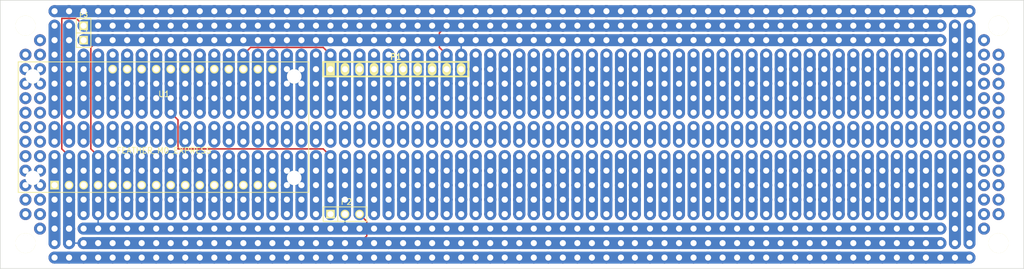
<source format=kicad_pcb>
(kicad_pcb (version 3) (host pcbnew "(2013-june-11)-stable")
  (layers (15 F.Cu signal) (6 Inner6.Cu signal) (5 Inner5.Cu signal) (4 Inner4.Cu signal) (3 Inner3.Cu signal) (2 Inner2.Cu signal) (1 Inner1.Cu signal) (0 B.Cu signal) (18 B.Paste user) (19 F.Paste user) (20 B.SilkS user) (21 F.SilkS user) (22 B.Mask user) (23 F.Mask user) (28 Edge.Cuts user))
  (net 0 "")
  (net 1 /CARD_CS)
  (net 2 /GND)
  (net 3 /Lite)
  (net 4 /MISO)
  (net 5 /MOSI)
  (net 6 /OUT)
  (net 7 /SCK)
  (net 8 /TFT_CS)
  (net 9 /TFT_DC)
  (net 10 /TFT_RST)
  (net 11 /VCC)
  (module MH (layer F.Cu) (at 35.56 58.42)
    (fp_text reference "" hide)
    (fp_text value "" hide)
    (pad "" np_thru_hole circle (at 0 0) (size 3.5 3.5) (drill 3.5) (layers *.Cu *.Mask F.SilkS))
  )
  (module MH (layer F.Cu) (at 205.74 58.42)
    (fp_text reference "" hide)
    (fp_text value "" hide)
    (pad "" np_thru_hole circle (at 0 0) (size 3.5 3.5) (drill 3.5) (layers *.Cu *.Mask F.SilkS))
  )
  (module MH (layer F.Cu) (at 205.74 96.52)
    (fp_text reference "" hide)
    (fp_text value "" hide)
    (pad "" np_thru_hole circle (at 0 0) (size 3.5 3.5) (drill 3.5) (layers *.Cu *.Mask F.SilkS))
  )
  (module MH (layer F.Cu) (at 35.56 96.52)
    (fp_text reference "" hide)
    (fp_text value "" hide)
    (pad "" np_thru_hole circle (at 0 0) (size 3.5 3.5) (drill 3.5) (layers *.Cu *.Mask F.SilkS))
  )
  (module pin_strip_10 (layer F.Cu) (at 100.33 66.04)
    (fp_text reference P1 (at 0 -2.159) (layer F.SilkS) (effects (font (size 1.016 1.016) (thickness 0.2032))))
    (fp_text value "1.8 Inch TFT w/card" hide)
    (pad 1 thru_hole rect (at -11.43 0) (size 1.524 2.19964) (drill 1.00076) (layers *.Cu *.Mask F.SilkS) (net 3 /Lite))
    (pad 2 thru_hole oval (at -8.89 0) (size 1.524 2.19964) (drill 1.00076) (layers *.Cu *.Mask F.SilkS) (net 4 /MISO))
    (pad 3 thru_hole oval (at -6.35 0) (size 1.524 2.19964) (drill 1.00076) (layers *.Cu *.Mask F.SilkS) (net 7 /SCK))
    (pad 4 thru_hole oval (at -3.81 0) (size 1.524 2.19964) (drill 1.00076) (layers *.Cu *.Mask F.SilkS) (net 5 /MOSI))
    (pad 5 thru_hole oval (at -1.27 0) (size 1.524 2.19964) (drill 1.00076) (layers *.Cu *.Mask F.SilkS) (net 8 /TFT_CS))
    (pad 6 thru_hole oval (at 1.27 0) (size 1.524 2.19964) (drill 1.00076) (layers *.Cu *.Mask F.SilkS) (net 1 /CARD_CS))
    (pad 7 thru_hole oval (at 3.81 0) (size 1.524 2.19964) (drill 1.00076) (layers *.Cu *.Mask F.SilkS) (net 9 /TFT_DC))
    (pad 8 thru_hole oval (at 6.35 0) (size 1.524 2.19964) (drill 1.00076) (layers *.Cu *.Mask F.SilkS) (net 10 /TFT_RST))
    (pad 9 thru_hole oval (at 8.89 0) (size 1.524 2.19964) (drill 1.00076) (layers *.Cu *.Mask F.SilkS) (net 11 /VCC))
    (pad 10 thru_hole oval (at 11.43 0) (size 1.524 2.19964) (drill 1.00076) (layers *.Cu *.Mask F.SilkS) (net 2 /GND))
  )
  (module PIN_ARRAY_3X1 (layer F.Cu) (at 91.44 91.44)
    (fp_text reference P2 (at 0.254 -2.159) (layer F.SilkS) (effects (font (size 1.016 1.016) (thickness 0.1524))))
    (fp_text value "IR Sensor" hide)
    (pad 1 thru_hole rect (at -2.54 0) (size 1.524 1.524) (drill 1.016) (layers *.Cu *.Mask F.SilkS) (net 6 /OUT))
    (pad 2 thru_hole circle (at 0 0) (size 1.524 1.524) (drill 1.016) (layers *.Cu *.Mask F.SilkS) (net 2 /GND))
    (pad 3 thru_hole circle (at 2.54 0) (size 1.524 1.524) (drill 1.016) (layers *.Cu *.Mask F.SilkS) (net 11 /VCC))
  )
  (module AdafruitFeather (layer F.Cu) (at 59.69 76.2)
    (fp_text reference U1 (at 0.1 -5.8) (layer F.SilkS))
    (fp_text value FEATHER_M0_EXPRESS (at 0.1 4.1) (layer F.SilkS))
    (pad "" np_thru_hole circle (at -22.86 -8.89) (size 2.54 2.54) (drill 2.54) (layers *.Cu *.Mask F.SilkS))
    (pad "" np_thru_hole circle (at -22.86 8.89) (size 2.54 2.54) (drill 2.54) (layers *.Cu *.Mask F.SilkS))
    (pad "" np_thru_hole circle (at 22.86 -8.89) (size 2.54 2.54) (drill 2.54) (layers *.Cu *.Mask F.SilkS))
    (pad "" np_thru_hole circle (at 22.86 8.89) (size 2.54 2.54) (drill 2.54) (layers *.Cu *.Mask F.SilkS))
    (pad 1 thru_hole rect (at -19.05 10.16) (size 1.524 1.524) (drill 1.016) (layers *.Cu *.Mask F.SilkS))
    (pad 2 thru_hole circle (at -16.51 10.16) (size 1.524 1.524) (drill 1.016) (layers *.Cu *.Mask F.SilkS) (net 11 /VCC))
    (pad 3 thru_hole circle (at -13.97 10.16) (size 1.524 1.524) (drill 1.016) (layers *.Cu *.Mask F.SilkS))
    (pad 4 thru_hole circle (at -11.43 10.16) (size 1.524 1.524) (drill 1.016) (layers *.Cu *.Mask F.SilkS) (net 2 /GND))
    (pad 5 thru_hole circle (at -8.89 10.16) (size 1.524 1.524) (drill 1.016) (layers *.Cu *.Mask F.SilkS))
    (pad 6 thru_hole circle (at -6.35 10.16) (size 1.524 1.524) (drill 1.016) (layers *.Cu *.Mask F.SilkS))
    (pad 7 thru_hole circle (at -3.81 10.16) (size 1.524 1.524) (drill 1.016) (layers *.Cu *.Mask F.SilkS))
    (pad 8 thru_hole circle (at -1.27 10.16) (size 1.524 1.524) (drill 1.016) (layers *.Cu *.Mask F.SilkS))
    (pad 9 thru_hole circle (at 1.27 10.16) (size 1.524 1.524) (drill 1.016) (layers *.Cu *.Mask F.SilkS))
    (pad 10 thru_hole circle (at 3.81 10.16) (size 1.524 1.524) (drill 1.016) (layers *.Cu *.Mask F.SilkS))
    (pad 11 thru_hole circle (at 6.35 10.16) (size 1.524 1.524) (drill 1.016) (layers *.Cu *.Mask F.SilkS) (net 7 /SCK))
    (pad 12 thru_hole circle (at 8.89 10.16) (size 1.524 1.524) (drill 1.016) (layers *.Cu *.Mask F.SilkS) (net 5 /MOSI))
    (pad 13 thru_hole circle (at 11.43 10.16) (size 1.524 1.524) (drill 1.016) (layers *.Cu *.Mask F.SilkS) (net 4 /MISO))
    (pad 14 thru_hole circle (at 13.97 10.16) (size 1.524 1.524) (drill 1.016) (layers *.Cu *.Mask F.SilkS))
    (pad 15 thru_hole circle (at 16.51 10.16) (size 1.524 1.524) (drill 1.016) (layers *.Cu *.Mask F.SilkS))
    (pad 16 thru_hole circle (at 19.05 10.16) (size 1.524 1.524) (drill 1.016) (layers *.Cu *.Mask F.SilkS))
    (pad 17 thru_hole circle (at 19.05 -10.16) (size 1.524 1.524) (drill 1.016) (layers *.Cu *.Mask F.SilkS))
    (pad 18 thru_hole circle (at 16.51 -10.16) (size 1.524 1.524) (drill 1.016) (layers *.Cu *.Mask F.SilkS))
    (pad 19 thru_hole circle (at 13.97 -10.16) (size 1.524 1.524) (drill 1.016) (layers *.Cu *.Mask F.SilkS) (net 3 /Lite))
    (pad 20 thru_hole circle (at 11.43 -10.16) (size 1.524 1.524) (drill 1.016) (layers *.Cu *.Mask F.SilkS) (net 9 /TFT_DC))
    (pad 21 thru_hole circle (at 8.89 -10.16) (size 1.524 1.524) (drill 1.016) (layers *.Cu *.Mask F.SilkS) (net 10 /TFT_RST))
    (pad 22 thru_hole circle (at 6.35 -10.16) (size 1.524 1.524) (drill 1.016) (layers *.Cu *.Mask F.SilkS) (net 8 /TFT_CS))
    (pad 23 thru_hole circle (at 3.81 -10.16) (size 1.524 1.524) (drill 1.016) (layers *.Cu *.Mask F.SilkS) (net 1 /CARD_CS))
    (pad 24 thru_hole circle (at 1.27 -10.16) (size 1.524 1.524) (drill 1.016) (layers *.Cu *.Mask F.SilkS) (net 6 /OUT))
    (pad 25 thru_hole circle (at -1.27 -10.16) (size 1.524 1.524) (drill 1.016) (layers *.Cu *.Mask F.SilkS))
    (pad 26 thru_hole circle (at -3.81 -10.16) (size 1.524 1.524) (drill 1.016) (layers *.Cu *.Mask F.SilkS))
    (pad 27 thru_hole circle (at -6.35 -10.16) (size 1.524 1.524) (drill 1.016) (layers *.Cu *.Mask F.SilkS))
    (pad 28 thru_hole circle (at -8.89 -10.16) (size 1.524 1.524) (drill 1.016) (layers *.Cu *.Mask F.SilkS))
  )
  (module PIN_ARRAY_1 (layer F.Cu) (at 45.72 58.42)
    (fp_text reference P3 (at 0 -1.905) (layer F.SilkS) (effects (font (size 0.762 0.762) (thickness 0.1524))))
    (fp_text value CONN_1 hide)
    (pad 1 thru_hole rect (at 0 0) (size 1.524 1.524) (drill 1.016) (layers *.Cu *.Mask F.SilkS) (net 11 /VCC))
  )
  (module PIN_ARRAY_1 (layer F.Cu) (at 45.72 60.96)
    (fp_text reference P4 (at 0 -1.905) (layer F.SilkS) (effects (font (size 0.762 0.762) (thickness 0.1524))))
    (fp_text value CONN_1 hide)
    (pad 1 thru_hole rect (at 0 0) (size 1.524 1.524) (drill 1.016) (layers *.Cu *.Mask F.SilkS) (net 2 /GND))
  )
  (gr_line (start 31.15 100.97) (end 31.15 53.97) (angle 90) (layer Edge.Cuts) (width 0.1))
  (gr_line (start 210.15 100.97) (end 31.15 100.97) (angle 90) (layer Edge.Cuts) (width 0.1))
  (gr_line (start 210.15 53.97) (end 210.15 100.97) (angle 90) (layer Edge.Cuts) (width 0.1))
  (gr_line (start 31.15 53.97) (end 210.15 53.97) (angle 90) (layer Edge.Cuts) (width 0.1))
  (via (at 127 88.9) (size 2.1) (drill 1.07) (layers F.Cu B.Cu) (net 0))
  (via (at 127 86.36) (size 2.1) (drill 1.07) (layers F.Cu B.Cu) (net 0))
  (via (at 127 83.82) (size 2.1) (drill 1.07) (layers F.Cu B.Cu) (net 0))
  (via (at 127 81.28) (size 2.1) (drill 1.07) (layers F.Cu B.Cu) (net 0))
  (segment (start 127 86.36) (end 127 88.9) (width 2.1) (layer B.Cu) (net 0))
  (segment (start 127 91.44) (end 127 88.9) (width 2.1) (layer B.Cu) (net 0))
  (via (at 127 91.44) (size 2.1) (drill 1.07) (layers F.Cu B.Cu) (net 0))
  (segment (start 127 83.82) (end 127 81.28) (width 2.1) (layer B.Cu) (net 0))
  (segment (start 127 83.82) (end 127 86.36) (width 2.1) (layer B.Cu) (net 0))
  (segment (start 187.96 76.2) (end 187.96 78.74) (width 2.1) (layer B.Cu) (net 0))
  (via (at 187.96 78.74) (size 2.1) (drill 1.07) (layers F.Cu B.Cu) (net 0))
  (via (at 187.96 76.2) (size 2.1) (drill 1.07) (layers F.Cu B.Cu) (net 0))
  (via (at 180.34 76.2) (size 2.1) (drill 1.07) (layers F.Cu B.Cu) (net 0))
  (via (at 180.34 78.74) (size 2.1) (drill 1.07) (layers F.Cu B.Cu) (net 0))
  (segment (start 180.34 78.74) (end 180.34 76.2) (width 2.1) (layer B.Cu) (net 0))
  (via (at 205.74 63.5) (size 2.1) (drill 1.07) (layers F.Cu B.Cu) (net 0))
  (via (at 205.74 66.04) (size 2.1) (drill 1.07) (layers F.Cu B.Cu) (net 0))
  (via (at 205.74 68.58) (size 2.1) (drill 1.07) (layers F.Cu B.Cu) (net 0))
  (via (at 205.74 71.12) (size 2.1) (drill 1.07) (layers F.Cu B.Cu) (net 0))
  (via (at 205.74 73.66) (size 2.1) (drill 1.07) (layers F.Cu B.Cu) (net 0))
  (via (at 205.74 76.2) (size 2.1) (drill 1.07) (layers F.Cu B.Cu) (net 0))
  (via (at 205.74 78.74) (size 2.1) (drill 1.07) (layers F.Cu B.Cu) (net 0))
  (via (at 205.74 81.28) (size 2.1) (drill 1.07) (layers F.Cu B.Cu) (net 0))
  (via (at 205.74 83.82) (size 2.1) (drill 1.07) (layers F.Cu B.Cu) (net 0))
  (via (at 205.74 86.36) (size 2.1) (drill 1.07) (layers F.Cu B.Cu) (net 0))
  (via (at 205.74 88.9) (size 2.1) (drill 1.07) (layers F.Cu B.Cu) (net 0))
  (via (at 205.74 91.44) (size 2.1) (drill 1.07) (layers F.Cu B.Cu) (net 0))
  (via (at 203.2 60.96) (size 2.1) (drill 1.07) (layers F.Cu B.Cu) (net 0))
  (via (at 203.2 63.5) (size 2.1) (drill 1.07) (layers F.Cu B.Cu) (net 0))
  (via (at 203.2 66.04) (size 2.1) (drill 1.07) (layers F.Cu B.Cu) (net 0))
  (via (at 203.2 68.58) (size 2.1) (drill 1.07) (layers F.Cu B.Cu) (net 0))
  (via (at 203.2 71.12) (size 2.1) (drill 1.07) (layers F.Cu B.Cu) (net 0))
  (via (at 203.2 73.66) (size 2.1) (drill 1.07) (layers F.Cu B.Cu) (net 0))
  (via (at 203.2 76.2) (size 2.1) (drill 1.07) (layers F.Cu B.Cu) (net 0))
  (via (at 203.2 78.74) (size 2.1) (drill 1.07) (layers F.Cu B.Cu) (net 0))
  (via (at 203.2 81.28) (size 2.1) (drill 1.07) (layers F.Cu B.Cu) (net 0))
  (via (at 203.2 83.82) (size 2.1) (drill 1.07) (layers F.Cu B.Cu) (net 0))
  (via (at 203.2 86.36) (size 2.1) (drill 1.07) (layers F.Cu B.Cu) (net 0))
  (via (at 203.2 88.9) (size 2.1) (drill 1.07) (layers F.Cu B.Cu) (net 0))
  (via (at 203.2 91.44) (size 2.1) (drill 1.07) (layers F.Cu B.Cu) (net 0))
  (via (at 203.2 93.98) (size 2.1) (drill 1.07) (layers F.Cu B.Cu) (net 0))
  (via (at 35.56 91.44) (size 2.1) (drill 1.07) (layers F.Cu B.Cu) (net 0))
  (via (at 35.56 88.9) (size 2.1) (drill 1.07) (layers F.Cu B.Cu) (net 0))
  (via (at 35.56 86.36) (size 2.1) (drill 1.07) (layers F.Cu B.Cu) (net 0))
  (via (at 35.56 83.82) (size 2.1) (drill 1.07) (layers F.Cu B.Cu) (net 0))
  (via (at 35.56 81.28) (size 2.1) (drill 1.07) (layers F.Cu B.Cu) (net 0))
  (via (at 35.56 78.74) (size 2.1) (drill 1.07) (layers F.Cu B.Cu) (net 0))
  (via (at 35.56 76.2) (size 2.1) (drill 1.07) (layers F.Cu B.Cu) (net 0))
  (via (at 35.56 73.66) (size 2.1) (drill 1.07) (layers F.Cu B.Cu) (net 0))
  (via (at 35.56 71.12) (size 2.1) (drill 1.07) (layers F.Cu B.Cu) (net 0))
  (via (at 35.56 68.58) (size 2.1) (drill 1.07) (layers F.Cu B.Cu) (net 0))
  (via (at 35.56 66.04) (size 2.1) (drill 1.07) (layers F.Cu B.Cu) (net 0))
  (via (at 35.56 63.5) (size 2.1) (drill 1.07) (layers F.Cu B.Cu) (net 0))
  (via (at 38.1 93.98) (size 2.1) (drill 1.07) (layers F.Cu B.Cu) (net 0))
  (via (at 38.1 91.44) (size 2.1) (drill 1.07) (layers F.Cu B.Cu) (net 0))
  (via (at 38.1 88.9) (size 2.1) (drill 1.07) (layers F.Cu B.Cu) (net 0))
  (via (at 38.1 86.36) (size 2.1) (drill 1.07) (layers F.Cu B.Cu) (net 0))
  (via (at 38.1 83.82) (size 2.1) (drill 1.07) (layers F.Cu B.Cu) (net 0))
  (via (at 38.1 81.28) (size 2.1) (drill 1.07) (layers F.Cu B.Cu) (net 0))
  (via (at 38.1 78.74) (size 2.1) (drill 1.07) (layers F.Cu B.Cu) (net 0))
  (via (at 38.1 76.2) (size 2.1) (drill 1.07) (layers F.Cu B.Cu) (net 0))
  (via (at 38.1 73.66) (size 2.1) (drill 1.07) (layers F.Cu B.Cu) (net 0))
  (via (at 38.1 71.12) (size 2.1) (drill 1.07) (layers F.Cu B.Cu) (net 0))
  (via (at 38.1 68.58) (size 2.1) (drill 1.07) (layers F.Cu B.Cu) (net 0))
  (via (at 38.1 66.04) (size 2.1) (drill 1.07) (layers F.Cu B.Cu) (net 0))
  (via (at 38.1 63.5) (size 2.1) (drill 1.07) (layers F.Cu B.Cu) (net 0))
  (via (at 38.1 60.96) (size 2.1) (drill 1.07) (layers F.Cu B.Cu) (net 0))
  (segment (start 48.26 99.06) (end 50.8 99.06) (width 2.1) (layer B.Cu) (net 0))
  (segment (start 50.8 99.06) (end 53.34 99.06) (width 2.1) (layer B.Cu) (net 0))
  (segment (start 53.34 99.06) (end 55.88 99.06) (width 2.1) (layer B.Cu) (net 0))
  (segment (start 55.88 99.06) (end 58.42 99.06) (width 2.1) (layer B.Cu) (net 0))
  (segment (start 58.42 99.06) (end 60.96 99.06) (width 2.1) (layer B.Cu) (net 0))
  (segment (start 60.96 99.06) (end 63.5 99.06) (width 2.1) (layer B.Cu) (net 0))
  (segment (start 63.5 99.06) (end 66.04 99.06) (width 2.1) (layer B.Cu) (net 0))
  (segment (start 66.04 99.06) (end 68.58 99.06) (width 2.1) (layer B.Cu) (net 0))
  (segment (start 68.58 99.06) (end 71.12 99.06) (width 2.1) (layer B.Cu) (net 0))
  (segment (start 71.12 99.06) (end 73.66 99.06) (width 2.1) (layer B.Cu) (net 0))
  (segment (start 73.66 99.06) (end 76.2 99.06) (width 2.1) (layer B.Cu) (net 0))
  (segment (start 76.2 99.06) (end 78.74 99.06) (width 2.1) (layer B.Cu) (net 0))
  (segment (start 78.74 99.06) (end 81.28 99.06) (width 2.1) (layer B.Cu) (net 0))
  (segment (start 81.28 99.06) (end 83.82 99.06) (width 2.1) (layer B.Cu) (net 0))
  (segment (start 83.82 99.06) (end 86.36 99.06) (width 2.1) (layer B.Cu) (net 0))
  (segment (start 86.36 99.06) (end 88.9 99.06) (width 2.1) (layer B.Cu) (net 0))
  (segment (start 88.9 99.06) (end 91.44 99.06) (width 2.1) (layer B.Cu) (net 0))
  (segment (start 91.44 99.06) (end 93.98 99.06) (width 2.1) (layer B.Cu) (net 0))
  (segment (start 93.98 99.06) (end 96.52 99.06) (width 2.1) (layer B.Cu) (net 0))
  (segment (start 96.52 99.06) (end 99.06 99.06) (width 2.1) (layer B.Cu) (net 0))
  (segment (start 99.06 99.06) (end 101.6 99.06) (width 2.1) (layer B.Cu) (net 0))
  (segment (start 101.6 99.06) (end 104.14 99.06) (width 2.1) (layer B.Cu) (net 0))
  (segment (start 104.14 99.06) (end 106.68 99.06) (width 2.1) (layer B.Cu) (net 0))
  (segment (start 106.68 99.06) (end 109.22 99.06) (width 2.1) (layer B.Cu) (net 0))
  (segment (start 109.22 99.06) (end 111.76 99.06) (width 2.1) (layer B.Cu) (net 0))
  (segment (start 111.76 99.06) (end 114.3 99.06) (width 2.1) (layer B.Cu) (net 0))
  (segment (start 114.3 99.06) (end 116.84 99.06) (width 2.1) (layer B.Cu) (net 0))
  (segment (start 116.84 99.06) (end 119.38 99.06) (width 2.1) (layer B.Cu) (net 0))
  (segment (start 119.38 99.06) (end 121.92 99.06) (width 2.1) (layer B.Cu) (net 0))
  (segment (start 121.92 99.06) (end 124.46 99.06) (width 2.1) (layer B.Cu) (net 0))
  (segment (start 124.46 99.06) (end 127 99.06) (width 2.1) (layer B.Cu) (net 0))
  (segment (start 127 99.06) (end 129.54 99.06) (width 2.1) (layer B.Cu) (net 0))
  (segment (start 129.54 99.06) (end 132.08 99.06) (width 2.1) (layer B.Cu) (net 0))
  (segment (start 132.08 99.06) (end 134.62 99.06) (width 2.1) (layer B.Cu) (net 0))
  (segment (start 134.62 99.06) (end 137.16 99.06) (width 2.1) (layer B.Cu) (net 0))
  (segment (start 137.16 99.06) (end 139.7 99.06) (width 2.1) (layer B.Cu) (net 0))
  (segment (start 139.7 99.06) (end 142.14 99.06) (width 2.1) (layer B.Cu) (net 0))
  (segment (start 142.14 99.06) (end 144.78 99.06) (width 2.1) (layer B.Cu) (net 0))
  (segment (start 144.78 99.06) (end 147.32 99.06) (width 2.1) (layer B.Cu) (net 0))
  (segment (start 147.32 99.06) (end 149.86 99.06) (width 2.1) (layer B.Cu) (net 0))
  (segment (start 149.86 99.06) (end 152.4 99.06) (width 2.1) (layer B.Cu) (net 0))
  (segment (start 152.4 99.06) (end 154.94 99.06) (width 2.1) (layer B.Cu) (net 0))
  (segment (start 154.94 99.06) (end 157.48 99.06) (width 2.1) (layer B.Cu) (net 0))
  (segment (start 157.48 99.06) (end 160.02 99.06) (width 2.1) (layer B.Cu) (net 0))
  (segment (start 160.02 99.06) (end 162.56 99.06) (width 2.1) (layer B.Cu) (net 0))
  (segment (start 162.56 99.06) (end 165.1 99.06) (width 2.1) (layer B.Cu) (net 0))
  (segment (start 165.1 99.06) (end 167.64 99.06) (width 2.1) (layer B.Cu) (net 0))
  (segment (start 167.64 99.06) (end 170.18 99.06) (width 2.1) (layer B.Cu) (net 0))
  (segment (start 170.18 99.06) (end 172.72 99.06) (width 2.1) (layer B.Cu) (net 0))
  (segment (start 172.72 99.06) (end 175.26 99.06) (width 2.1) (layer B.Cu) (net 0))
  (segment (start 175.26 99.06) (end 177.8 99.06) (width 2.1) (layer B.Cu) (net 0))
  (segment (start 177.8 99.06) (end 180.34 99.06) (width 2.1) (layer B.Cu) (net 0))
  (segment (start 180.34 99.06) (end 182.88 99.06) (width 2.1) (layer B.Cu) (net 0))
  (segment (start 182.88 99.06) (end 185.42 99.06) (width 2.1) (layer B.Cu) (net 0))
  (segment (start 185.42 99.06) (end 187.96 99.06) (width 2.1) (layer B.Cu) (net 0))
  (segment (start 187.96 99.06) (end 190.5 99.06) (width 2.1) (layer B.Cu) (net 0))
  (segment (start 190.5 99.06) (end 193.04 99.06) (width 2.1) (layer B.Cu) (net 0))
  (segment (start 193.04 99.06) (end 195.58 99.06) (width 2.1) (layer B.Cu) (net 0))
  (segment (start 195.58 99.06) (end 198.12 99.06) (width 2.1) (layer B.Cu) (net 0))
  (segment (start 198.12 99.06) (end 200.66 99.06) (width 2.1) (layer B.Cu) (net 0))
  (segment (start 45.72 99.06) (end 43.18 99.06) (width 2.1) (layer B.Cu) (net 0))
  (segment (start 40.64 99.06) (end 43.18 99.06) (width 2.1) (layer B.Cu) (net 0))
  (via (at 40.64 99.06) (size 2.1) (drill 1.07) (layers F.Cu B.Cu) (net 0))
  (via (at 43.18 99.06) (size 2.1) (drill 1.07) (layers F.Cu B.Cu) (net 0))
  (segment (start 45.72 99.06) (end 48.26 99.06) (width 2.1) (layer B.Cu) (net 0))
  (via (at 200.66 99.06) (size 2.1) (drill 1.07) (layers F.Cu B.Cu) (net 0))
  (via (at 198.12 99.06) (size 2.1) (drill 1.07) (layers F.Cu B.Cu) (net 0))
  (via (at 195.58 99.06) (size 2.1) (drill 1.07) (layers F.Cu B.Cu) (net 0))
  (via (at 193.04 99.06) (size 2.1) (drill 1.07) (layers F.Cu B.Cu) (net 0))
  (via (at 190.5 99.06) (size 2.1) (drill 1.07) (layers F.Cu B.Cu) (net 0))
  (via (at 187.96 99.06) (size 2.1) (drill 1.07) (layers F.Cu B.Cu) (net 0))
  (via (at 185.42 99.06) (size 2.1) (drill 1.07) (layers F.Cu B.Cu) (net 0))
  (via (at 182.88 99.06) (size 2.1) (drill 1.07) (layers F.Cu B.Cu) (net 0))
  (via (at 180.34 99.06) (size 2.1) (drill 1.07) (layers F.Cu B.Cu) (net 0))
  (via (at 177.8 99.06) (size 2.1) (drill 1.07) (layers F.Cu B.Cu) (net 0))
  (via (at 175.26 99.06) (size 2.1) (drill 1.07) (layers F.Cu B.Cu) (net 0))
  (via (at 172.72 99.06) (size 2.1) (drill 1.07) (layers F.Cu B.Cu) (net 0))
  (via (at 170.18 99.06) (size 2.1) (drill 1.07) (layers F.Cu B.Cu) (net 0))
  (via (at 167.64 99.06) (size 2.1) (drill 1.07) (layers F.Cu B.Cu) (net 0))
  (via (at 165.1 99.06) (size 2.1) (drill 1.07) (layers F.Cu B.Cu) (net 0))
  (via (at 162.56 99.06) (size 2.1) (drill 1.07) (layers F.Cu B.Cu) (net 0))
  (via (at 160.02 99.06) (size 2.1) (drill 1.07) (layers F.Cu B.Cu) (net 0))
  (via (at 157.48 99.06) (size 2.1) (drill 1.07) (layers F.Cu B.Cu) (net 0))
  (via (at 154.94 99.06) (size 2.1) (drill 1.07) (layers F.Cu B.Cu) (net 0))
  (via (at 152.4 99.06) (size 2.1) (drill 1.07) (layers F.Cu B.Cu) (net 0))
  (via (at 149.86 99.06) (size 2.1) (drill 1.07) (layers F.Cu B.Cu) (net 0))
  (via (at 147.32 99.06) (size 2.1) (drill 1.07) (layers F.Cu B.Cu) (net 0))
  (via (at 144.78 99.06) (size 2.1) (drill 1.07) (layers F.Cu B.Cu) (net 0))
  (via (at 142.14 99.06) (size 2.1) (drill 1.07) (layers F.Cu B.Cu) (net 0))
  (via (at 139.7 99.06) (size 2.1) (drill 1.07) (layers F.Cu B.Cu) (net 0))
  (via (at 137.16 99.06) (size 2.1) (drill 1.07) (layers F.Cu B.Cu) (net 0))
  (via (at 134.62 99.06) (size 2.1) (drill 1.07) (layers F.Cu B.Cu) (net 0))
  (via (at 132.08 99.06) (size 2.1) (drill 1.07) (layers F.Cu B.Cu) (net 0))
  (via (at 129.54 99.06) (size 2.1) (drill 1.07) (layers F.Cu B.Cu) (net 0))
  (via (at 127 99.06) (size 2.1) (drill 1.07) (layers F.Cu B.Cu) (net 0))
  (via (at 124.46 99.06) (size 2.1) (drill 1.07) (layers F.Cu B.Cu) (net 0))
  (via (at 121.92 99.06) (size 2.1) (drill 1.07) (layers F.Cu B.Cu) (net 0))
  (via (at 119.38 99.06) (size 2.1) (drill 1.07) (layers F.Cu B.Cu) (net 0))
  (via (at 116.84 99.06) (size 2.1) (drill 1.07) (layers F.Cu B.Cu) (net 0))
  (via (at 114.3 99.06) (size 2.1) (drill 1.07) (layers F.Cu B.Cu) (net 0))
  (via (at 111.76 99.06) (size 2.1) (drill 1.07) (layers F.Cu B.Cu) (net 0))
  (via (at 109.22 99.06) (size 2.1) (drill 1.07) (layers F.Cu B.Cu) (net 0))
  (via (at 106.68 99.06) (size 2.1) (drill 1.07) (layers F.Cu B.Cu) (net 0))
  (via (at 104.14 99.06) (size 2.1) (drill 1.07) (layers F.Cu B.Cu) (net 0))
  (via (at 101.6 99.06) (size 2.1) (drill 1.07) (layers F.Cu B.Cu) (net 0))
  (via (at 99.06 99.06) (size 2.1) (drill 1.07) (layers F.Cu B.Cu) (net 0))
  (via (at 96.52 99.06) (size 2.1) (drill 1.07) (layers F.Cu B.Cu) (net 0))
  (via (at 93.98 99.06) (size 2.1) (drill 1.07) (layers F.Cu B.Cu) (net 0))
  (via (at 91.44 99.06) (size 2.1) (drill 1.07) (layers F.Cu B.Cu) (net 0))
  (via (at 88.9 99.06) (size 2.1) (drill 1.07) (layers F.Cu B.Cu) (net 0))
  (via (at 86.36 99.06) (size 2.1) (drill 1.07) (layers F.Cu B.Cu) (net 0))
  (via (at 83.82 99.06) (size 2.1) (drill 1.07) (layers F.Cu B.Cu) (net 0))
  (via (at 81.28 99.06) (size 2.1) (drill 1.07) (layers F.Cu B.Cu) (net 0))
  (via (at 78.74 99.06) (size 2.1) (drill 1.07) (layers F.Cu B.Cu) (net 0))
  (via (at 76.2 99.06) (size 2.1) (drill 1.07) (layers F.Cu B.Cu) (net 0))
  (via (at 73.66 99.06) (size 2.1) (drill 1.07) (layers F.Cu B.Cu) (net 0))
  (via (at 71.12 99.06) (size 2.1) (drill 1.07) (layers F.Cu B.Cu) (net 0))
  (via (at 68.58 99.06) (size 2.1) (drill 1.07) (layers F.Cu B.Cu) (net 0))
  (via (at 66.04 99.06) (size 2.1) (drill 1.07) (layers F.Cu B.Cu) (net 0))
  (via (at 63.5 99.06) (size 2.1) (drill 1.07) (layers F.Cu B.Cu) (net 0))
  (via (at 60.96 99.06) (size 2.1) (drill 1.07) (layers F.Cu B.Cu) (net 0))
  (via (at 58.42 99.06) (size 2.1) (drill 1.07) (layers F.Cu B.Cu) (net 0))
  (via (at 55.88 99.06) (size 2.1) (drill 1.07) (layers F.Cu B.Cu) (net 0))
  (via (at 53.34 99.06) (size 2.1) (drill 1.07) (layers F.Cu B.Cu) (net 0))
  (via (at 50.8 99.06) (size 2.1) (drill 1.07) (layers F.Cu B.Cu) (net 0))
  (via (at 48.26 99.06) (size 2.1) (drill 1.07) (layers F.Cu B.Cu) (net 0))
  (via (at 45.72 99.06) (size 2.1) (drill 1.07) (layers F.Cu B.Cu) (net 0))
  (segment (start 195.58 83.82) (end 195.58 86.36) (width 2.1) (layer B.Cu) (net 0))
  (segment (start 195.58 83.82) (end 195.58 81.28) (width 2.1) (layer B.Cu) (net 0))
  (via (at 195.58 91.44) (size 2.1) (drill 1.07) (layers F.Cu B.Cu) (net 0))
  (segment (start 195.58 91.44) (end 195.58 88.9) (width 2.1) (layer B.Cu) (net 0))
  (segment (start 195.58 86.36) (end 195.58 88.9) (width 2.1) (layer B.Cu) (net 0))
  (via (at 195.58 81.28) (size 2.1) (drill 1.07) (layers F.Cu B.Cu) (net 0))
  (via (at 195.58 83.82) (size 2.1) (drill 1.07) (layers F.Cu B.Cu) (net 0))
  (via (at 195.58 86.36) (size 2.1) (drill 1.07) (layers F.Cu B.Cu) (net 0))
  (via (at 195.58 88.9) (size 2.1) (drill 1.07) (layers F.Cu B.Cu) (net 0))
  (segment (start 45.72 83.82) (end 45.72 86.36) (width 2.1) (layer B.Cu) (net 0))
  (segment (start 45.72 83.82) (end 45.72 81.28) (width 2.1) (layer B.Cu) (net 0))
  (via (at 45.72 91.44) (size 2.1) (drill 1.07) (layers F.Cu B.Cu) (net 0))
  (segment (start 45.72 91.44) (end 45.72 88.9) (width 2.1) (layer B.Cu) (net 0))
  (segment (start 45.72 86.36) (end 45.72 88.9) (width 2.1) (layer B.Cu) (net 0))
  (via (at 45.72 81.28) (size 2.1) (drill 1.07) (layers F.Cu B.Cu) (net 0))
  (via (at 45.72 83.82) (size 2.1) (drill 1.07) (layers F.Cu B.Cu) (net 0))
  (via (at 45.72 86.36) (size 2.1) (drill 1.07) (layers F.Cu B.Cu) (net 0))
  (via (at 45.72 88.9) (size 2.1) (drill 1.07) (layers F.Cu B.Cu) (net 0))
  (segment (start 53.34 83.82) (end 53.34 86.36) (width 2.1) (layer B.Cu) (net 0))
  (segment (start 53.34 83.82) (end 53.34 81.28) (width 2.1) (layer B.Cu) (net 0))
  (via (at 53.34 91.44) (size 2.1) (drill 1.07) (layers F.Cu B.Cu) (net 0))
  (segment (start 53.34 91.44) (end 53.34 88.9) (width 2.1) (layer B.Cu) (net 0))
  (segment (start 53.34 86.36) (end 53.34 88.9) (width 2.1) (layer B.Cu) (net 0))
  (via (at 53.34 81.28) (size 2.1) (drill 1.07) (layers F.Cu B.Cu) (net 0))
  (via (at 53.34 83.82) (size 2.1) (drill 1.07) (layers F.Cu B.Cu) (net 0))
  (via (at 53.34 86.36) (size 2.1) (drill 1.07) (layers F.Cu B.Cu) (net 0))
  (via (at 53.34 88.9) (size 2.1) (drill 1.07) (layers F.Cu B.Cu) (net 0))
  (via (at 50.8 88.9) (size 2.1) (drill 1.07) (layers F.Cu B.Cu) (net 0))
  (via (at 50.8 86.36) (size 2.1) (drill 1.07) (layers F.Cu B.Cu) (net 0))
  (via (at 50.8 83.82) (size 2.1) (drill 1.07) (layers F.Cu B.Cu) (net 0))
  (via (at 50.8 81.28) (size 2.1) (drill 1.07) (layers F.Cu B.Cu) (net 0))
  (segment (start 50.8 86.36) (end 50.8 88.9) (width 2.1) (layer B.Cu) (net 0))
  (segment (start 50.8 91.44) (end 50.8 88.9) (width 2.1) (layer B.Cu) (net 0))
  (via (at 50.8 91.44) (size 2.1) (drill 1.07) (layers F.Cu B.Cu) (net 0))
  (segment (start 50.8 83.82) (end 50.8 81.28) (width 2.1) (layer B.Cu) (net 0))
  (segment (start 50.8 83.82) (end 50.8 86.36) (width 2.1) (layer B.Cu) (net 0))
  (segment (start 60.96 83.82) (end 60.96 86.36) (width 2.1) (layer B.Cu) (net 0))
  (segment (start 60.96 83.82) (end 60.96 81.28) (width 2.1) (layer B.Cu) (net 0))
  (via (at 60.96 91.44) (size 2.1) (drill 1.07) (layers F.Cu B.Cu) (net 0))
  (segment (start 60.96 91.44) (end 60.96 88.9) (width 2.1) (layer B.Cu) (net 0))
  (segment (start 60.96 86.36) (end 60.96 88.9) (width 2.1) (layer B.Cu) (net 0))
  (via (at 60.96 81.28) (size 2.1) (drill 1.07) (layers F.Cu B.Cu) (net 0))
  (via (at 60.96 83.82) (size 2.1) (drill 1.07) (layers F.Cu B.Cu) (net 0))
  (via (at 60.96 86.36) (size 2.1) (drill 1.07) (layers F.Cu B.Cu) (net 0))
  (via (at 60.96 88.9) (size 2.1) (drill 1.07) (layers F.Cu B.Cu) (net 0))
  (via (at 63.5 88.9) (size 2.1) (drill 1.07) (layers F.Cu B.Cu) (net 0))
  (via (at 63.5 86.36) (size 2.1) (drill 1.07) (layers F.Cu B.Cu) (net 0))
  (via (at 63.5 83.82) (size 2.1) (drill 1.07) (layers F.Cu B.Cu) (net 0))
  (via (at 63.5 81.28) (size 2.1) (drill 1.07) (layers F.Cu B.Cu) (net 0))
  (segment (start 63.5 86.36) (end 63.5 88.9) (width 2.1) (layer B.Cu) (net 0))
  (segment (start 63.5 91.44) (end 63.5 88.9) (width 2.1) (layer B.Cu) (net 0))
  (via (at 63.5 91.44) (size 2.1) (drill 1.07) (layers F.Cu B.Cu) (net 0))
  (segment (start 63.5 83.82) (end 63.5 81.28) (width 2.1) (layer B.Cu) (net 0))
  (segment (start 63.5 83.82) (end 63.5 86.36) (width 2.1) (layer B.Cu) (net 0))
  (segment (start 58.42 83.82) (end 58.42 86.36) (width 2.1) (layer B.Cu) (net 0))
  (segment (start 58.42 83.82) (end 58.42 81.28) (width 2.1) (layer B.Cu) (net 0))
  (via (at 58.42 91.44) (size 2.1) (drill 1.07) (layers F.Cu B.Cu) (net 0))
  (segment (start 58.42 91.44) (end 58.42 88.9) (width 2.1) (layer B.Cu) (net 0))
  (segment (start 58.42 86.36) (end 58.42 88.9) (width 2.1) (layer B.Cu) (net 0))
  (via (at 58.42 81.28) (size 2.1) (drill 1.07) (layers F.Cu B.Cu) (net 0))
  (via (at 58.42 83.82) (size 2.1) (drill 1.07) (layers F.Cu B.Cu) (net 0))
  (via (at 58.42 86.36) (size 2.1) (drill 1.07) (layers F.Cu B.Cu) (net 0))
  (via (at 58.42 88.9) (size 2.1) (drill 1.07) (layers F.Cu B.Cu) (net 0))
  (via (at 55.88 88.9) (size 2.1) (drill 1.07) (layers F.Cu B.Cu) (net 0))
  (via (at 55.88 86.36) (size 2.1) (drill 1.07) (layers F.Cu B.Cu) (net 0))
  (via (at 55.88 83.82) (size 2.1) (drill 1.07) (layers F.Cu B.Cu) (net 0))
  (via (at 55.88 81.28) (size 2.1) (drill 1.07) (layers F.Cu B.Cu) (net 0))
  (segment (start 55.88 86.36) (end 55.88 88.9) (width 2.1) (layer B.Cu) (net 0))
  (segment (start 55.88 91.44) (end 55.88 88.9) (width 2.1) (layer B.Cu) (net 0))
  (via (at 55.88 91.44) (size 2.1) (drill 1.07) (layers F.Cu B.Cu) (net 0))
  (segment (start 55.88 83.82) (end 55.88 81.28) (width 2.1) (layer B.Cu) (net 0))
  (segment (start 55.88 83.82) (end 55.88 86.36) (width 2.1) (layer B.Cu) (net 0))
  (segment (start 76.2 83.82) (end 76.2 86.36) (width 2.1) (layer B.Cu) (net 0))
  (segment (start 76.2 83.82) (end 76.2 81.28) (width 2.1) (layer B.Cu) (net 0))
  (via (at 76.2 91.44) (size 2.1) (drill 1.07) (layers F.Cu B.Cu) (net 0))
  (segment (start 76.2 91.44) (end 76.2 88.9) (width 2.1) (layer B.Cu) (net 0))
  (segment (start 76.2 86.36) (end 76.2 88.9) (width 2.1) (layer B.Cu) (net 0))
  (via (at 76.2 81.28) (size 2.1) (drill 1.07) (layers F.Cu B.Cu) (net 0))
  (via (at 76.2 83.82) (size 2.1) (drill 1.07) (layers F.Cu B.Cu) (net 0))
  (via (at 76.2 86.36) (size 2.1) (drill 1.07) (layers F.Cu B.Cu) (net 0))
  (via (at 76.2 88.9) (size 2.1) (drill 1.07) (layers F.Cu B.Cu) (net 0))
  (via (at 78.74 88.9) (size 2.1) (drill 1.07) (layers F.Cu B.Cu) (net 0))
  (via (at 78.74 86.36) (size 2.1) (drill 1.07) (layers F.Cu B.Cu) (net 0))
  (via (at 78.74 83.82) (size 2.1) (drill 1.07) (layers F.Cu B.Cu) (net 0))
  (via (at 78.74 81.28) (size 2.1) (drill 1.07) (layers F.Cu B.Cu) (net 0))
  (segment (start 78.74 86.36) (end 78.74 88.9) (width 2.1) (layer B.Cu) (net 0))
  (segment (start 78.74 91.44) (end 78.74 88.9) (width 2.1) (layer B.Cu) (net 0))
  (via (at 78.74 91.44) (size 2.1) (drill 1.07) (layers F.Cu B.Cu) (net 0))
  (segment (start 78.74 83.82) (end 78.74 81.28) (width 2.1) (layer B.Cu) (net 0))
  (segment (start 78.74 83.82) (end 78.74 86.36) (width 2.1) (layer B.Cu) (net 0))
  (segment (start 83.82 83.82) (end 83.82 86.36) (width 2.1) (layer B.Cu) (net 0))
  (segment (start 83.82 83.82) (end 83.82 81.28) (width 2.1) (layer B.Cu) (net 0))
  (via (at 83.82 91.44) (size 2.1) (drill 1.07) (layers F.Cu B.Cu) (net 0))
  (segment (start 83.82 91.44) (end 83.82 88.9) (width 2.1) (layer B.Cu) (net 0))
  (segment (start 83.82 86.36) (end 83.82 88.9) (width 2.1) (layer B.Cu) (net 0))
  (via (at 83.82 81.28) (size 2.1) (drill 1.07) (layers F.Cu B.Cu) (net 0))
  (via (at 83.82 83.82) (size 2.1) (drill 1.07) (layers F.Cu B.Cu) (net 0))
  (via (at 83.82 86.36) (size 2.1) (drill 1.07) (layers F.Cu B.Cu) (net 0))
  (via (at 83.82 88.9) (size 2.1) (drill 1.07) (layers F.Cu B.Cu) (net 0))
  (via (at 81.28 88.9) (size 2.1) (drill 1.07) (layers F.Cu B.Cu) (net 0))
  (via (at 81.28 86.36) (size 2.1) (drill 1.07) (layers F.Cu B.Cu) (net 0))
  (via (at 81.28 83.82) (size 2.1) (drill 1.07) (layers F.Cu B.Cu) (net 0))
  (via (at 81.28 81.28) (size 2.1) (drill 1.07) (layers F.Cu B.Cu) (net 0))
  (segment (start 81.28 86.36) (end 81.28 88.9) (width 2.1) (layer B.Cu) (net 0))
  (segment (start 81.28 91.44) (end 81.28 88.9) (width 2.1) (layer B.Cu) (net 0))
  (via (at 81.28 91.44) (size 2.1) (drill 1.07) (layers F.Cu B.Cu) (net 0))
  (segment (start 81.28 83.82) (end 81.28 81.28) (width 2.1) (layer B.Cu) (net 0))
  (segment (start 81.28 83.82) (end 81.28 86.36) (width 2.1) (layer B.Cu) (net 0))
  (via (at 73.66 88.9) (size 2.1) (drill 1.07) (layers F.Cu B.Cu) (net 0))
  (via (at 73.66 86.36) (size 2.1) (drill 1.07) (layers F.Cu B.Cu) (net 0))
  (via (at 73.66 83.82) (size 2.1) (drill 1.07) (layers F.Cu B.Cu) (net 0))
  (via (at 73.66 81.28) (size 2.1) (drill 1.07) (layers F.Cu B.Cu) (net 0))
  (segment (start 73.66 86.36) (end 73.66 88.9) (width 2.1) (layer B.Cu) (net 0))
  (segment (start 73.66 91.44) (end 73.66 88.9) (width 2.1) (layer B.Cu) (net 0))
  (via (at 73.66 91.44) (size 2.1) (drill 1.07) (layers F.Cu B.Cu) (net 0))
  (segment (start 73.66 83.82) (end 73.66 81.28) (width 2.1) (layer B.Cu) (net 0))
  (segment (start 73.66 83.82) (end 73.66 86.36) (width 2.1) (layer B.Cu) (net 0))
  (segment (start 106.68 83.82) (end 106.68 86.36) (width 2.1) (layer B.Cu) (net 0))
  (segment (start 106.68 83.82) (end 106.68 81.28) (width 2.1) (layer B.Cu) (net 0))
  (via (at 106.68 91.44) (size 2.1) (drill 1.07) (layers F.Cu B.Cu) (net 0))
  (segment (start 106.68 91.44) (end 106.68 88.9) (width 2.1) (layer B.Cu) (net 0))
  (segment (start 106.68 86.36) (end 106.68 88.9) (width 2.1) (layer B.Cu) (net 0))
  (via (at 106.68 81.28) (size 2.1) (drill 1.07) (layers F.Cu B.Cu) (net 0))
  (via (at 106.68 83.82) (size 2.1) (drill 1.07) (layers F.Cu B.Cu) (net 0))
  (via (at 106.68 86.36) (size 2.1) (drill 1.07) (layers F.Cu B.Cu) (net 0))
  (via (at 106.68 88.9) (size 2.1) (drill 1.07) (layers F.Cu B.Cu) (net 0))
  (via (at 109.22 88.9) (size 2.1) (drill 1.07) (layers F.Cu B.Cu) (net 0))
  (via (at 109.22 86.36) (size 2.1) (drill 1.07) (layers F.Cu B.Cu) (net 0))
  (via (at 109.22 83.82) (size 2.1) (drill 1.07) (layers F.Cu B.Cu) (net 0))
  (via (at 109.22 81.28) (size 2.1) (drill 1.07) (layers F.Cu B.Cu) (net 0))
  (segment (start 109.22 86.36) (end 109.22 88.9) (width 2.1) (layer B.Cu) (net 0))
  (segment (start 109.22 91.44) (end 109.22 88.9) (width 2.1) (layer B.Cu) (net 0))
  (via (at 109.22 91.44) (size 2.1) (drill 1.07) (layers F.Cu B.Cu) (net 0))
  (segment (start 109.22 83.82) (end 109.22 81.28) (width 2.1) (layer B.Cu) (net 0))
  (segment (start 109.22 83.82) (end 109.22 86.36) (width 2.1) (layer B.Cu) (net 0))
  (segment (start 114.3 83.82) (end 114.3 86.36) (width 2.1) (layer B.Cu) (net 0))
  (segment (start 114.3 83.82) (end 114.3 81.28) (width 2.1) (layer B.Cu) (net 0))
  (via (at 114.3 91.44) (size 2.1) (drill 1.07) (layers F.Cu B.Cu) (net 0))
  (segment (start 114.3 91.44) (end 114.3 88.9) (width 2.1) (layer B.Cu) (net 0))
  (segment (start 114.3 86.36) (end 114.3 88.9) (width 2.1) (layer B.Cu) (net 0))
  (via (at 114.3 81.28) (size 2.1) (drill 1.07) (layers F.Cu B.Cu) (net 0))
  (via (at 114.3 83.82) (size 2.1) (drill 1.07) (layers F.Cu B.Cu) (net 0))
  (via (at 114.3 86.36) (size 2.1) (drill 1.07) (layers F.Cu B.Cu) (net 0))
  (via (at 114.3 88.9) (size 2.1) (drill 1.07) (layers F.Cu B.Cu) (net 0))
  (via (at 111.76 88.9) (size 2.1) (drill 1.07) (layers F.Cu B.Cu) (net 0))
  (via (at 111.76 86.36) (size 2.1) (drill 1.07) (layers F.Cu B.Cu) (net 0))
  (via (at 111.76 83.82) (size 2.1) (drill 1.07) (layers F.Cu B.Cu) (net 0))
  (via (at 111.76 81.28) (size 2.1) (drill 1.07) (layers F.Cu B.Cu) (net 0))
  (segment (start 111.76 86.36) (end 111.76 88.9) (width 2.1) (layer B.Cu) (net 0))
  (segment (start 111.76 91.44) (end 111.76 88.9) (width 2.1) (layer B.Cu) (net 0))
  (via (at 111.76 91.44) (size 2.1) (drill 1.07) (layers F.Cu B.Cu) (net 0))
  (segment (start 111.76 83.82) (end 111.76 81.28) (width 2.1) (layer B.Cu) (net 0))
  (segment (start 111.76 83.82) (end 111.76 86.36) (width 2.1) (layer B.Cu) (net 0))
  (segment (start 121.92 83.82) (end 121.92 86.36) (width 2.1) (layer B.Cu) (net 0))
  (segment (start 121.92 83.82) (end 121.92 81.28) (width 2.1) (layer B.Cu) (net 0))
  (via (at 121.92 91.44) (size 2.1) (drill 1.07) (layers F.Cu B.Cu) (net 0))
  (segment (start 121.92 91.44) (end 121.92 88.9) (width 2.1) (layer B.Cu) (net 0))
  (segment (start 121.92 86.36) (end 121.92 88.9) (width 2.1) (layer B.Cu) (net 0))
  (via (at 121.92 81.28) (size 2.1) (drill 1.07) (layers F.Cu B.Cu) (net 0))
  (via (at 121.92 83.82) (size 2.1) (drill 1.07) (layers F.Cu B.Cu) (net 0))
  (via (at 121.92 86.36) (size 2.1) (drill 1.07) (layers F.Cu B.Cu) (net 0))
  (via (at 121.92 88.9) (size 2.1) (drill 1.07) (layers F.Cu B.Cu) (net 0))
  (via (at 124.46 88.9) (size 2.1) (drill 1.07) (layers F.Cu B.Cu) (net 0))
  (via (at 124.46 86.36) (size 2.1) (drill 1.07) (layers F.Cu B.Cu) (net 0))
  (via (at 124.46 83.82) (size 2.1) (drill 1.07) (layers F.Cu B.Cu) (net 0))
  (via (at 124.46 81.28) (size 2.1) (drill 1.07) (layers F.Cu B.Cu) (net 0))
  (segment (start 124.46 86.36) (end 124.46 88.9) (width 2.1) (layer B.Cu) (net 0))
  (segment (start 124.46 91.44) (end 124.46 88.9) (width 2.1) (layer B.Cu) (net 0))
  (via (at 124.46 91.44) (size 2.1) (drill 1.07) (layers F.Cu B.Cu) (net 0))
  (segment (start 124.46 83.82) (end 124.46 81.28) (width 2.1) (layer B.Cu) (net 0))
  (segment (start 124.46 83.82) (end 124.46 86.36) (width 2.1) (layer B.Cu) (net 0))
  (segment (start 119.38 83.82) (end 119.38 86.36) (width 2.1) (layer B.Cu) (net 0))
  (segment (start 119.38 83.82) (end 119.38 81.28) (width 2.1) (layer B.Cu) (net 0))
  (via (at 119.38 91.44) (size 2.1) (drill 1.07) (layers F.Cu B.Cu) (net 0))
  (segment (start 119.38 91.44) (end 119.38 88.9) (width 2.1) (layer B.Cu) (net 0))
  (segment (start 119.38 86.36) (end 119.38 88.9) (width 2.1) (layer B.Cu) (net 0))
  (via (at 119.38 81.28) (size 2.1) (drill 1.07) (layers F.Cu B.Cu) (net 0))
  (via (at 119.38 83.82) (size 2.1) (drill 1.07) (layers F.Cu B.Cu) (net 0))
  (via (at 119.38 86.36) (size 2.1) (drill 1.07) (layers F.Cu B.Cu) (net 0))
  (via (at 119.38 88.9) (size 2.1) (drill 1.07) (layers F.Cu B.Cu) (net 0))
  (via (at 116.84 88.9) (size 2.1) (drill 1.07) (layers F.Cu B.Cu) (net 0))
  (via (at 116.84 86.36) (size 2.1) (drill 1.07) (layers F.Cu B.Cu) (net 0))
  (via (at 116.84 83.82) (size 2.1) (drill 1.07) (layers F.Cu B.Cu) (net 0))
  (via (at 116.84 81.28) (size 2.1) (drill 1.07) (layers F.Cu B.Cu) (net 0))
  (segment (start 116.84 86.36) (end 116.84 88.9) (width 2.1) (layer B.Cu) (net 0))
  (segment (start 116.84 91.44) (end 116.84 88.9) (width 2.1) (layer B.Cu) (net 0))
  (via (at 116.84 91.44) (size 2.1) (drill 1.07) (layers F.Cu B.Cu) (net 0))
  (segment (start 116.84 83.82) (end 116.84 81.28) (width 2.1) (layer B.Cu) (net 0))
  (segment (start 116.84 83.82) (end 116.84 86.36) (width 2.1) (layer B.Cu) (net 0))
  (segment (start 96.52 83.82) (end 96.52 86.36) (width 2.1) (layer B.Cu) (net 0))
  (segment (start 96.52 83.82) (end 96.52 81.28) (width 2.1) (layer B.Cu) (net 0))
  (via (at 96.52 91.44) (size 2.1) (drill 1.07) (layers F.Cu B.Cu) (net 0))
  (segment (start 96.52 91.44) (end 96.52 88.9) (width 2.1) (layer B.Cu) (net 0))
  (segment (start 96.52 86.36) (end 96.52 88.9) (width 2.1) (layer B.Cu) (net 0))
  (via (at 96.52 81.28) (size 2.1) (drill 1.07) (layers F.Cu B.Cu) (net 0))
  (via (at 96.52 83.82) (size 2.1) (drill 1.07) (layers F.Cu B.Cu) (net 0))
  (via (at 96.52 86.36) (size 2.1) (drill 1.07) (layers F.Cu B.Cu) (net 0))
  (via (at 96.52 88.9) (size 2.1) (drill 1.07) (layers F.Cu B.Cu) (net 0))
  (via (at 99.06 88.9) (size 2.1) (drill 1.07) (layers F.Cu B.Cu) (net 0))
  (via (at 99.06 86.36) (size 2.1) (drill 1.07) (layers F.Cu B.Cu) (net 0))
  (via (at 99.06 83.82) (size 2.1) (drill 1.07) (layers F.Cu B.Cu) (net 0))
  (via (at 99.06 81.28) (size 2.1) (drill 1.07) (layers F.Cu B.Cu) (net 0))
  (segment (start 99.06 86.36) (end 99.06 88.9) (width 2.1) (layer B.Cu) (net 0))
  (segment (start 99.06 91.44) (end 99.06 88.9) (width 2.1) (layer B.Cu) (net 0))
  (via (at 99.06 91.44) (size 2.1) (drill 1.07) (layers F.Cu B.Cu) (net 0))
  (segment (start 99.06 83.82) (end 99.06 81.28) (width 2.1) (layer B.Cu) (net 0))
  (segment (start 99.06 83.82) (end 99.06 86.36) (width 2.1) (layer B.Cu) (net 0))
  (segment (start 104.14 83.82) (end 104.14 86.36) (width 2.1) (layer B.Cu) (net 0))
  (segment (start 104.14 83.82) (end 104.14 81.28) (width 2.1) (layer B.Cu) (net 0))
  (via (at 104.14 91.44) (size 2.1) (drill 1.07) (layers F.Cu B.Cu) (net 0))
  (segment (start 104.14 91.44) (end 104.14 88.9) (width 2.1) (layer B.Cu) (net 0))
  (segment (start 104.14 86.36) (end 104.14 88.9) (width 2.1) (layer B.Cu) (net 0))
  (via (at 104.14 81.28) (size 2.1) (drill 1.07) (layers F.Cu B.Cu) (net 0))
  (via (at 104.14 83.82) (size 2.1) (drill 1.07) (layers F.Cu B.Cu) (net 0))
  (via (at 104.14 86.36) (size 2.1) (drill 1.07) (layers F.Cu B.Cu) (net 0))
  (via (at 104.14 88.9) (size 2.1) (drill 1.07) (layers F.Cu B.Cu) (net 0))
  (via (at 101.6 88.9) (size 2.1) (drill 1.07) (layers F.Cu B.Cu) (net 0))
  (via (at 101.6 86.36) (size 2.1) (drill 1.07) (layers F.Cu B.Cu) (net 0))
  (via (at 101.6 83.82) (size 2.1) (drill 1.07) (layers F.Cu B.Cu) (net 0))
  (via (at 101.6 81.28) (size 2.1) (drill 1.07) (layers F.Cu B.Cu) (net 0))
  (segment (start 101.6 86.36) (end 101.6 88.9) (width 2.1) (layer B.Cu) (net 0))
  (segment (start 101.6 91.44) (end 101.6 88.9) (width 2.1) (layer B.Cu) (net 0))
  (via (at 101.6 91.44) (size 2.1) (drill 1.07) (layers F.Cu B.Cu) (net 0))
  (segment (start 101.6 83.82) (end 101.6 81.28) (width 2.1) (layer B.Cu) (net 0))
  (segment (start 101.6 83.82) (end 101.6 86.36) (width 2.1) (layer B.Cu) (net 0))
  (via (at 86.36 88.9) (size 2.1) (drill 1.07) (layers F.Cu B.Cu) (net 0))
  (via (at 86.36 86.36) (size 2.1) (drill 1.07) (layers F.Cu B.Cu) (net 0))
  (via (at 86.36 83.82) (size 2.1) (drill 1.07) (layers F.Cu B.Cu) (net 0))
  (via (at 86.36 81.28) (size 2.1) (drill 1.07) (layers F.Cu B.Cu) (net 0))
  (segment (start 86.36 86.36) (end 86.36 88.9) (width 2.1) (layer B.Cu) (net 0))
  (segment (start 86.36 91.44) (end 86.36 88.9) (width 2.1) (layer B.Cu) (net 0))
  (via (at 86.36 91.44) (size 2.1) (drill 1.07) (layers F.Cu B.Cu) (net 0))
  (segment (start 86.36 83.82) (end 86.36 81.28) (width 2.1) (layer B.Cu) (net 0))
  (segment (start 86.36 83.82) (end 86.36 86.36) (width 2.1) (layer B.Cu) (net 0))
  (segment (start 157.48 83.82) (end 157.48 86.36) (width 2.1) (layer B.Cu) (net 0))
  (segment (start 157.48 83.82) (end 157.48 81.28) (width 2.1) (layer B.Cu) (net 0))
  (via (at 157.48 91.44) (size 2.1) (drill 1.07) (layers F.Cu B.Cu) (net 0))
  (segment (start 157.48 91.44) (end 157.48 88.9) (width 2.1) (layer B.Cu) (net 0))
  (segment (start 157.48 86.36) (end 157.48 88.9) (width 2.1) (layer B.Cu) (net 0))
  (via (at 157.48 81.28) (size 2.1) (drill 1.07) (layers F.Cu B.Cu) (net 0))
  (via (at 157.48 83.82) (size 2.1) (drill 1.07) (layers F.Cu B.Cu) (net 0))
  (via (at 157.48 86.36) (size 2.1) (drill 1.07) (layers F.Cu B.Cu) (net 0))
  (via (at 157.48 88.9) (size 2.1) (drill 1.07) (layers F.Cu B.Cu) (net 0))
  (via (at 160.02 88.9) (size 2.1) (drill 1.07) (layers F.Cu B.Cu) (net 0))
  (via (at 160.02 86.36) (size 2.1) (drill 1.07) (layers F.Cu B.Cu) (net 0))
  (via (at 160.02 83.82) (size 2.1) (drill 1.07) (layers F.Cu B.Cu) (net 0))
  (via (at 160.02 81.28) (size 2.1) (drill 1.07) (layers F.Cu B.Cu) (net 0))
  (segment (start 160.02 86.36) (end 160.02 88.9) (width 2.1) (layer B.Cu) (net 0))
  (segment (start 160.02 91.44) (end 160.02 88.9) (width 2.1) (layer B.Cu) (net 0))
  (via (at 160.02 91.44) (size 2.1) (drill 1.07) (layers F.Cu B.Cu) (net 0))
  (segment (start 160.02 83.82) (end 160.02 81.28) (width 2.1) (layer B.Cu) (net 0))
  (segment (start 160.02 83.82) (end 160.02 86.36) (width 2.1) (layer B.Cu) (net 0))
  (segment (start 165.1 83.82) (end 165.1 86.36) (width 2.1) (layer B.Cu) (net 0))
  (segment (start 165.1 83.82) (end 165.1 81.28) (width 2.1) (layer B.Cu) (net 0))
  (via (at 165.1 91.44) (size 2.1) (drill 1.07) (layers F.Cu B.Cu) (net 0))
  (segment (start 165.1 91.44) (end 165.1 88.9) (width 2.1) (layer B.Cu) (net 0))
  (segment (start 165.1 86.36) (end 165.1 88.9) (width 2.1) (layer B.Cu) (net 0))
  (via (at 165.1 81.28) (size 2.1) (drill 1.07) (layers F.Cu B.Cu) (net 0))
  (via (at 165.1 83.82) (size 2.1) (drill 1.07) (layers F.Cu B.Cu) (net 0))
  (via (at 165.1 86.36) (size 2.1) (drill 1.07) (layers F.Cu B.Cu) (net 0))
  (via (at 165.1 88.9) (size 2.1) (drill 1.07) (layers F.Cu B.Cu) (net 0))
  (via (at 162.56 88.9) (size 2.1) (drill 1.07) (layers F.Cu B.Cu) (net 0))
  (via (at 162.56 86.36) (size 2.1) (drill 1.07) (layers F.Cu B.Cu) (net 0))
  (via (at 162.56 83.82) (size 2.1) (drill 1.07) (layers F.Cu B.Cu) (net 0))
  (via (at 162.56 81.28) (size 2.1) (drill 1.07) (layers F.Cu B.Cu) (net 0))
  (segment (start 162.56 86.36) (end 162.56 88.9) (width 2.1) (layer B.Cu) (net 0))
  (segment (start 162.56 91.44) (end 162.56 88.9) (width 2.1) (layer B.Cu) (net 0))
  (via (at 162.56 91.44) (size 2.1) (drill 1.07) (layers F.Cu B.Cu) (net 0))
  (segment (start 162.56 83.82) (end 162.56 81.28) (width 2.1) (layer B.Cu) (net 0))
  (segment (start 162.56 83.82) (end 162.56 86.36) (width 2.1) (layer B.Cu) (net 0))
  (segment (start 172.72 83.82) (end 172.72 86.36) (width 2.1) (layer B.Cu) (net 0))
  (segment (start 172.72 83.82) (end 172.72 81.28) (width 2.1) (layer B.Cu) (net 0))
  (via (at 172.72 91.44) (size 2.1) (drill 1.07) (layers F.Cu B.Cu) (net 0))
  (segment (start 172.72 91.44) (end 172.72 88.9) (width 2.1) (layer B.Cu) (net 0))
  (segment (start 172.72 86.36) (end 172.72 88.9) (width 2.1) (layer B.Cu) (net 0))
  (via (at 172.72 81.28) (size 2.1) (drill 1.07) (layers F.Cu B.Cu) (net 0))
  (via (at 172.72 83.82) (size 2.1) (drill 1.07) (layers F.Cu B.Cu) (net 0))
  (via (at 172.72 86.36) (size 2.1) (drill 1.07) (layers F.Cu B.Cu) (net 0))
  (via (at 172.72 88.9) (size 2.1) (drill 1.07) (layers F.Cu B.Cu) (net 0))
  (via (at 175.26 88.9) (size 2.1) (drill 1.07) (layers F.Cu B.Cu) (net 0))
  (via (at 175.26 86.36) (size 2.1) (drill 1.07) (layers F.Cu B.Cu) (net 0))
  (via (at 175.26 83.82) (size 2.1) (drill 1.07) (layers F.Cu B.Cu) (net 0))
  (via (at 175.26 81.28) (size 2.1) (drill 1.07) (layers F.Cu B.Cu) (net 0))
  (segment (start 175.26 86.36) (end 175.26 88.9) (width 2.1) (layer B.Cu) (net 0))
  (segment (start 175.26 91.44) (end 175.26 88.9) (width 2.1) (layer B.Cu) (net 0))
  (via (at 175.26 91.44) (size 2.1) (drill 1.07) (layers F.Cu B.Cu) (net 0))
  (segment (start 175.26 83.82) (end 175.26 81.28) (width 2.1) (layer B.Cu) (net 0))
  (segment (start 175.26 83.82) (end 175.26 86.36) (width 2.1) (layer B.Cu) (net 0))
  (segment (start 170.18 83.82) (end 170.18 86.36) (width 2.1) (layer B.Cu) (net 0))
  (segment (start 170.18 83.82) (end 170.18 81.28) (width 2.1) (layer B.Cu) (net 0))
  (via (at 170.18 91.44) (size 2.1) (drill 1.07) (layers F.Cu B.Cu) (net 0))
  (segment (start 170.18 91.44) (end 170.18 88.9) (width 2.1) (layer B.Cu) (net 0))
  (segment (start 170.18 86.36) (end 170.18 88.9) (width 2.1) (layer B.Cu) (net 0))
  (via (at 170.18 81.28) (size 2.1) (drill 1.07) (layers F.Cu B.Cu) (net 0))
  (via (at 170.18 83.82) (size 2.1) (drill 1.07) (layers F.Cu B.Cu) (net 0))
  (via (at 170.18 86.36) (size 2.1) (drill 1.07) (layers F.Cu B.Cu) (net 0))
  (via (at 170.18 88.9) (size 2.1) (drill 1.07) (layers F.Cu B.Cu) (net 0))
  (via (at 167.64 88.9) (size 2.1) (drill 1.07) (layers F.Cu B.Cu) (net 0))
  (via (at 167.64 86.36) (size 2.1) (drill 1.07) (layers F.Cu B.Cu) (net 0))
  (via (at 167.64 83.82) (size 2.1) (drill 1.07) (layers F.Cu B.Cu) (net 0))
  (via (at 167.64 81.28) (size 2.1) (drill 1.07) (layers F.Cu B.Cu) (net 0))
  (segment (start 167.64 86.36) (end 167.64 88.9) (width 2.1) (layer B.Cu) (net 0))
  (segment (start 167.64 91.44) (end 167.64 88.9) (width 2.1) (layer B.Cu) (net 0))
  (via (at 167.64 91.44) (size 2.1) (drill 1.07) (layers F.Cu B.Cu) (net 0))
  (segment (start 167.64 83.82) (end 167.64 81.28) (width 2.1) (layer B.Cu) (net 0))
  (segment (start 167.64 83.82) (end 167.64 86.36) (width 2.1) (layer B.Cu) (net 0))
  (segment (start 187.96 83.82) (end 187.96 86.36) (width 2.1) (layer B.Cu) (net 0))
  (segment (start 187.96 83.82) (end 187.96 81.28) (width 2.1) (layer B.Cu) (net 0))
  (via (at 187.96 91.44) (size 2.1) (drill 1.07) (layers F.Cu B.Cu) (net 0))
  (segment (start 187.96 91.44) (end 187.96 88.9) (width 2.1) (layer B.Cu) (net 0))
  (segment (start 187.96 86.36) (end 187.96 88.9) (width 2.1) (layer B.Cu) (net 0))
  (via (at 187.96 81.28) (size 2.1) (drill 1.07) (layers F.Cu B.Cu) (net 0))
  (via (at 187.96 83.82) (size 2.1) (drill 1.07) (layers F.Cu B.Cu) (net 0))
  (via (at 187.96 86.36) (size 2.1) (drill 1.07) (layers F.Cu B.Cu) (net 0))
  (via (at 187.96 88.9) (size 2.1) (drill 1.07) (layers F.Cu B.Cu) (net 0))
  (via (at 190.5 88.9) (size 2.1) (drill 1.07) (layers F.Cu B.Cu) (net 0))
  (via (at 190.5 86.36) (size 2.1) (drill 1.07) (layers F.Cu B.Cu) (net 0))
  (via (at 190.5 83.82) (size 2.1) (drill 1.07) (layers F.Cu B.Cu) (net 0))
  (via (at 190.5 81.28) (size 2.1) (drill 1.07) (layers F.Cu B.Cu) (net 0))
  (segment (start 190.5 86.36) (end 190.5 88.9) (width 2.1) (layer B.Cu) (net 0))
  (segment (start 190.5 91.44) (end 190.5 88.9) (width 2.1) (layer B.Cu) (net 0))
  (via (at 190.5 91.44) (size 2.1) (drill 1.07) (layers F.Cu B.Cu) (net 0))
  (segment (start 190.5 83.82) (end 190.5 81.28) (width 2.1) (layer B.Cu) (net 0))
  (segment (start 190.5 83.82) (end 190.5 86.36) (width 2.1) (layer B.Cu) (net 0))
  (via (at 193.04 88.9) (size 2.1) (drill 1.07) (layers F.Cu B.Cu) (net 0))
  (via (at 193.04 86.36) (size 2.1) (drill 1.07) (layers F.Cu B.Cu) (net 0))
  (via (at 193.04 83.82) (size 2.1) (drill 1.07) (layers F.Cu B.Cu) (net 0))
  (via (at 193.04 81.28) (size 2.1) (drill 1.07) (layers F.Cu B.Cu) (net 0))
  (segment (start 193.04 86.36) (end 193.04 88.9) (width 2.1) (layer B.Cu) (net 0))
  (segment (start 193.04 91.44) (end 193.04 88.9) (width 2.1) (layer B.Cu) (net 0))
  (via (at 193.04 91.44) (size 2.1) (drill 1.07) (layers F.Cu B.Cu) (net 0))
  (segment (start 193.04 83.82) (end 193.04 81.28) (width 2.1) (layer B.Cu) (net 0))
  (segment (start 193.04 83.82) (end 193.04 86.36) (width 2.1) (layer B.Cu) (net 0))
  (segment (start 182.88 83.82) (end 182.88 86.36) (width 2.1) (layer B.Cu) (net 0))
  (segment (start 182.88 83.82) (end 182.88 81.28) (width 2.1) (layer B.Cu) (net 0))
  (via (at 182.88 91.44) (size 2.1) (drill 1.07) (layers F.Cu B.Cu) (net 0))
  (segment (start 182.88 91.44) (end 182.88 88.9) (width 2.1) (layer B.Cu) (net 0))
  (segment (start 182.88 86.36) (end 182.88 88.9) (width 2.1) (layer B.Cu) (net 0))
  (via (at 182.88 81.28) (size 2.1) (drill 1.07) (layers F.Cu B.Cu) (net 0))
  (via (at 182.88 83.82) (size 2.1) (drill 1.07) (layers F.Cu B.Cu) (net 0))
  (via (at 182.88 86.36) (size 2.1) (drill 1.07) (layers F.Cu B.Cu) (net 0))
  (via (at 182.88 88.9) (size 2.1) (drill 1.07) (layers F.Cu B.Cu) (net 0))
  (via (at 185.42 88.9) (size 2.1) (drill 1.07) (layers F.Cu B.Cu) (net 0))
  (via (at 185.42 86.36) (size 2.1) (drill 1.07) (layers F.Cu B.Cu) (net 0))
  (via (at 185.42 83.82) (size 2.1) (drill 1.07) (layers F.Cu B.Cu) (net 0))
  (via (at 185.42 81.28) (size 2.1) (drill 1.07) (layers F.Cu B.Cu) (net 0))
  (segment (start 185.42 86.36) (end 185.42 88.9) (width 2.1) (layer B.Cu) (net 0))
  (segment (start 185.42 91.44) (end 185.42 88.9) (width 2.1) (layer B.Cu) (net 0))
  (via (at 185.42 91.44) (size 2.1) (drill 1.07) (layers F.Cu B.Cu) (net 0))
  (segment (start 185.42 83.82) (end 185.42 81.28) (width 2.1) (layer B.Cu) (net 0))
  (segment (start 185.42 83.82) (end 185.42 86.36) (width 2.1) (layer B.Cu) (net 0))
  (segment (start 180.34 83.82) (end 180.34 86.36) (width 2.1) (layer B.Cu) (net 0))
  (segment (start 180.34 83.82) (end 180.34 81.28) (width 2.1) (layer B.Cu) (net 0))
  (via (at 180.34 91.44) (size 2.1) (drill 1.07) (layers F.Cu B.Cu) (net 0))
  (segment (start 180.34 91.44) (end 180.34 88.9) (width 2.1) (layer B.Cu) (net 0))
  (segment (start 180.34 86.36) (end 180.34 88.9) (width 2.1) (layer B.Cu) (net 0))
  (via (at 180.34 81.28) (size 2.1) (drill 1.07) (layers F.Cu B.Cu) (net 0))
  (via (at 180.34 83.82) (size 2.1) (drill 1.07) (layers F.Cu B.Cu) (net 0))
  (via (at 180.34 86.36) (size 2.1) (drill 1.07) (layers F.Cu B.Cu) (net 0))
  (via (at 180.34 88.9) (size 2.1) (drill 1.07) (layers F.Cu B.Cu) (net 0))
  (via (at 177.8 88.9) (size 2.1) (drill 1.07) (layers F.Cu B.Cu) (net 0))
  (via (at 177.8 86.36) (size 2.1) (drill 1.07) (layers F.Cu B.Cu) (net 0))
  (via (at 177.8 83.82) (size 2.1) (drill 1.07) (layers F.Cu B.Cu) (net 0))
  (via (at 177.8 81.28) (size 2.1) (drill 1.07) (layers F.Cu B.Cu) (net 0))
  (segment (start 177.8 86.36) (end 177.8 88.9) (width 2.1) (layer B.Cu) (net 0))
  (segment (start 177.8 91.44) (end 177.8 88.9) (width 2.1) (layer B.Cu) (net 0))
  (via (at 177.8 91.44) (size 2.1) (drill 1.07) (layers F.Cu B.Cu) (net 0))
  (segment (start 177.8 83.82) (end 177.8 81.28) (width 2.1) (layer B.Cu) (net 0))
  (segment (start 177.8 83.82) (end 177.8 86.36) (width 2.1) (layer B.Cu) (net 0))
  (segment (start 137.16 83.82) (end 137.16 86.36) (width 2.1) (layer B.Cu) (net 0))
  (segment (start 137.16 83.82) (end 137.16 81.28) (width 2.1) (layer B.Cu) (net 0))
  (via (at 137.16 91.44) (size 2.1) (drill 1.07) (layers F.Cu B.Cu) (net 0))
  (segment (start 137.16 91.44) (end 137.16 88.9) (width 2.1) (layer B.Cu) (net 0))
  (segment (start 137.16 86.36) (end 137.16 88.9) (width 2.1) (layer B.Cu) (net 0))
  (via (at 137.16 81.28) (size 2.1) (drill 1.07) (layers F.Cu B.Cu) (net 0))
  (via (at 137.16 83.82) (size 2.1) (drill 1.07) (layers F.Cu B.Cu) (net 0))
  (via (at 137.16 86.36) (size 2.1) (drill 1.07) (layers F.Cu B.Cu) (net 0))
  (via (at 137.16 88.9) (size 2.1) (drill 1.07) (layers F.Cu B.Cu) (net 0))
  (via (at 139.7 88.9) (size 2.1) (drill 1.07) (layers F.Cu B.Cu) (net 0))
  (via (at 139.7 86.36) (size 2.1) (drill 1.07) (layers F.Cu B.Cu) (net 0))
  (via (at 139.7 83.82) (size 2.1) (drill 1.07) (layers F.Cu B.Cu) (net 0))
  (via (at 139.7 81.28) (size 2.1) (drill 1.07) (layers F.Cu B.Cu) (net 0))
  (segment (start 139.7 86.36) (end 139.7 88.9) (width 2.1) (layer B.Cu) (net 0))
  (segment (start 139.7 91.44) (end 139.7 88.9) (width 2.1) (layer B.Cu) (net 0))
  (via (at 139.7 91.44) (size 2.1) (drill 1.07) (layers F.Cu B.Cu) (net 0))
  (segment (start 139.7 83.82) (end 139.7 81.28) (width 2.1) (layer B.Cu) (net 0))
  (segment (start 139.7 83.82) (end 139.7 86.36) (width 2.1) (layer B.Cu) (net 0))
  (segment (start 144.78 83.82) (end 144.78 86.36) (width 2.1) (layer B.Cu) (net 0))
  (segment (start 144.78 83.82) (end 144.78 81.28) (width 2.1) (layer B.Cu) (net 0))
  (via (at 144.78 91.44) (size 2.1) (drill 1.07) (layers F.Cu B.Cu) (net 0))
  (segment (start 144.78 91.44) (end 144.78 88.9) (width 2.1) (layer B.Cu) (net 0))
  (segment (start 144.78 86.36) (end 144.78 88.9) (width 2.1) (layer B.Cu) (net 0))
  (via (at 144.78 81.28) (size 2.1) (drill 1.07) (layers F.Cu B.Cu) (net 0))
  (via (at 144.78 83.82) (size 2.1) (drill 1.07) (layers F.Cu B.Cu) (net 0))
  (via (at 144.78 86.36) (size 2.1) (drill 1.07) (layers F.Cu B.Cu) (net 0))
  (via (at 144.78 88.9) (size 2.1) (drill 1.07) (layers F.Cu B.Cu) (net 0))
  (via (at 142.14 88.9) (size 2.1) (drill 1.07) (layers F.Cu B.Cu) (net 0))
  (via (at 142.14 86.36) (size 2.1) (drill 1.07) (layers F.Cu B.Cu) (net 0))
  (via (at 142.14 83.82) (size 2.1) (drill 1.07) (layers F.Cu B.Cu) (net 0))
  (via (at 142.14 81.28) (size 2.1) (drill 1.07) (layers F.Cu B.Cu) (net 0))
  (segment (start 142.14 86.36) (end 142.14 88.9) (width 2.1) (layer B.Cu) (net 0))
  (segment (start 142.14 91.44) (end 142.14 88.9) (width 2.1) (layer B.Cu) (net 0))
  (via (at 142.14 91.44) (size 2.1) (drill 1.07) (layers F.Cu B.Cu) (net 0))
  (segment (start 142.14 83.82) (end 142.14 81.28) (width 2.1) (layer B.Cu) (net 0))
  (segment (start 142.14 83.82) (end 142.14 86.36) (width 2.1) (layer B.Cu) (net 0))
  (segment (start 152.4 83.82) (end 152.4 86.36) (width 2.1) (layer B.Cu) (net 0))
  (segment (start 152.4 83.82) (end 152.4 81.28) (width 2.1) (layer B.Cu) (net 0))
  (via (at 152.4 91.44) (size 2.1) (drill 1.07) (layers F.Cu B.Cu) (net 0))
  (segment (start 152.4 91.44) (end 152.4 88.9) (width 2.1) (layer B.Cu) (net 0))
  (segment (start 152.4 86.36) (end 152.4 88.9) (width 2.1) (layer B.Cu) (net 0))
  (via (at 152.4 81.28) (size 2.1) (drill 1.07) (layers F.Cu B.Cu) (net 0))
  (via (at 152.4 83.82) (size 2.1) (drill 1.07) (layers F.Cu B.Cu) (net 0))
  (via (at 152.4 86.36) (size 2.1) (drill 1.07) (layers F.Cu B.Cu) (net 0))
  (via (at 152.4 88.9) (size 2.1) (drill 1.07) (layers F.Cu B.Cu) (net 0))
  (via (at 154.94 88.9) (size 2.1) (drill 1.07) (layers F.Cu B.Cu) (net 0))
  (via (at 154.94 86.36) (size 2.1) (drill 1.07) (layers F.Cu B.Cu) (net 0))
  (via (at 154.94 83.82) (size 2.1) (drill 1.07) (layers F.Cu B.Cu) (net 0))
  (via (at 154.94 81.28) (size 2.1) (drill 1.07) (layers F.Cu B.Cu) (net 0))
  (segment (start 154.94 86.36) (end 154.94 88.9) (width 2.1) (layer B.Cu) (net 0))
  (segment (start 154.94 91.44) (end 154.94 88.9) (width 2.1) (layer B.Cu) (net 0))
  (via (at 154.94 91.44) (size 2.1) (drill 1.07) (layers F.Cu B.Cu) (net 0))
  (segment (start 154.94 83.82) (end 154.94 81.28) (width 2.1) (layer B.Cu) (net 0))
  (segment (start 154.94 83.82) (end 154.94 86.36) (width 2.1) (layer B.Cu) (net 0))
  (segment (start 149.86 83.82) (end 149.86 86.36) (width 2.1) (layer B.Cu) (net 0))
  (segment (start 149.86 83.82) (end 149.86 81.28) (width 2.1) (layer B.Cu) (net 0))
  (via (at 149.86 91.44) (size 2.1) (drill 1.07) (layers F.Cu B.Cu) (net 0))
  (segment (start 149.86 91.44) (end 149.86 88.9) (width 2.1) (layer B.Cu) (net 0))
  (segment (start 149.86 86.36) (end 149.86 88.9) (width 2.1) (layer B.Cu) (net 0))
  (via (at 149.86 81.28) (size 2.1) (drill 1.07) (layers F.Cu B.Cu) (net 0))
  (via (at 149.86 83.82) (size 2.1) (drill 1.07) (layers F.Cu B.Cu) (net 0))
  (via (at 149.86 86.36) (size 2.1) (drill 1.07) (layers F.Cu B.Cu) (net 0))
  (via (at 149.86 88.9) (size 2.1) (drill 1.07) (layers F.Cu B.Cu) (net 0))
  (via (at 147.32 88.9) (size 2.1) (drill 1.07) (layers F.Cu B.Cu) (net 0))
  (via (at 147.32 86.36) (size 2.1) (drill 1.07) (layers F.Cu B.Cu) (net 0))
  (via (at 147.32 83.82) (size 2.1) (drill 1.07) (layers F.Cu B.Cu) (net 0))
  (via (at 147.32 81.28) (size 2.1) (drill 1.07) (layers F.Cu B.Cu) (net 0))
  (segment (start 147.32 86.36) (end 147.32 88.9) (width 2.1) (layer B.Cu) (net 0))
  (segment (start 147.32 91.44) (end 147.32 88.9) (width 2.1) (layer B.Cu) (net 0))
  (via (at 147.32 91.44) (size 2.1) (drill 1.07) (layers F.Cu B.Cu) (net 0))
  (segment (start 147.32 83.82) (end 147.32 81.28) (width 2.1) (layer B.Cu) (net 0))
  (segment (start 147.32 83.82) (end 147.32 86.36) (width 2.1) (layer B.Cu) (net 0))
  (via (at 129.54 88.9) (size 2.1) (drill 1.07) (layers F.Cu B.Cu) (net 0))
  (via (at 129.54 86.36) (size 2.1) (drill 1.07) (layers F.Cu B.Cu) (net 0))
  (via (at 129.54 83.82) (size 2.1) (drill 1.07) (layers F.Cu B.Cu) (net 0))
  (via (at 129.54 81.28) (size 2.1) (drill 1.07) (layers F.Cu B.Cu) (net 0))
  (segment (start 129.54 86.36) (end 129.54 88.9) (width 2.1) (layer B.Cu) (net 0))
  (segment (start 129.54 91.44) (end 129.54 88.9) (width 2.1) (layer B.Cu) (net 0))
  (via (at 129.54 91.44) (size 2.1) (drill 1.07) (layers F.Cu B.Cu) (net 0))
  (segment (start 129.54 83.82) (end 129.54 81.28) (width 2.1) (layer B.Cu) (net 0))
  (segment (start 129.54 83.82) (end 129.54 86.36) (width 2.1) (layer B.Cu) (net 0))
  (segment (start 134.62 83.82) (end 134.62 86.36) (width 2.1) (layer B.Cu) (net 0))
  (segment (start 134.62 83.82) (end 134.62 81.28) (width 2.1) (layer B.Cu) (net 0))
  (via (at 134.62 91.44) (size 2.1) (drill 1.07) (layers F.Cu B.Cu) (net 0))
  (segment (start 134.62 91.44) (end 134.62 88.9) (width 2.1) (layer B.Cu) (net 0))
  (segment (start 134.62 86.36) (end 134.62 88.9) (width 2.1) (layer B.Cu) (net 0))
  (via (at 134.62 81.28) (size 2.1) (drill 1.07) (layers F.Cu B.Cu) (net 0))
  (via (at 134.62 83.82) (size 2.1) (drill 1.07) (layers F.Cu B.Cu) (net 0))
  (via (at 134.62 86.36) (size 2.1) (drill 1.07) (layers F.Cu B.Cu) (net 0))
  (via (at 134.62 88.9) (size 2.1) (drill 1.07) (layers F.Cu B.Cu) (net 0))
  (via (at 132.08 88.9) (size 2.1) (drill 1.07) (layers F.Cu B.Cu) (net 0))
  (via (at 132.08 86.36) (size 2.1) (drill 1.07) (layers F.Cu B.Cu) (net 0))
  (via (at 132.08 83.82) (size 2.1) (drill 1.07) (layers F.Cu B.Cu) (net 0))
  (via (at 132.08 81.28) (size 2.1) (drill 1.07) (layers F.Cu B.Cu) (net 0))
  (segment (start 132.08 86.36) (end 132.08 88.9) (width 2.1) (layer B.Cu) (net 0))
  (segment (start 132.08 91.44) (end 132.08 88.9) (width 2.1) (layer B.Cu) (net 0))
  (via (at 132.08 91.44) (size 2.1) (drill 1.07) (layers F.Cu B.Cu) (net 0))
  (segment (start 132.08 83.82) (end 132.08 81.28) (width 2.1) (layer B.Cu) (net 0))
  (segment (start 132.08 83.82) (end 132.08 86.36) (width 2.1) (layer B.Cu) (net 0))
  (segment (start 121.92 83.82) (end 121.92 86.36) (width 2.1) (layer B.Cu) (net 0))
  (segment (start 121.92 83.82) (end 121.92 81.28) (width 2.1) (layer B.Cu) (net 0))
  (via (at 121.92 91.44) (size 2.1) (drill 1.07) (layers F.Cu B.Cu) (net 0))
  (segment (start 121.92 91.44) (end 121.92 88.9) (width 2.1) (layer B.Cu) (net 0))
  (segment (start 121.92 86.36) (end 121.92 88.9) (width 2.1) (layer B.Cu) (net 0))
  (via (at 121.92 81.28) (size 2.1) (drill 1.07) (layers F.Cu B.Cu) (net 0))
  (via (at 121.92 83.82) (size 2.1) (drill 1.07) (layers F.Cu B.Cu) (net 0))
  (via (at 121.92 86.36) (size 2.1) (drill 1.07) (layers F.Cu B.Cu) (net 0))
  (via (at 121.92 88.9) (size 2.1) (drill 1.07) (layers F.Cu B.Cu) (net 0))
  (via (at 124.46 88.9) (size 2.1) (drill 1.07) (layers F.Cu B.Cu) (net 0))
  (via (at 124.46 86.36) (size 2.1) (drill 1.07) (layers F.Cu B.Cu) (net 0))
  (via (at 124.46 83.82) (size 2.1) (drill 1.07) (layers F.Cu B.Cu) (net 0))
  (via (at 124.46 81.28) (size 2.1) (drill 1.07) (layers F.Cu B.Cu) (net 0))
  (segment (start 124.46 86.36) (end 124.46 88.9) (width 2.1) (layer B.Cu) (net 0))
  (segment (start 124.46 91.44) (end 124.46 88.9) (width 2.1) (layer B.Cu) (net 0))
  (via (at 124.46 91.44) (size 2.1) (drill 1.07) (layers F.Cu B.Cu) (net 0))
  (segment (start 124.46 83.82) (end 124.46 81.28) (width 2.1) (layer B.Cu) (net 0))
  (segment (start 124.46 83.82) (end 124.46 86.36) (width 2.1) (layer B.Cu) (net 0))
  (segment (start 119.38 83.82) (end 119.38 86.36) (width 2.1) (layer B.Cu) (net 0))
  (segment (start 119.38 83.82) (end 119.38 81.28) (width 2.1) (layer B.Cu) (net 0))
  (via (at 119.38 91.44) (size 2.1) (drill 1.07) (layers F.Cu B.Cu) (net 0))
  (segment (start 119.38 91.44) (end 119.38 88.9) (width 2.1) (layer B.Cu) (net 0))
  (segment (start 119.38 86.36) (end 119.38 88.9) (width 2.1) (layer B.Cu) (net 0))
  (via (at 119.38 81.28) (size 2.1) (drill 1.07) (layers F.Cu B.Cu) (net 0))
  (via (at 119.38 83.82) (size 2.1) (drill 1.07) (layers F.Cu B.Cu) (net 0))
  (via (at 119.38 86.36) (size 2.1) (drill 1.07) (layers F.Cu B.Cu) (net 0))
  (via (at 119.38 88.9) (size 2.1) (drill 1.07) (layers F.Cu B.Cu) (net 0))
  (via (at 200.66 96.52) (size 2.1) (drill 1.07) (layers F.Cu B.Cu) (net 0))
  (via (at 200.66 83.82) (size 2.1) (drill 1.07) (layers F.Cu B.Cu) (net 0))
  (via (at 200.66 86.36) (size 2.1) (drill 1.07) (layers F.Cu B.Cu) (net 0))
  (via (at 200.66 88.9) (size 2.1) (drill 1.07) (layers F.Cu B.Cu) (net 0))
  (via (at 200.66 91.44) (size 2.1) (drill 1.07) (layers F.Cu B.Cu) (net 0))
  (segment (start 200.66 81.28) (end 200.66 83.82) (width 2.1) (layer B.Cu) (net 0))
  (via (at 200.66 81.28) (size 2.1) (drill 1.07) (layers F.Cu B.Cu) (net 0))
  (via (at 200.66 93.98) (size 2.1) (drill 1.07) (layers F.Cu B.Cu) (net 0))
  (segment (start 200.66 91.44) (end 200.66 93.98) (width 2.1) (layer B.Cu) (net 0))
  (segment (start 200.66 88.9) (end 200.66 91.44) (width 2.1) (layer B.Cu) (net 0))
  (segment (start 200.66 86.36) (end 200.66 88.9) (width 2.1) (layer B.Cu) (net 0))
  (segment (start 200.66 83.82) (end 200.66 86.36) (width 2.1) (layer B.Cu) (net 0))
  (segment (start 200.66 93.98) (end 200.66 96.52) (width 2.1) (layer B.Cu) (net 0))
  (segment (start 198.12 96.52) (end 198.12 93.98) (width 2.1) (layer B.Cu) (net 0))
  (segment (start 198.12 83.82) (end 198.12 86.36) (width 2.1) (layer B.Cu) (net 0))
  (segment (start 198.12 86.36) (end 198.12 88.9) (width 2.1) (layer B.Cu) (net 0))
  (segment (start 198.12 88.9) (end 198.12 91.44) (width 2.1) (layer B.Cu) (net 0))
  (segment (start 198.12 91.44) (end 198.12 93.98) (width 2.1) (layer B.Cu) (net 0))
  (via (at 198.12 93.98) (size 2.1) (drill 1.07) (layers F.Cu B.Cu) (net 0))
  (via (at 198.12 81.28) (size 2.1) (drill 1.07) (layers F.Cu B.Cu) (net 0))
  (segment (start 198.12 83.82) (end 198.12 81.28) (width 2.1) (layer B.Cu) (net 0))
  (via (at 198.12 91.44) (size 2.1) (drill 1.07) (layers F.Cu B.Cu) (net 0))
  (via (at 198.12 88.9) (size 2.1) (drill 1.07) (layers F.Cu B.Cu) (net 0))
  (via (at 198.12 86.36) (size 2.1) (drill 1.07) (layers F.Cu B.Cu) (net 0))
  (via (at 198.12 83.82) (size 2.1) (drill 1.07) (layers F.Cu B.Cu) (net 0))
  (via (at 198.12 96.52) (size 2.1) (drill 1.07) (layers F.Cu B.Cu) (net 0))
  (via (at 40.64 96.52) (size 2.1) (drill 1.07) (layers F.Cu B.Cu) (net 0))
  (via (at 40.64 83.82) (size 2.1) (drill 1.07) (layers F.Cu B.Cu) (net 0))
  (via (at 40.64 86.36) (size 2.1) (drill 1.07) (layers F.Cu B.Cu) (net 0))
  (via (at 40.64 88.9) (size 2.1) (drill 1.07) (layers F.Cu B.Cu) (net 0))
  (via (at 40.64 91.44) (size 2.1) (drill 1.07) (layers F.Cu B.Cu) (net 0))
  (segment (start 40.64 83.82) (end 40.64 81.28) (width 2.1) (layer B.Cu) (net 0))
  (via (at 40.64 81.28) (size 2.1) (drill 1.07) (layers F.Cu B.Cu) (net 0))
  (via (at 40.64 93.98) (size 2.1) (drill 1.07) (layers F.Cu B.Cu) (net 0))
  (segment (start 40.64 91.44) (end 40.64 93.98) (width 2.1) (layer B.Cu) (net 0))
  (segment (start 40.64 88.9) (end 40.64 91.44) (width 2.1) (layer B.Cu) (net 0))
  (segment (start 40.64 86.36) (end 40.64 88.9) (width 2.1) (layer B.Cu) (net 0))
  (segment (start 40.64 83.82) (end 40.64 86.36) (width 2.1) (layer B.Cu) (net 0))
  (segment (start 40.64 96.52) (end 40.64 93.98) (width 2.1) (layer B.Cu) (net 0))
  (segment (start 119.38 76.2) (end 119.38 78.74) (width 2.1) (layer B.Cu) (net 0))
  (via (at 119.38 78.74) (size 2.1) (drill 1.07) (layers F.Cu B.Cu) (net 0))
  (via (at 119.38 76.2) (size 2.1) (drill 1.07) (layers F.Cu B.Cu) (net 0))
  (via (at 116.84 76.2) (size 2.1) (drill 1.07) (layers F.Cu B.Cu) (net 0))
  (via (at 116.84 78.74) (size 2.1) (drill 1.07) (layers F.Cu B.Cu) (net 0))
  (segment (start 116.84 76.2) (end 116.84 78.74) (width 2.1) (layer B.Cu) (net 0))
  (segment (start 111.76 76.2) (end 111.76 78.74) (width 2.1) (layer B.Cu) (net 0))
  (via (at 111.76 78.74) (size 2.1) (drill 1.07) (layers F.Cu B.Cu) (net 0))
  (via (at 111.76 76.2) (size 2.1) (drill 1.07) (layers F.Cu B.Cu) (net 0))
  (via (at 114.3 76.2) (size 2.1) (drill 1.07) (layers F.Cu B.Cu) (net 0))
  (via (at 114.3 78.74) (size 2.1) (drill 1.07) (layers F.Cu B.Cu) (net 0))
  (segment (start 114.3 76.2) (end 114.3 78.74) (width 2.1) (layer B.Cu) (net 0))
  (segment (start 104.14 76.2) (end 104.14 78.74) (width 2.1) (layer B.Cu) (net 0))
  (via (at 104.14 78.74) (size 2.1) (drill 1.07) (layers F.Cu B.Cu) (net 0))
  (via (at 104.14 76.2) (size 2.1) (drill 1.07) (layers F.Cu B.Cu) (net 0))
  (via (at 101.6 76.2) (size 2.1) (drill 1.07) (layers F.Cu B.Cu) (net 0))
  (via (at 101.6 78.74) (size 2.1) (drill 1.07) (layers F.Cu B.Cu) (net 0))
  (segment (start 101.6 76.2) (end 101.6 78.74) (width 2.1) (layer B.Cu) (net 0))
  (segment (start 106.68 76.2) (end 106.68 78.74) (width 2.1) (layer B.Cu) (net 0))
  (via (at 106.68 78.74) (size 2.1) (drill 1.07) (layers F.Cu B.Cu) (net 0))
  (via (at 106.68 76.2) (size 2.1) (drill 1.07) (layers F.Cu B.Cu) (net 0))
  (via (at 109.22 76.2) (size 2.1) (drill 1.07) (layers F.Cu B.Cu) (net 0))
  (via (at 109.22 78.74) (size 2.1) (drill 1.07) (layers F.Cu B.Cu) (net 0))
  (segment (start 109.22 76.2) (end 109.22 78.74) (width 2.1) (layer B.Cu) (net 0))
  (segment (start 88.9 76.2) (end 88.9 78.74) (width 2.1) (layer B.Cu) (net 0))
  (via (at 88.9 78.74) (size 2.1) (drill 1.07) (layers F.Cu B.Cu) (net 0))
  (via (at 88.9 76.2) (size 2.1) (drill 1.07) (layers F.Cu B.Cu) (net 0))
  (via (at 86.36 76.2) (size 2.1) (drill 1.07) (layers F.Cu B.Cu) (net 0))
  (via (at 86.36 78.74) (size 2.1) (drill 1.07) (layers F.Cu B.Cu) (net 0))
  (segment (start 86.36 76.2) (end 86.36 78.74) (width 2.1) (layer B.Cu) (net 0))
  (segment (start 81.28 76.2) (end 81.28 78.74) (width 2.1) (layer B.Cu) (net 0))
  (via (at 81.28 78.74) (size 2.1) (drill 1.07) (layers F.Cu B.Cu) (net 0))
  (via (at 81.28 76.2) (size 2.1) (drill 1.07) (layers F.Cu B.Cu) (net 0))
  (via (at 83.82 76.2) (size 2.1) (drill 1.07) (layers F.Cu B.Cu) (net 0))
  (via (at 83.82 78.74) (size 2.1) (drill 1.07) (layers F.Cu B.Cu) (net 0))
  (segment (start 83.82 76.2) (end 83.82 78.74) (width 2.1) (layer B.Cu) (net 0))
  (segment (start 93.98 76.2) (end 93.98 78.74) (width 2.1) (layer B.Cu) (net 0))
  (via (at 93.98 78.74) (size 2.1) (drill 1.07) (layers F.Cu B.Cu) (net 0))
  (via (at 93.98 76.2) (size 2.1) (drill 1.07) (layers F.Cu B.Cu) (net 0))
  (via (at 91.44 76.2) (size 2.1) (drill 1.07) (layers F.Cu B.Cu) (net 0))
  (via (at 91.44 78.74) (size 2.1) (drill 1.07) (layers F.Cu B.Cu) (net 0))
  (segment (start 91.44 76.2) (end 91.44 78.74) (width 2.1) (layer B.Cu) (net 0))
  (segment (start 96.52 76.2) (end 96.52 78.74) (width 2.1) (layer B.Cu) (net 0))
  (via (at 96.52 78.74) (size 2.1) (drill 1.07) (layers F.Cu B.Cu) (net 0))
  (via (at 96.52 76.2) (size 2.1) (drill 1.07) (layers F.Cu B.Cu) (net 0))
  (via (at 99.06 76.2) (size 2.1) (drill 1.07) (layers F.Cu B.Cu) (net 0))
  (via (at 99.06 78.74) (size 2.1) (drill 1.07) (layers F.Cu B.Cu) (net 0))
  (segment (start 99.06 76.2) (end 99.06 78.74) (width 2.1) (layer B.Cu) (net 0))
  (segment (start 58.42 76.2) (end 58.42 78.74) (width 2.1) (layer B.Cu) (net 0))
  (via (at 58.42 78.74) (size 2.1) (drill 1.07) (layers F.Cu B.Cu) (net 0))
  (via (at 58.42 76.2) (size 2.1) (drill 1.07) (layers F.Cu B.Cu) (net 0))
  (via (at 55.88 76.2) (size 2.1) (drill 1.07) (layers F.Cu B.Cu) (net 0))
  (via (at 55.88 78.74) (size 2.1) (drill 1.07) (layers F.Cu B.Cu) (net 0))
  (segment (start 55.88 76.2) (end 55.88 78.74) (width 2.1) (layer B.Cu) (net 0))
  (segment (start 50.8 76.2) (end 50.8 78.74) (width 2.1) (layer B.Cu) (net 0))
  (via (at 50.8 78.74) (size 2.1) (drill 1.07) (layers F.Cu B.Cu) (net 0))
  (via (at 50.8 76.2) (size 2.1) (drill 1.07) (layers F.Cu B.Cu) (net 0))
  (via (at 53.34 76.2) (size 2.1) (drill 1.07) (layers F.Cu B.Cu) (net 0))
  (via (at 53.34 78.74) (size 2.1) (drill 1.07) (layers F.Cu B.Cu) (net 0))
  (segment (start 53.34 76.2) (end 53.34 78.74) (width 2.1) (layer B.Cu) (net 0))
  (segment (start 43.18 76.2) (end 43.18 78.74) (width 2.1) (layer B.Cu) (net 0))
  (via (at 43.18 78.74) (size 2.1) (drill 1.07) (layers F.Cu B.Cu) (net 0))
  (via (at 43.18 76.2) (size 2.1) (drill 1.07) (layers F.Cu B.Cu) (net 0))
  (via (at 40.64 76.2) (size 2.1) (drill 1.07) (layers F.Cu B.Cu) (net 0))
  (via (at 40.64 78.74) (size 2.1) (drill 1.07) (layers F.Cu B.Cu) (net 0))
  (segment (start 40.64 76.2) (end 40.64 78.74) (width 2.1) (layer B.Cu) (net 0))
  (segment (start 45.72 76.2) (end 45.72 78.74) (width 2.1) (layer B.Cu) (net 0))
  (via (at 45.72 78.74) (size 2.1) (drill 1.07) (layers F.Cu B.Cu) (net 0))
  (via (at 45.72 76.2) (size 2.1) (drill 1.07) (layers F.Cu B.Cu) (net 0))
  (via (at 48.26 76.2) (size 2.1) (drill 1.07) (layers F.Cu B.Cu) (net 0))
  (via (at 48.26 78.74) (size 2.1) (drill 1.07) (layers F.Cu B.Cu) (net 0))
  (segment (start 48.26 76.2) (end 48.26 78.74) (width 2.1) (layer B.Cu) (net 0))
  (segment (start 68.58 76.2) (end 68.58 78.74) (width 2.1) (layer B.Cu) (net 0))
  (via (at 68.58 78.74) (size 2.1) (drill 1.07) (layers F.Cu B.Cu) (net 0))
  (via (at 68.58 76.2) (size 2.1) (drill 1.07) (layers F.Cu B.Cu) (net 0))
  (via (at 66.04 76.2) (size 2.1) (drill 1.07) (layers F.Cu B.Cu) (net 0))
  (via (at 66.04 78.74) (size 2.1) (drill 1.07) (layers F.Cu B.Cu) (net 0))
  (segment (start 66.04 76.2) (end 66.04 78.74) (width 2.1) (layer B.Cu) (net 0))
  (segment (start 60.96 76.2) (end 60.96 78.74) (width 2.1) (layer B.Cu) (net 0))
  (via (at 60.96 78.74) (size 2.1) (drill 1.07) (layers F.Cu B.Cu) (net 0))
  (via (at 60.96 76.2) (size 2.1) (drill 1.07) (layers F.Cu B.Cu) (net 0))
  (via (at 63.5 76.2) (size 2.1) (drill 1.07) (layers F.Cu B.Cu) (net 0))
  (via (at 63.5 78.74) (size 2.1) (drill 1.07) (layers F.Cu B.Cu) (net 0))
  (segment (start 63.5 76.2) (end 63.5 78.74) (width 2.1) (layer B.Cu) (net 0))
  (segment (start 73.66 76.2) (end 73.66 78.74) (width 2.1) (layer B.Cu) (net 0))
  (via (at 73.66 78.74) (size 2.1) (drill 1.07) (layers F.Cu B.Cu) (net 0))
  (via (at 73.66 76.2) (size 2.1) (drill 1.07) (layers F.Cu B.Cu) (net 0))
  (via (at 71.12 76.2) (size 2.1) (drill 1.07) (layers F.Cu B.Cu) (net 0))
  (via (at 71.12 78.74) (size 2.1) (drill 1.07) (layers F.Cu B.Cu) (net 0))
  (segment (start 71.12 76.2) (end 71.12 78.74) (width 2.1) (layer B.Cu) (net 0))
  (segment (start 76.2 76.2) (end 76.2 78.74) (width 2.1) (layer B.Cu) (net 0))
  (via (at 76.2 78.74) (size 2.1) (drill 1.07) (layers F.Cu B.Cu) (net 0))
  (via (at 76.2 76.2) (size 2.1) (drill 1.07) (layers F.Cu B.Cu) (net 0))
  (via (at 78.74 76.2) (size 2.1) (drill 1.07) (layers F.Cu B.Cu) (net 0))
  (via (at 78.74 78.74) (size 2.1) (drill 1.07) (layers F.Cu B.Cu) (net 0))
  (segment (start 78.74 76.2) (end 78.74 78.74) (width 2.1) (layer B.Cu) (net 0))
  (segment (start 160.02 76.2) (end 160.02 78.74) (width 2.1) (layer B.Cu) (net 0))
  (via (at 160.02 78.74) (size 2.1) (drill 1.07) (layers F.Cu B.Cu) (net 0))
  (via (at 160.02 76.2) (size 2.1) (drill 1.07) (layers F.Cu B.Cu) (net 0))
  (via (at 157.48 76.2) (size 2.1) (drill 1.07) (layers F.Cu B.Cu) (net 0))
  (via (at 157.48 78.74) (size 2.1) (drill 1.07) (layers F.Cu B.Cu) (net 0))
  (segment (start 157.48 76.2) (end 157.48 78.74) (width 2.1) (layer B.Cu) (net 0))
  (segment (start 152.4 76.2) (end 152.4 78.74) (width 2.1) (layer B.Cu) (net 0))
  (via (at 152.4 78.74) (size 2.1) (drill 1.07) (layers F.Cu B.Cu) (net 0))
  (via (at 152.4 76.2) (size 2.1) (drill 1.07) (layers F.Cu B.Cu) (net 0))
  (via (at 154.94 76.2) (size 2.1) (drill 1.07) (layers F.Cu B.Cu) (net 0))
  (via (at 154.94 78.74) (size 2.1) (drill 1.07) (layers F.Cu B.Cu) (net 0))
  (segment (start 154.94 76.2) (end 154.94 78.74) (width 2.1) (layer B.Cu) (net 0))
  (segment (start 144.78 76.2) (end 144.78 78.74) (width 2.1) (layer B.Cu) (net 0))
  (via (at 144.78 78.74) (size 2.1) (drill 1.07) (layers F.Cu B.Cu) (net 0))
  (via (at 144.78 76.2) (size 2.1) (drill 1.07) (layers F.Cu B.Cu) (net 0))
  (via (at 142.14 76.2) (size 2.1) (drill 1.07) (layers F.Cu B.Cu) (net 0))
  (via (at 142.14 78.74) (size 2.1) (drill 1.07) (layers F.Cu B.Cu) (net 0))
  (segment (start 142.14 76.2) (end 142.14 78.74) (width 2.1) (layer B.Cu) (net 0))
  (segment (start 147.32 76.2) (end 147.32 78.74) (width 2.1) (layer B.Cu) (net 0))
  (via (at 147.32 78.74) (size 2.1) (drill 1.07) (layers F.Cu B.Cu) (net 0))
  (via (at 147.32 76.2) (size 2.1) (drill 1.07) (layers F.Cu B.Cu) (net 0))
  (via (at 149.86 76.2) (size 2.1) (drill 1.07) (layers F.Cu B.Cu) (net 0))
  (via (at 149.86 78.74) (size 2.1) (drill 1.07) (layers F.Cu B.Cu) (net 0))
  (segment (start 149.86 76.2) (end 149.86 78.74) (width 2.1) (layer B.Cu) (net 0))
  (segment (start 129.54 76.2) (end 129.54 78.74) (width 2.1) (layer B.Cu) (net 0))
  (via (at 129.54 78.74) (size 2.1) (drill 1.07) (layers F.Cu B.Cu) (net 0))
  (via (at 129.54 76.2) (size 2.1) (drill 1.07) (layers F.Cu B.Cu) (net 0))
  (via (at 127 76.2) (size 2.1) (drill 1.07) (layers F.Cu B.Cu) (net 0))
  (via (at 127 78.74) (size 2.1) (drill 1.07) (layers F.Cu B.Cu) (net 0))
  (segment (start 127 76.2) (end 127 78.74) (width 2.1) (layer B.Cu) (net 0))
  (segment (start 121.92 76.2) (end 121.92 78.74) (width 2.1) (layer B.Cu) (net 0))
  (via (at 121.92 78.74) (size 2.1) (drill 1.07) (layers F.Cu B.Cu) (net 0))
  (via (at 121.92 76.2) (size 2.1) (drill 1.07) (layers F.Cu B.Cu) (net 0))
  (via (at 124.46 76.2) (size 2.1) (drill 1.07) (layers F.Cu B.Cu) (net 0))
  (via (at 124.46 78.74) (size 2.1) (drill 1.07) (layers F.Cu B.Cu) (net 0))
  (segment (start 124.46 76.2) (end 124.46 78.74) (width 2.1) (layer B.Cu) (net 0))
  (segment (start 134.62 76.2) (end 134.62 78.74) (width 2.1) (layer B.Cu) (net 0))
  (via (at 134.62 78.74) (size 2.1) (drill 1.07) (layers F.Cu B.Cu) (net 0))
  (via (at 134.62 76.2) (size 2.1) (drill 1.07) (layers F.Cu B.Cu) (net 0))
  (via (at 132.08 76.2) (size 2.1) (drill 1.07) (layers F.Cu B.Cu) (net 0))
  (via (at 132.08 78.74) (size 2.1) (drill 1.07) (layers F.Cu B.Cu) (net 0))
  (segment (start 132.08 76.2) (end 132.08 78.74) (width 2.1) (layer B.Cu) (net 0))
  (segment (start 137.16 76.2) (end 137.16 78.74) (width 2.1) (layer B.Cu) (net 0))
  (via (at 137.16 78.74) (size 2.1) (drill 1.07) (layers F.Cu B.Cu) (net 0))
  (via (at 137.16 76.2) (size 2.1) (drill 1.07) (layers F.Cu B.Cu) (net 0))
  (via (at 139.7 76.2) (size 2.1) (drill 1.07) (layers F.Cu B.Cu) (net 0))
  (via (at 139.7 78.74) (size 2.1) (drill 1.07) (layers F.Cu B.Cu) (net 0))
  (segment (start 139.7 76.2) (end 139.7 78.74) (width 2.1) (layer B.Cu) (net 0))
  (via (at 177.8 76.2) (size 2.1) (drill 1.07) (layers F.Cu B.Cu) (net 0))
  (via (at 177.8 78.74) (size 2.1) (drill 1.07) (layers F.Cu B.Cu) (net 0))
  (segment (start 177.8 76.2) (end 177.8 78.74) (width 2.1) (layer B.Cu) (net 0))
  (segment (start 172.72 76.2) (end 172.72 78.74) (width 2.1) (layer B.Cu) (net 0))
  (via (at 172.72 78.74) (size 2.1) (drill 1.07) (layers F.Cu B.Cu) (net 0))
  (via (at 172.72 76.2) (size 2.1) (drill 1.07) (layers F.Cu B.Cu) (net 0))
  (via (at 175.26 76.2) (size 2.1) (drill 1.07) (layers F.Cu B.Cu) (net 0))
  (via (at 175.26 78.74) (size 2.1) (drill 1.07) (layers F.Cu B.Cu) (net 0))
  (segment (start 175.26 76.2) (end 175.26 78.74) (width 2.1) (layer B.Cu) (net 0))
  (segment (start 165.1 76.2) (end 165.1 78.74) (width 2.1) (layer B.Cu) (net 0))
  (via (at 165.1 78.74) (size 2.1) (drill 1.07) (layers F.Cu B.Cu) (net 0))
  (via (at 165.1 76.2) (size 2.1) (drill 1.07) (layers F.Cu B.Cu) (net 0))
  (via (at 162.56 76.2) (size 2.1) (drill 1.07) (layers F.Cu B.Cu) (net 0))
  (via (at 162.56 78.74) (size 2.1) (drill 1.07) (layers F.Cu B.Cu) (net 0))
  (segment (start 162.56 76.2) (end 162.56 78.74) (width 2.1) (layer B.Cu) (net 0))
  (segment (start 167.64 76.2) (end 167.64 78.74) (width 2.1) (layer B.Cu) (net 0))
  (via (at 167.64 78.74) (size 2.1) (drill 1.07) (layers F.Cu B.Cu) (net 0))
  (via (at 167.64 76.2) (size 2.1) (drill 1.07) (layers F.Cu B.Cu) (net 0))
  (via (at 170.18 76.2) (size 2.1) (drill 1.07) (layers F.Cu B.Cu) (net 0))
  (via (at 170.18 78.74) (size 2.1) (drill 1.07) (layers F.Cu B.Cu) (net 0))
  (segment (start 170.18 76.2) (end 170.18 78.74) (width 2.1) (layer B.Cu) (net 0))
  (segment (start 190.5 76.2) (end 190.5 78.74) (width 2.1) (layer B.Cu) (net 0))
  (via (at 190.5 78.74) (size 2.1) (drill 1.07) (layers F.Cu B.Cu) (net 0))
  (via (at 190.5 76.2) (size 2.1) (drill 1.07) (layers F.Cu B.Cu) (net 0))
  (segment (start 182.88 76.2) (end 182.88 78.74) (width 2.1) (layer B.Cu) (net 0))
  (via (at 182.88 78.74) (size 2.1) (drill 1.07) (layers F.Cu B.Cu) (net 0))
  (via (at 182.88 76.2) (size 2.1) (drill 1.07) (layers F.Cu B.Cu) (net 0))
  (via (at 185.42 76.2) (size 2.1) (drill 1.07) (layers F.Cu B.Cu) (net 0))
  (via (at 185.42 78.74) (size 2.1) (drill 1.07) (layers F.Cu B.Cu) (net 0))
  (segment (start 185.42 76.2) (end 185.42 78.74) (width 2.1) (layer B.Cu) (net 0))
  (segment (start 195.58 76.2) (end 195.58 78.74) (width 2.1) (layer B.Cu) (net 0))
  (via (at 195.58 78.74) (size 2.1) (drill 1.07) (layers F.Cu B.Cu) (net 0))
  (via (at 195.58 76.2) (size 2.1) (drill 1.07) (layers F.Cu B.Cu) (net 0))
  (via (at 193.04 76.2) (size 2.1) (drill 1.07) (layers F.Cu B.Cu) (net 0))
  (via (at 193.04 78.74) (size 2.1) (drill 1.07) (layers F.Cu B.Cu) (net 0))
  (segment (start 193.04 76.2) (end 193.04 78.74) (width 2.1) (layer B.Cu) (net 0))
  (segment (start 198.12 76.2) (end 198.12 78.74) (width 2.1) (layer B.Cu) (net 0))
  (via (at 198.12 78.74) (size 2.1) (drill 1.07) (layers F.Cu B.Cu) (net 0))
  (via (at 198.12 76.2) (size 2.1) (drill 1.07) (layers F.Cu B.Cu) (net 0))
  (via (at 200.66 76.2) (size 2.1) (drill 1.07) (layers F.Cu B.Cu) (net 0))
  (via (at 200.66 78.74) (size 2.1) (drill 1.07) (layers F.Cu B.Cu) (net 0))
  (segment (start 200.66 76.2) (end 200.66 78.74) (width 2.1) (layer B.Cu) (net 0))
  (via (at 198.12 73.66) (size 2.1) (drill 1.07) (layers F.Cu B.Cu) (net 0))
  (segment (start 198.12 60.96) (end 198.12 63.5) (width 2.1) (layer B.Cu) (net 0))
  (segment (start 198.12 63.5) (end 198.12 66.04) (width 2.1) (layer B.Cu) (net 0))
  (segment (start 198.12 66.04) (end 198.12 68.58) (width 2.1) (layer B.Cu) (net 0))
  (segment (start 198.12 68.58) (end 198.12 71.12) (width 2.1) (layer B.Cu) (net 0))
  (via (at 198.12 71.12) (size 2.1) (drill 1.07) (layers F.Cu B.Cu) (net 0))
  (via (at 198.12 58.42) (size 2.1) (drill 1.07) (layers F.Cu B.Cu) (net 0))
  (segment (start 198.12 58.42) (end 198.12 60.96) (width 2.1) (layer B.Cu) (net 0))
  (via (at 198.12 68.58) (size 2.1) (drill 1.07) (layers F.Cu B.Cu) (net 0))
  (via (at 198.12 66.04) (size 2.1) (drill 1.07) (layers F.Cu B.Cu) (net 0))
  (via (at 198.12 63.5) (size 2.1) (drill 1.07) (layers F.Cu B.Cu) (net 0))
  (via (at 198.12 60.96) (size 2.1) (drill 1.07) (layers F.Cu B.Cu) (net 0))
  (segment (start 198.12 71.12) (end 198.12 73.66) (width 2.1) (layer B.Cu) (net 0))
  (via (at 200.66 73.66) (size 2.1) (drill 1.07) (layers F.Cu B.Cu) (net 0))
  (via (at 200.66 60.96) (size 2.1) (drill 1.07) (layers F.Cu B.Cu) (net 0))
  (via (at 200.66 63.5) (size 2.1) (drill 1.07) (layers F.Cu B.Cu) (net 0))
  (via (at 200.66 66.04) (size 2.1) (drill 1.07) (layers F.Cu B.Cu) (net 0))
  (via (at 200.66 68.58) (size 2.1) (drill 1.07) (layers F.Cu B.Cu) (net 0))
  (segment (start 200.66 58.42) (end 200.66 60.96) (width 2.1) (layer B.Cu) (net 0))
  (via (at 200.66 58.42) (size 2.1) (drill 1.07) (layers F.Cu B.Cu) (net 0))
  (via (at 200.66 71.12) (size 2.1) (drill 1.07) (layers F.Cu B.Cu) (net 0))
  (segment (start 200.66 68.58) (end 200.66 71.12) (width 2.1) (layer B.Cu) (net 0))
  (segment (start 200.66 66.04) (end 200.66 68.58) (width 2.1) (layer B.Cu) (net 0))
  (segment (start 200.66 63.5) (end 200.66 66.04) (width 2.1) (layer B.Cu) (net 0))
  (segment (start 200.66 60.96) (end 200.66 63.5) (width 2.1) (layer B.Cu) (net 0))
  (segment (start 200.66 71.12) (end 200.66 73.66) (width 2.1) (layer B.Cu) (net 0))
  (via (at 119.38 71.12) (size 2.1) (drill 1.07) (layers F.Cu B.Cu) (net 0))
  (via (at 119.38 68.58) (size 2.1) (drill 1.07) (layers F.Cu B.Cu) (net 0))
  (via (at 119.38 66.04) (size 2.1) (drill 1.07) (layers F.Cu B.Cu) (net 0))
  (via (at 119.38 63.5) (size 2.1) (drill 1.07) (layers F.Cu B.Cu) (net 0))
  (segment (start 119.38 68.58) (end 119.38 71.12) (width 2.1) (layer B.Cu) (net 0))
  (segment (start 119.38 73.66) (end 119.38 71.12) (width 2.1) (layer B.Cu) (net 0))
  (via (at 119.38 73.66) (size 2.1) (drill 1.07) (layers F.Cu B.Cu) (net 0))
  (segment (start 119.38 66.04) (end 119.38 63.5) (width 2.1) (layer B.Cu) (net 0))
  (segment (start 119.38 66.04) (end 119.38 68.58) (width 2.1) (layer B.Cu) (net 0))
  (segment (start 124.46 66.04) (end 124.46 68.58) (width 2.1) (layer B.Cu) (net 0))
  (segment (start 124.46 66.04) (end 124.46 63.5) (width 2.1) (layer B.Cu) (net 0))
  (via (at 124.46 73.66) (size 2.1) (drill 1.07) (layers F.Cu B.Cu) (net 0))
  (segment (start 124.46 73.66) (end 124.46 71.12) (width 2.1) (layer B.Cu) (net 0))
  (segment (start 124.46 68.58) (end 124.46 71.12) (width 2.1) (layer B.Cu) (net 0))
  (via (at 124.46 63.5) (size 2.1) (drill 1.07) (layers F.Cu B.Cu) (net 0))
  (via (at 124.46 66.04) (size 2.1) (drill 1.07) (layers F.Cu B.Cu) (net 0))
  (via (at 124.46 68.58) (size 2.1) (drill 1.07) (layers F.Cu B.Cu) (net 0))
  (via (at 124.46 71.12) (size 2.1) (drill 1.07) (layers F.Cu B.Cu) (net 0))
  (via (at 121.92 71.12) (size 2.1) (drill 1.07) (layers F.Cu B.Cu) (net 0))
  (via (at 121.92 68.58) (size 2.1) (drill 1.07) (layers F.Cu B.Cu) (net 0))
  (via (at 121.92 66.04) (size 2.1) (drill 1.07) (layers F.Cu B.Cu) (net 0))
  (via (at 121.92 63.5) (size 2.1) (drill 1.07) (layers F.Cu B.Cu) (net 0))
  (segment (start 121.92 68.58) (end 121.92 71.12) (width 2.1) (layer B.Cu) (net 0))
  (segment (start 121.92 73.66) (end 121.92 71.12) (width 2.1) (layer B.Cu) (net 0))
  (via (at 121.92 73.66) (size 2.1) (drill 1.07) (layers F.Cu B.Cu) (net 0))
  (segment (start 121.92 66.04) (end 121.92 63.5) (width 2.1) (layer B.Cu) (net 0))
  (segment (start 121.92 66.04) (end 121.92 68.58) (width 2.1) (layer B.Cu) (net 0))
  (segment (start 132.08 66.04) (end 132.08 68.58) (width 2.1) (layer B.Cu) (net 0))
  (segment (start 132.08 66.04) (end 132.08 63.5) (width 2.1) (layer B.Cu) (net 0))
  (via (at 132.08 73.66) (size 2.1) (drill 1.07) (layers F.Cu B.Cu) (net 0))
  (segment (start 132.08 73.66) (end 132.08 71.12) (width 2.1) (layer B.Cu) (net 0))
  (segment (start 132.08 68.58) (end 132.08 71.12) (width 2.1) (layer B.Cu) (net 0))
  (via (at 132.08 63.5) (size 2.1) (drill 1.07) (layers F.Cu B.Cu) (net 0))
  (via (at 132.08 66.04) (size 2.1) (drill 1.07) (layers F.Cu B.Cu) (net 0))
  (via (at 132.08 68.58) (size 2.1) (drill 1.07) (layers F.Cu B.Cu) (net 0))
  (via (at 132.08 71.12) (size 2.1) (drill 1.07) (layers F.Cu B.Cu) (net 0))
  (via (at 134.62 71.12) (size 2.1) (drill 1.07) (layers F.Cu B.Cu) (net 0))
  (via (at 134.62 68.58) (size 2.1) (drill 1.07) (layers F.Cu B.Cu) (net 0))
  (via (at 134.62 66.04) (size 2.1) (drill 1.07) (layers F.Cu B.Cu) (net 0))
  (via (at 134.62 63.5) (size 2.1) (drill 1.07) (layers F.Cu B.Cu) (net 0))
  (segment (start 134.62 68.58) (end 134.62 71.12) (width 2.1) (layer B.Cu) (net 0))
  (segment (start 134.62 73.66) (end 134.62 71.12) (width 2.1) (layer B.Cu) (net 0))
  (via (at 134.62 73.66) (size 2.1) (drill 1.07) (layers F.Cu B.Cu) (net 0))
  (segment (start 134.62 66.04) (end 134.62 63.5) (width 2.1) (layer B.Cu) (net 0))
  (segment (start 134.62 66.04) (end 134.62 68.58) (width 2.1) (layer B.Cu) (net 0))
  (segment (start 129.54 66.04) (end 129.54 68.58) (width 2.1) (layer B.Cu) (net 0))
  (segment (start 129.54 66.04) (end 129.54 63.5) (width 2.1) (layer B.Cu) (net 0))
  (via (at 129.54 73.66) (size 2.1) (drill 1.07) (layers F.Cu B.Cu) (net 0))
  (segment (start 129.54 73.66) (end 129.54 71.12) (width 2.1) (layer B.Cu) (net 0))
  (segment (start 129.54 68.58) (end 129.54 71.12) (width 2.1) (layer B.Cu) (net 0))
  (via (at 129.54 63.5) (size 2.1) (drill 1.07) (layers F.Cu B.Cu) (net 0))
  (via (at 129.54 66.04) (size 2.1) (drill 1.07) (layers F.Cu B.Cu) (net 0))
  (via (at 129.54 68.58) (size 2.1) (drill 1.07) (layers F.Cu B.Cu) (net 0))
  (via (at 129.54 71.12) (size 2.1) (drill 1.07) (layers F.Cu B.Cu) (net 0))
  (via (at 127 71.12) (size 2.1) (drill 1.07) (layers F.Cu B.Cu) (net 0))
  (via (at 127 68.58) (size 2.1) (drill 1.07) (layers F.Cu B.Cu) (net 0))
  (via (at 127 66.04) (size 2.1) (drill 1.07) (layers F.Cu B.Cu) (net 0))
  (via (at 127 63.5) (size 2.1) (drill 1.07) (layers F.Cu B.Cu) (net 0))
  (segment (start 127 68.58) (end 127 71.12) (width 2.1) (layer B.Cu) (net 0))
  (segment (start 127 73.66) (end 127 71.12) (width 2.1) (layer B.Cu) (net 0))
  (via (at 127 73.66) (size 2.1) (drill 1.07) (layers F.Cu B.Cu) (net 0))
  (segment (start 127 66.04) (end 127 63.5) (width 2.1) (layer B.Cu) (net 0))
  (segment (start 127 66.04) (end 127 68.58) (width 2.1) (layer B.Cu) (net 0))
  (segment (start 147.32 66.04) (end 147.32 68.58) (width 2.1) (layer B.Cu) (net 0))
  (segment (start 147.32 66.04) (end 147.32 63.5) (width 2.1) (layer B.Cu) (net 0))
  (via (at 147.32 73.66) (size 2.1) (drill 1.07) (layers F.Cu B.Cu) (net 0))
  (segment (start 147.32 73.66) (end 147.32 71.12) (width 2.1) (layer B.Cu) (net 0))
  (segment (start 147.32 68.58) (end 147.32 71.12) (width 2.1) (layer B.Cu) (net 0))
  (via (at 147.32 63.5) (size 2.1) (drill 1.07) (layers F.Cu B.Cu) (net 0))
  (via (at 147.32 66.04) (size 2.1) (drill 1.07) (layers F.Cu B.Cu) (net 0))
  (via (at 147.32 68.58) (size 2.1) (drill 1.07) (layers F.Cu B.Cu) (net 0))
  (via (at 147.32 71.12) (size 2.1) (drill 1.07) (layers F.Cu B.Cu) (net 0))
  (via (at 149.86 71.12) (size 2.1) (drill 1.07) (layers F.Cu B.Cu) (net 0))
  (via (at 149.86 68.58) (size 2.1) (drill 1.07) (layers F.Cu B.Cu) (net 0))
  (via (at 149.86 66.04) (size 2.1) (drill 1.07) (layers F.Cu B.Cu) (net 0))
  (via (at 149.86 63.5) (size 2.1) (drill 1.07) (layers F.Cu B.Cu) (net 0))
  (segment (start 149.86 68.58) (end 149.86 71.12) (width 2.1) (layer B.Cu) (net 0))
  (segment (start 149.86 73.66) (end 149.86 71.12) (width 2.1) (layer B.Cu) (net 0))
  (via (at 149.86 73.66) (size 2.1) (drill 1.07) (layers F.Cu B.Cu) (net 0))
  (segment (start 149.86 66.04) (end 149.86 63.5) (width 2.1) (layer B.Cu) (net 0))
  (segment (start 149.86 66.04) (end 149.86 68.58) (width 2.1) (layer B.Cu) (net 0))
  (segment (start 154.94 66.04) (end 154.94 68.58) (width 2.1) (layer B.Cu) (net 0))
  (segment (start 154.94 66.04) (end 154.94 63.5) (width 2.1) (layer B.Cu) (net 0))
  (via (at 154.94 73.66) (size 2.1) (drill 1.07) (layers F.Cu B.Cu) (net 0))
  (segment (start 154.94 73.66) (end 154.94 71.12) (width 2.1) (layer B.Cu) (net 0))
  (segment (start 154.94 68.58) (end 154.94 71.12) (width 2.1) (layer B.Cu) (net 0))
  (via (at 154.94 63.5) (size 2.1) (drill 1.07) (layers F.Cu B.Cu) (net 0))
  (via (at 154.94 66.04) (size 2.1) (drill 1.07) (layers F.Cu B.Cu) (net 0))
  (via (at 154.94 68.58) (size 2.1) (drill 1.07) (layers F.Cu B.Cu) (net 0))
  (via (at 154.94 71.12) (size 2.1) (drill 1.07) (layers F.Cu B.Cu) (net 0))
  (via (at 152.4 71.12) (size 2.1) (drill 1.07) (layers F.Cu B.Cu) (net 0))
  (via (at 152.4 68.58) (size 2.1) (drill 1.07) (layers F.Cu B.Cu) (net 0))
  (via (at 152.4 66.04) (size 2.1) (drill 1.07) (layers F.Cu B.Cu) (net 0))
  (via (at 152.4 63.5) (size 2.1) (drill 1.07) (layers F.Cu B.Cu) (net 0))
  (segment (start 152.4 68.58) (end 152.4 71.12) (width 2.1) (layer B.Cu) (net 0))
  (segment (start 152.4 73.66) (end 152.4 71.12) (width 2.1) (layer B.Cu) (net 0))
  (via (at 152.4 73.66) (size 2.1) (drill 1.07) (layers F.Cu B.Cu) (net 0))
  (segment (start 152.4 66.04) (end 152.4 63.5) (width 2.1) (layer B.Cu) (net 0))
  (segment (start 152.4 66.04) (end 152.4 68.58) (width 2.1) (layer B.Cu) (net 0))
  (segment (start 142.14 66.04) (end 142.14 68.58) (width 2.1) (layer B.Cu) (net 0))
  (segment (start 142.14 66.04) (end 142.14 63.5) (width 2.1) (layer B.Cu) (net 0))
  (via (at 142.14 73.66) (size 2.1) (drill 1.07) (layers F.Cu B.Cu) (net 0))
  (segment (start 142.14 73.66) (end 142.14 71.12) (width 2.1) (layer B.Cu) (net 0))
  (segment (start 142.14 68.58) (end 142.14 71.12) (width 2.1) (layer B.Cu) (net 0))
  (via (at 142.14 63.5) (size 2.1) (drill 1.07) (layers F.Cu B.Cu) (net 0))
  (via (at 142.14 66.04) (size 2.1) (drill 1.07) (layers F.Cu B.Cu) (net 0))
  (via (at 142.14 68.58) (size 2.1) (drill 1.07) (layers F.Cu B.Cu) (net 0))
  (via (at 142.14 71.12) (size 2.1) (drill 1.07) (layers F.Cu B.Cu) (net 0))
  (via (at 144.78 71.12) (size 2.1) (drill 1.07) (layers F.Cu B.Cu) (net 0))
  (via (at 144.78 68.58) (size 2.1) (drill 1.07) (layers F.Cu B.Cu) (net 0))
  (via (at 144.78 66.04) (size 2.1) (drill 1.07) (layers F.Cu B.Cu) (net 0))
  (via (at 144.78 63.5) (size 2.1) (drill 1.07) (layers F.Cu B.Cu) (net 0))
  (segment (start 144.78 68.58) (end 144.78 71.12) (width 2.1) (layer B.Cu) (net 0))
  (segment (start 144.78 73.66) (end 144.78 71.12) (width 2.1) (layer B.Cu) (net 0))
  (via (at 144.78 73.66) (size 2.1) (drill 1.07) (layers F.Cu B.Cu) (net 0))
  (segment (start 144.78 66.04) (end 144.78 63.5) (width 2.1) (layer B.Cu) (net 0))
  (segment (start 144.78 66.04) (end 144.78 68.58) (width 2.1) (layer B.Cu) (net 0))
  (segment (start 139.7 66.04) (end 139.7 68.58) (width 2.1) (layer B.Cu) (net 0))
  (segment (start 139.7 66.04) (end 139.7 63.5) (width 2.1) (layer B.Cu) (net 0))
  (via (at 139.7 73.66) (size 2.1) (drill 1.07) (layers F.Cu B.Cu) (net 0))
  (segment (start 139.7 73.66) (end 139.7 71.12) (width 2.1) (layer B.Cu) (net 0))
  (segment (start 139.7 68.58) (end 139.7 71.12) (width 2.1) (layer B.Cu) (net 0))
  (via (at 139.7 63.5) (size 2.1) (drill 1.07) (layers F.Cu B.Cu) (net 0))
  (via (at 139.7 66.04) (size 2.1) (drill 1.07) (layers F.Cu B.Cu) (net 0))
  (via (at 139.7 68.58) (size 2.1) (drill 1.07) (layers F.Cu B.Cu) (net 0))
  (via (at 139.7 71.12) (size 2.1) (drill 1.07) (layers F.Cu B.Cu) (net 0))
  (via (at 137.16 71.12) (size 2.1) (drill 1.07) (layers F.Cu B.Cu) (net 0))
  (via (at 137.16 68.58) (size 2.1) (drill 1.07) (layers F.Cu B.Cu) (net 0))
  (via (at 137.16 66.04) (size 2.1) (drill 1.07) (layers F.Cu B.Cu) (net 0))
  (via (at 137.16 63.5) (size 2.1) (drill 1.07) (layers F.Cu B.Cu) (net 0))
  (segment (start 137.16 68.58) (end 137.16 71.12) (width 2.1) (layer B.Cu) (net 0))
  (segment (start 137.16 73.66) (end 137.16 71.12) (width 2.1) (layer B.Cu) (net 0))
  (via (at 137.16 73.66) (size 2.1) (drill 1.07) (layers F.Cu B.Cu) (net 0))
  (segment (start 137.16 66.04) (end 137.16 63.5) (width 2.1) (layer B.Cu) (net 0))
  (segment (start 137.16 66.04) (end 137.16 68.58) (width 2.1) (layer B.Cu) (net 0))
  (segment (start 177.8 66.04) (end 177.8 68.58) (width 2.1) (layer B.Cu) (net 0))
  (segment (start 177.8 66.04) (end 177.8 63.5) (width 2.1) (layer B.Cu) (net 0))
  (via (at 177.8 73.66) (size 2.1) (drill 1.07) (layers F.Cu B.Cu) (net 0))
  (segment (start 177.8 73.66) (end 177.8 71.12) (width 2.1) (layer B.Cu) (net 0))
  (segment (start 177.8 68.58) (end 177.8 71.12) (width 2.1) (layer B.Cu) (net 0))
  (via (at 177.8 63.5) (size 2.1) (drill 1.07) (layers F.Cu B.Cu) (net 0))
  (via (at 177.8 66.04) (size 2.1) (drill 1.07) (layers F.Cu B.Cu) (net 0))
  (via (at 177.8 68.58) (size 2.1) (drill 1.07) (layers F.Cu B.Cu) (net 0))
  (via (at 177.8 71.12) (size 2.1) (drill 1.07) (layers F.Cu B.Cu) (net 0))
  (via (at 180.34 71.12) (size 2.1) (drill 1.07) (layers F.Cu B.Cu) (net 0))
  (via (at 180.34 68.58) (size 2.1) (drill 1.07) (layers F.Cu B.Cu) (net 0))
  (via (at 180.34 66.04) (size 2.1) (drill 1.07) (layers F.Cu B.Cu) (net 0))
  (via (at 180.34 63.5) (size 2.1) (drill 1.07) (layers F.Cu B.Cu) (net 0))
  (segment (start 180.34 68.58) (end 180.34 71.12) (width 2.1) (layer B.Cu) (net 0))
  (segment (start 180.34 73.66) (end 180.34 71.12) (width 2.1) (layer B.Cu) (net 0))
  (via (at 180.34 73.66) (size 2.1) (drill 1.07) (layers F.Cu B.Cu) (net 0))
  (segment (start 180.34 66.04) (end 180.34 63.5) (width 2.1) (layer B.Cu) (net 0))
  (segment (start 180.34 66.04) (end 180.34 68.58) (width 2.1) (layer B.Cu) (net 0))
  (segment (start 185.42 66.04) (end 185.42 68.58) (width 2.1) (layer B.Cu) (net 0))
  (segment (start 185.42 66.04) (end 185.42 63.5) (width 2.1) (layer B.Cu) (net 0))
  (via (at 185.42 73.66) (size 2.1) (drill 1.07) (layers F.Cu B.Cu) (net 0))
  (segment (start 185.42 73.66) (end 185.42 71.12) (width 2.1) (layer B.Cu) (net 0))
  (segment (start 185.42 68.58) (end 185.42 71.12) (width 2.1) (layer B.Cu) (net 0))
  (via (at 185.42 63.5) (size 2.1) (drill 1.07) (layers F.Cu B.Cu) (net 0))
  (via (at 185.42 66.04) (size 2.1) (drill 1.07) (layers F.Cu B.Cu) (net 0))
  (via (at 185.42 68.58) (size 2.1) (drill 1.07) (layers F.Cu B.Cu) (net 0))
  (via (at 185.42 71.12) (size 2.1) (drill 1.07) (layers F.Cu B.Cu) (net 0))
  (via (at 182.88 71.12) (size 2.1) (drill 1.07) (layers F.Cu B.Cu) (net 0))
  (via (at 182.88 68.58) (size 2.1) (drill 1.07) (layers F.Cu B.Cu) (net 0))
  (via (at 182.88 66.04) (size 2.1) (drill 1.07) (layers F.Cu B.Cu) (net 0))
  (via (at 182.88 63.5) (size 2.1) (drill 1.07) (layers F.Cu B.Cu) (net 0))
  (segment (start 182.88 68.58) (end 182.88 71.12) (width 2.1) (layer B.Cu) (net 0))
  (segment (start 182.88 73.66) (end 182.88 71.12) (width 2.1) (layer B.Cu) (net 0))
  (via (at 182.88 73.66) (size 2.1) (drill 1.07) (layers F.Cu B.Cu) (net 0))
  (segment (start 182.88 66.04) (end 182.88 63.5) (width 2.1) (layer B.Cu) (net 0))
  (segment (start 182.88 66.04) (end 182.88 68.58) (width 2.1) (layer B.Cu) (net 0))
  (segment (start 193.04 66.04) (end 193.04 68.58) (width 2.1) (layer B.Cu) (net 0))
  (segment (start 193.04 66.04) (end 193.04 63.5) (width 2.1) (layer B.Cu) (net 0))
  (via (at 193.04 73.66) (size 2.1) (drill 1.07) (layers F.Cu B.Cu) (net 0))
  (segment (start 193.04 73.66) (end 193.04 71.12) (width 2.1) (layer B.Cu) (net 0))
  (segment (start 193.04 68.58) (end 193.04 71.12) (width 2.1) (layer B.Cu) (net 0))
  (via (at 193.04 63.5) (size 2.1) (drill 1.07) (layers F.Cu B.Cu) (net 0))
  (via (at 193.04 66.04) (size 2.1) (drill 1.07) (layers F.Cu B.Cu) (net 0))
  (via (at 193.04 68.58) (size 2.1) (drill 1.07) (layers F.Cu B.Cu) (net 0))
  (via (at 193.04 71.12) (size 2.1) (drill 1.07) (layers F.Cu B.Cu) (net 0))
  (via (at 195.58 71.12) (size 2.1) (drill 1.07) (layers F.Cu B.Cu) (net 0))
  (via (at 195.58 68.58) (size 2.1) (drill 1.07) (layers F.Cu B.Cu) (net 0))
  (via (at 195.58 66.04) (size 2.1) (drill 1.07) (layers F.Cu B.Cu) (net 0))
  (via (at 195.58 63.5) (size 2.1) (drill 1.07) (layers F.Cu B.Cu) (net 0))
  (segment (start 195.58 68.58) (end 195.58 71.12) (width 2.1) (layer B.Cu) (net 0))
  (segment (start 195.58 73.66) (end 195.58 71.12) (width 2.1) (layer B.Cu) (net 0))
  (via (at 195.58 73.66) (size 2.1) (drill 1.07) (layers F.Cu B.Cu) (net 0))
  (segment (start 195.58 66.04) (end 195.58 63.5) (width 2.1) (layer B.Cu) (net 0))
  (segment (start 195.58 66.04) (end 195.58 68.58) (width 2.1) (layer B.Cu) (net 0))
  (segment (start 190.5 66.04) (end 190.5 68.58) (width 2.1) (layer B.Cu) (net 0))
  (segment (start 190.5 66.04) (end 190.5 63.5) (width 2.1) (layer B.Cu) (net 0))
  (via (at 190.5 73.66) (size 2.1) (drill 1.07) (layers F.Cu B.Cu) (net 0))
  (segment (start 190.5 73.66) (end 190.5 71.12) (width 2.1) (layer B.Cu) (net 0))
  (segment (start 190.5 68.58) (end 190.5 71.12) (width 2.1) (layer B.Cu) (net 0))
  (via (at 190.5 63.5) (size 2.1) (drill 1.07) (layers F.Cu B.Cu) (net 0))
  (via (at 190.5 66.04) (size 2.1) (drill 1.07) (layers F.Cu B.Cu) (net 0))
  (via (at 190.5 68.58) (size 2.1) (drill 1.07) (layers F.Cu B.Cu) (net 0))
  (via (at 190.5 71.12) (size 2.1) (drill 1.07) (layers F.Cu B.Cu) (net 0))
  (via (at 187.96 71.12) (size 2.1) (drill 1.07) (layers F.Cu B.Cu) (net 0))
  (via (at 187.96 68.58) (size 2.1) (drill 1.07) (layers F.Cu B.Cu) (net 0))
  (via (at 187.96 66.04) (size 2.1) (drill 1.07) (layers F.Cu B.Cu) (net 0))
  (via (at 187.96 63.5) (size 2.1) (drill 1.07) (layers F.Cu B.Cu) (net 0))
  (segment (start 187.96 68.58) (end 187.96 71.12) (width 2.1) (layer B.Cu) (net 0))
  (segment (start 187.96 73.66) (end 187.96 71.12) (width 2.1) (layer B.Cu) (net 0))
  (via (at 187.96 73.66) (size 2.1) (drill 1.07) (layers F.Cu B.Cu) (net 0))
  (segment (start 187.96 66.04) (end 187.96 63.5) (width 2.1) (layer B.Cu) (net 0))
  (segment (start 187.96 66.04) (end 187.96 68.58) (width 2.1) (layer B.Cu) (net 0))
  (segment (start 167.64 66.04) (end 167.64 68.58) (width 2.1) (layer B.Cu) (net 0))
  (segment (start 167.64 66.04) (end 167.64 63.5) (width 2.1) (layer B.Cu) (net 0))
  (via (at 167.64 73.66) (size 2.1) (drill 1.07) (layers F.Cu B.Cu) (net 0))
  (segment (start 167.64 73.66) (end 167.64 71.12) (width 2.1) (layer B.Cu) (net 0))
  (segment (start 167.64 68.58) (end 167.64 71.12) (width 2.1) (layer B.Cu) (net 0))
  (via (at 167.64 63.5) (size 2.1) (drill 1.07) (layers F.Cu B.Cu) (net 0))
  (via (at 167.64 66.04) (size 2.1) (drill 1.07) (layers F.Cu B.Cu) (net 0))
  (via (at 167.64 68.58) (size 2.1) (drill 1.07) (layers F.Cu B.Cu) (net 0))
  (via (at 167.64 71.12) (size 2.1) (drill 1.07) (layers F.Cu B.Cu) (net 0))
  (via (at 170.18 71.12) (size 2.1) (drill 1.07) (layers F.Cu B.Cu) (net 0))
  (via (at 170.18 68.58) (size 2.1) (drill 1.07) (layers F.Cu B.Cu) (net 0))
  (via (at 170.18 66.04) (size 2.1) (drill 1.07) (layers F.Cu B.Cu) (net 0))
  (via (at 170.18 63.5) (size 2.1) (drill 1.07) (layers F.Cu B.Cu) (net 0))
  (segment (start 170.18 68.58) (end 170.18 71.12) (width 2.1) (layer B.Cu) (net 0))
  (segment (start 170.18 73.66) (end 170.18 71.12) (width 2.1) (layer B.Cu) (net 0))
  (via (at 170.18 73.66) (size 2.1) (drill 1.07) (layers F.Cu B.Cu) (net 0))
  (segment (start 170.18 66.04) (end 170.18 63.5) (width 2.1) (layer B.Cu) (net 0))
  (segment (start 170.18 66.04) (end 170.18 68.58) (width 2.1) (layer B.Cu) (net 0))
  (segment (start 175.26 66.04) (end 175.26 68.58) (width 2.1) (layer B.Cu) (net 0))
  (segment (start 175.26 66.04) (end 175.26 63.5) (width 2.1) (layer B.Cu) (net 0))
  (via (at 175.26 73.66) (size 2.1) (drill 1.07) (layers F.Cu B.Cu) (net 0))
  (segment (start 175.26 73.66) (end 175.26 71.12) (width 2.1) (layer B.Cu) (net 0))
  (segment (start 175.26 68.58) (end 175.26 71.12) (width 2.1) (layer B.Cu) (net 0))
  (via (at 175.26 63.5) (size 2.1) (drill 1.07) (layers F.Cu B.Cu) (net 0))
  (via (at 175.26 66.04) (size 2.1) (drill 1.07) (layers F.Cu B.Cu) (net 0))
  (via (at 175.26 68.58) (size 2.1) (drill 1.07) (layers F.Cu B.Cu) (net 0))
  (via (at 175.26 71.12) (size 2.1) (drill 1.07) (layers F.Cu B.Cu) (net 0))
  (via (at 172.72 71.12) (size 2.1) (drill 1.07) (layers F.Cu B.Cu) (net 0))
  (via (at 172.72 68.58) (size 2.1) (drill 1.07) (layers F.Cu B.Cu) (net 0))
  (via (at 172.72 66.04) (size 2.1) (drill 1.07) (layers F.Cu B.Cu) (net 0))
  (via (at 172.72 63.5) (size 2.1) (drill 1.07) (layers F.Cu B.Cu) (net 0))
  (segment (start 172.72 68.58) (end 172.72 71.12) (width 2.1) (layer B.Cu) (net 0))
  (segment (start 172.72 73.66) (end 172.72 71.12) (width 2.1) (layer B.Cu) (net 0))
  (via (at 172.72 73.66) (size 2.1) (drill 1.07) (layers F.Cu B.Cu) (net 0))
  (segment (start 172.72 66.04) (end 172.72 63.5) (width 2.1) (layer B.Cu) (net 0))
  (segment (start 172.72 66.04) (end 172.72 68.58) (width 2.1) (layer B.Cu) (net 0))
  (segment (start 162.56 66.04) (end 162.56 68.58) (width 2.1) (layer B.Cu) (net 0))
  (segment (start 162.56 66.04) (end 162.56 63.5) (width 2.1) (layer B.Cu) (net 0))
  (via (at 162.56 73.66) (size 2.1) (drill 1.07) (layers F.Cu B.Cu) (net 0))
  (segment (start 162.56 73.66) (end 162.56 71.12) (width 2.1) (layer B.Cu) (net 0))
  (segment (start 162.56 68.58) (end 162.56 71.12) (width 2.1) (layer B.Cu) (net 0))
  (via (at 162.56 63.5) (size 2.1) (drill 1.07) (layers F.Cu B.Cu) (net 0))
  (via (at 162.56 66.04) (size 2.1) (drill 1.07) (layers F.Cu B.Cu) (net 0))
  (via (at 162.56 68.58) (size 2.1) (drill 1.07) (layers F.Cu B.Cu) (net 0))
  (via (at 162.56 71.12) (size 2.1) (drill 1.07) (layers F.Cu B.Cu) (net 0))
  (via (at 165.1 71.12) (size 2.1) (drill 1.07) (layers F.Cu B.Cu) (net 0))
  (via (at 165.1 68.58) (size 2.1) (drill 1.07) (layers F.Cu B.Cu) (net 0))
  (via (at 165.1 66.04) (size 2.1) (drill 1.07) (layers F.Cu B.Cu) (net 0))
  (via (at 165.1 63.5) (size 2.1) (drill 1.07) (layers F.Cu B.Cu) (net 0))
  (segment (start 165.1 68.58) (end 165.1 71.12) (width 2.1) (layer B.Cu) (net 0))
  (segment (start 165.1 73.66) (end 165.1 71.12) (width 2.1) (layer B.Cu) (net 0))
  (via (at 165.1 73.66) (size 2.1) (drill 1.07) (layers F.Cu B.Cu) (net 0))
  (segment (start 165.1 66.04) (end 165.1 63.5) (width 2.1) (layer B.Cu) (net 0))
  (segment (start 165.1 66.04) (end 165.1 68.58) (width 2.1) (layer B.Cu) (net 0))
  (segment (start 160.02 66.04) (end 160.02 68.58) (width 2.1) (layer B.Cu) (net 0))
  (segment (start 160.02 66.04) (end 160.02 63.5) (width 2.1) (layer B.Cu) (net 0))
  (via (at 160.02 73.66) (size 2.1) (drill 1.07) (layers F.Cu B.Cu) (net 0))
  (segment (start 160.02 73.66) (end 160.02 71.12) (width 2.1) (layer B.Cu) (net 0))
  (segment (start 160.02 68.58) (end 160.02 71.12) (width 2.1) (layer B.Cu) (net 0))
  (via (at 160.02 63.5) (size 2.1) (drill 1.07) (layers F.Cu B.Cu) (net 0))
  (via (at 160.02 66.04) (size 2.1) (drill 1.07) (layers F.Cu B.Cu) (net 0))
  (via (at 160.02 68.58) (size 2.1) (drill 1.07) (layers F.Cu B.Cu) (net 0))
  (via (at 160.02 71.12) (size 2.1) (drill 1.07) (layers F.Cu B.Cu) (net 0))
  (via (at 157.48 71.12) (size 2.1) (drill 1.07) (layers F.Cu B.Cu) (net 0))
  (via (at 157.48 68.58) (size 2.1) (drill 1.07) (layers F.Cu B.Cu) (net 0))
  (via (at 157.48 66.04) (size 2.1) (drill 1.07) (layers F.Cu B.Cu) (net 0))
  (via (at 157.48 63.5) (size 2.1) (drill 1.07) (layers F.Cu B.Cu) (net 0))
  (segment (start 157.48 68.58) (end 157.48 71.12) (width 2.1) (layer B.Cu) (net 0))
  (segment (start 157.48 73.66) (end 157.48 71.12) (width 2.1) (layer B.Cu) (net 0))
  (via (at 157.48 73.66) (size 2.1) (drill 1.07) (layers F.Cu B.Cu) (net 0))
  (segment (start 157.48 66.04) (end 157.48 63.5) (width 2.1) (layer B.Cu) (net 0))
  (segment (start 157.48 66.04) (end 157.48 68.58) (width 2.1) (layer B.Cu) (net 0))
  (segment (start 86.36 66.04) (end 86.36 68.58) (width 2.1) (layer B.Cu) (net 0))
  (segment (start 86.36 66.04) (end 86.36 63.5) (width 2.1) (layer B.Cu) (net 0))
  (via (at 86.36 73.66) (size 2.1) (drill 1.07) (layers F.Cu B.Cu) (net 0))
  (segment (start 86.36 73.66) (end 86.36 71.12) (width 2.1) (layer B.Cu) (net 0))
  (segment (start 86.36 68.58) (end 86.36 71.12) (width 2.1) (layer B.Cu) (net 0))
  (via (at 86.36 63.5) (size 2.1) (drill 1.07) (layers F.Cu B.Cu) (net 0))
  (via (at 86.36 66.04) (size 2.1) (drill 1.07) (layers F.Cu B.Cu) (net 0))
  (via (at 86.36 68.58) (size 2.1) (drill 1.07) (layers F.Cu B.Cu) (net 0))
  (via (at 86.36 71.12) (size 2.1) (drill 1.07) (layers F.Cu B.Cu) (net 0))
  (segment (start 116.84 66.04) (end 116.84 68.58) (width 2.1) (layer B.Cu) (net 0))
  (segment (start 116.84 66.04) (end 116.84 63.5) (width 2.1) (layer B.Cu) (net 0))
  (via (at 116.84 73.66) (size 2.1) (drill 1.07) (layers F.Cu B.Cu) (net 0))
  (segment (start 116.84 73.66) (end 116.84 71.12) (width 2.1) (layer B.Cu) (net 0))
  (segment (start 116.84 68.58) (end 116.84 71.12) (width 2.1) (layer B.Cu) (net 0))
  (via (at 116.84 63.5) (size 2.1) (drill 1.07) (layers F.Cu B.Cu) (net 0))
  (via (at 116.84 66.04) (size 2.1) (drill 1.07) (layers F.Cu B.Cu) (net 0))
  (via (at 116.84 68.58) (size 2.1) (drill 1.07) (layers F.Cu B.Cu) (net 0))
  (via (at 116.84 71.12) (size 2.1) (drill 1.07) (layers F.Cu B.Cu) (net 0))
  (via (at 119.38 71.12) (size 2.1) (drill 1.07) (layers F.Cu B.Cu) (net 0))
  (via (at 119.38 68.58) (size 2.1) (drill 1.07) (layers F.Cu B.Cu) (net 0))
  (via (at 119.38 66.04) (size 2.1) (drill 1.07) (layers F.Cu B.Cu) (net 0))
  (via (at 119.38 63.5) (size 2.1) (drill 1.07) (layers F.Cu B.Cu) (net 0))
  (segment (start 119.38 68.58) (end 119.38 71.12) (width 2.1) (layer B.Cu) (net 0))
  (segment (start 119.38 73.66) (end 119.38 71.12) (width 2.1) (layer B.Cu) (net 0))
  (via (at 119.38 73.66) (size 2.1) (drill 1.07) (layers F.Cu B.Cu) (net 0))
  (segment (start 119.38 66.04) (end 119.38 63.5) (width 2.1) (layer B.Cu) (net 0))
  (segment (start 119.38 66.04) (end 119.38 68.58) (width 2.1) (layer B.Cu) (net 0))
  (segment (start 124.46 66.04) (end 124.46 68.58) (width 2.1) (layer B.Cu) (net 0))
  (segment (start 124.46 66.04) (end 124.46 63.5) (width 2.1) (layer B.Cu) (net 0))
  (via (at 124.46 73.66) (size 2.1) (drill 1.07) (layers F.Cu B.Cu) (net 0))
  (segment (start 124.46 73.66) (end 124.46 71.12) (width 2.1) (layer B.Cu) (net 0))
  (segment (start 124.46 68.58) (end 124.46 71.12) (width 2.1) (layer B.Cu) (net 0))
  (via (at 124.46 63.5) (size 2.1) (drill 1.07) (layers F.Cu B.Cu) (net 0))
  (via (at 124.46 66.04) (size 2.1) (drill 1.07) (layers F.Cu B.Cu) (net 0))
  (via (at 124.46 68.58) (size 2.1) (drill 1.07) (layers F.Cu B.Cu) (net 0))
  (via (at 124.46 71.12) (size 2.1) (drill 1.07) (layers F.Cu B.Cu) (net 0))
  (via (at 121.92 71.12) (size 2.1) (drill 1.07) (layers F.Cu B.Cu) (net 0))
  (via (at 121.92 68.58) (size 2.1) (drill 1.07) (layers F.Cu B.Cu) (net 0))
  (via (at 121.92 66.04) (size 2.1) (drill 1.07) (layers F.Cu B.Cu) (net 0))
  (via (at 121.92 63.5) (size 2.1) (drill 1.07) (layers F.Cu B.Cu) (net 0))
  (segment (start 121.92 68.58) (end 121.92 71.12) (width 2.1) (layer B.Cu) (net 0))
  (segment (start 121.92 73.66) (end 121.92 71.12) (width 2.1) (layer B.Cu) (net 0))
  (via (at 121.92 73.66) (size 2.1) (drill 1.07) (layers F.Cu B.Cu) (net 0))
  (segment (start 121.92 66.04) (end 121.92 63.5) (width 2.1) (layer B.Cu) (net 0))
  (segment (start 121.92 66.04) (end 121.92 68.58) (width 2.1) (layer B.Cu) (net 0))
  (via (at 114.3 71.12) (size 2.1) (drill 1.07) (layers F.Cu B.Cu) (net 0))
  (via (at 114.3 68.58) (size 2.1) (drill 1.07) (layers F.Cu B.Cu) (net 0))
  (via (at 114.3 66.04) (size 2.1) (drill 1.07) (layers F.Cu B.Cu) (net 0))
  (via (at 114.3 63.5) (size 2.1) (drill 1.07) (layers F.Cu B.Cu) (net 0))
  (segment (start 114.3 68.58) (end 114.3 71.12) (width 2.1) (layer B.Cu) (net 0))
  (segment (start 114.3 73.66) (end 114.3 71.12) (width 2.1) (layer B.Cu) (net 0))
  (via (at 114.3 73.66) (size 2.1) (drill 1.07) (layers F.Cu B.Cu) (net 0))
  (segment (start 114.3 66.04) (end 114.3 63.5) (width 2.1) (layer B.Cu) (net 0))
  (segment (start 114.3 66.04) (end 114.3 68.58) (width 2.1) (layer B.Cu) (net 0))
  (segment (start 81.28 66.04) (end 81.28 68.58) (width 2.1) (layer B.Cu) (net 0))
  (segment (start 81.28 66.04) (end 81.28 63.5) (width 2.1) (layer B.Cu) (net 0))
  (via (at 81.28 73.66) (size 2.1) (drill 1.07) (layers F.Cu B.Cu) (net 0))
  (segment (start 81.28 73.66) (end 81.28 71.12) (width 2.1) (layer B.Cu) (net 0))
  (segment (start 81.28 68.58) (end 81.28 71.12) (width 2.1) (layer B.Cu) (net 0))
  (via (at 81.28 63.5) (size 2.1) (drill 1.07) (layers F.Cu B.Cu) (net 0))
  (via (at 81.28 66.04) (size 2.1) (drill 1.07) (layers F.Cu B.Cu) (net 0))
  (via (at 81.28 68.58) (size 2.1) (drill 1.07) (layers F.Cu B.Cu) (net 0))
  (via (at 81.28 71.12) (size 2.1) (drill 1.07) (layers F.Cu B.Cu) (net 0))
  (via (at 83.82 71.12) (size 2.1) (drill 1.07) (layers F.Cu B.Cu) (net 0))
  (via (at 83.82 68.58) (size 2.1) (drill 1.07) (layers F.Cu B.Cu) (net 0))
  (via (at 83.82 66.04) (size 2.1) (drill 1.07) (layers F.Cu B.Cu) (net 0))
  (via (at 83.82 63.5) (size 2.1) (drill 1.07) (layers F.Cu B.Cu) (net 0))
  (segment (start 83.82 68.58) (end 83.82 71.12) (width 2.1) (layer B.Cu) (net 0))
  (segment (start 83.82 73.66) (end 83.82 71.12) (width 2.1) (layer B.Cu) (net 0))
  (via (at 83.82 73.66) (size 2.1) (drill 1.07) (layers F.Cu B.Cu) (net 0))
  (segment (start 83.82 66.04) (end 83.82 63.5) (width 2.1) (layer B.Cu) (net 0))
  (segment (start 83.82 66.04) (end 83.82 68.58) (width 2.1) (layer B.Cu) (net 0))
  (segment (start 78.74 66.04) (end 78.74 68.58) (width 2.1) (layer B.Cu) (net 0))
  (segment (start 78.74 66.04) (end 78.74 63.5) (width 2.1) (layer B.Cu) (net 0))
  (via (at 78.74 73.66) (size 2.1) (drill 1.07) (layers F.Cu B.Cu) (net 0))
  (segment (start 78.74 73.66) (end 78.74 71.12) (width 2.1) (layer B.Cu) (net 0))
  (segment (start 78.74 68.58) (end 78.74 71.12) (width 2.1) (layer B.Cu) (net 0))
  (via (at 78.74 63.5) (size 2.1) (drill 1.07) (layers F.Cu B.Cu) (net 0))
  (via (at 78.74 66.04) (size 2.1) (drill 1.07) (layers F.Cu B.Cu) (net 0))
  (via (at 78.74 68.58) (size 2.1) (drill 1.07) (layers F.Cu B.Cu) (net 0))
  (via (at 78.74 71.12) (size 2.1) (drill 1.07) (layers F.Cu B.Cu) (net 0))
  (via (at 76.2 71.12) (size 2.1) (drill 1.07) (layers F.Cu B.Cu) (net 0))
  (via (at 76.2 68.58) (size 2.1) (drill 1.07) (layers F.Cu B.Cu) (net 0))
  (via (at 76.2 66.04) (size 2.1) (drill 1.07) (layers F.Cu B.Cu) (net 0))
  (via (at 76.2 63.5) (size 2.1) (drill 1.07) (layers F.Cu B.Cu) (net 0))
  (segment (start 76.2 68.58) (end 76.2 71.12) (width 2.1) (layer B.Cu) (net 0))
  (segment (start 76.2 73.66) (end 76.2 71.12) (width 2.1) (layer B.Cu) (net 0))
  (via (at 76.2 73.66) (size 2.1) (drill 1.07) (layers F.Cu B.Cu) (net 0))
  (segment (start 76.2 66.04) (end 76.2 63.5) (width 2.1) (layer B.Cu) (net 0))
  (segment (start 76.2 66.04) (end 76.2 68.58) (width 2.1) (layer B.Cu) (net 0))
  (segment (start 55.88 66.04) (end 55.88 68.58) (width 2.1) (layer B.Cu) (net 0))
  (segment (start 55.88 66.04) (end 55.88 63.5) (width 2.1) (layer B.Cu) (net 0))
  (via (at 55.88 73.66) (size 2.1) (drill 1.07) (layers F.Cu B.Cu) (net 0))
  (segment (start 55.88 73.66) (end 55.88 71.12) (width 2.1) (layer B.Cu) (net 0))
  (segment (start 55.88 68.58) (end 55.88 71.12) (width 2.1) (layer B.Cu) (net 0))
  (via (at 55.88 63.5) (size 2.1) (drill 1.07) (layers F.Cu B.Cu) (net 0))
  (via (at 55.88 66.04) (size 2.1) (drill 1.07) (layers F.Cu B.Cu) (net 0))
  (via (at 55.88 68.58) (size 2.1) (drill 1.07) (layers F.Cu B.Cu) (net 0))
  (via (at 55.88 71.12) (size 2.1) (drill 1.07) (layers F.Cu B.Cu) (net 0))
  (via (at 58.42 71.12) (size 2.1) (drill 1.07) (layers F.Cu B.Cu) (net 0))
  (via (at 58.42 68.58) (size 2.1) (drill 1.07) (layers F.Cu B.Cu) (net 0))
  (via (at 58.42 66.04) (size 2.1) (drill 1.07) (layers F.Cu B.Cu) (net 0))
  (via (at 58.42 63.5) (size 2.1) (drill 1.07) (layers F.Cu B.Cu) (net 0))
  (segment (start 58.42 68.58) (end 58.42 71.12) (width 2.1) (layer B.Cu) (net 0))
  (segment (start 58.42 73.66) (end 58.42 71.12) (width 2.1) (layer B.Cu) (net 0))
  (via (at 58.42 73.66) (size 2.1) (drill 1.07) (layers F.Cu B.Cu) (net 0))
  (segment (start 58.42 66.04) (end 58.42 63.5) (width 2.1) (layer B.Cu) (net 0))
  (segment (start 58.42 66.04) (end 58.42 68.58) (width 2.1) (layer B.Cu) (net 0))
  (segment (start 50.8 66.04) (end 50.8 68.58) (width 2.1) (layer B.Cu) (net 0))
  (segment (start 50.8 66.04) (end 50.8 63.5) (width 2.1) (layer B.Cu) (net 0))
  (via (at 50.8 73.66) (size 2.1) (drill 1.07) (layers F.Cu B.Cu) (net 0))
  (segment (start 50.8 73.66) (end 50.8 71.12) (width 2.1) (layer B.Cu) (net 0))
  (segment (start 50.8 68.58) (end 50.8 71.12) (width 2.1) (layer B.Cu) (net 0))
  (via (at 50.8 63.5) (size 2.1) (drill 1.07) (layers F.Cu B.Cu) (net 0))
  (via (at 50.8 66.04) (size 2.1) (drill 1.07) (layers F.Cu B.Cu) (net 0))
  (via (at 50.8 68.58) (size 2.1) (drill 1.07) (layers F.Cu B.Cu) (net 0))
  (via (at 50.8 71.12) (size 2.1) (drill 1.07) (layers F.Cu B.Cu) (net 0))
  (via (at 53.34 71.12) (size 2.1) (drill 1.07) (layers F.Cu B.Cu) (net 0))
  (via (at 53.34 68.58) (size 2.1) (drill 1.07) (layers F.Cu B.Cu) (net 0))
  (via (at 53.34 66.04) (size 2.1) (drill 1.07) (layers F.Cu B.Cu) (net 0))
  (via (at 53.34 63.5) (size 2.1) (drill 1.07) (layers F.Cu B.Cu) (net 0))
  (segment (start 53.34 68.58) (end 53.34 71.12) (width 2.1) (layer B.Cu) (net 0))
  (segment (start 53.34 73.66) (end 53.34 71.12) (width 2.1) (layer B.Cu) (net 0))
  (via (at 53.34 73.66) (size 2.1) (drill 1.07) (layers F.Cu B.Cu) (net 0))
  (segment (start 53.34 66.04) (end 53.34 63.5) (width 2.1) (layer B.Cu) (net 0))
  (segment (start 53.34 66.04) (end 53.34 68.58) (width 2.1) (layer B.Cu) (net 0))
  (segment (start 48.26 66.04) (end 48.26 68.58) (width 2.1) (layer B.Cu) (net 0))
  (segment (start 48.26 66.04) (end 48.26 63.5) (width 2.1) (layer B.Cu) (net 0))
  (via (at 48.26 73.66) (size 2.1) (drill 1.07) (layers F.Cu B.Cu) (net 0))
  (segment (start 48.26 73.66) (end 48.26 71.12) (width 2.1) (layer B.Cu) (net 0))
  (segment (start 48.26 68.58) (end 48.26 71.12) (width 2.1) (layer B.Cu) (net 0))
  (via (at 48.26 63.5) (size 2.1) (drill 1.07) (layers F.Cu B.Cu) (net 0))
  (via (at 48.26 66.04) (size 2.1) (drill 1.07) (layers F.Cu B.Cu) (net 0))
  (via (at 48.26 68.58) (size 2.1) (drill 1.07) (layers F.Cu B.Cu) (net 0))
  (via (at 48.26 71.12) (size 2.1) (drill 1.07) (layers F.Cu B.Cu) (net 0))
  (via (at 45.72 71.12) (size 2.1) (drill 1.07) (layers F.Cu B.Cu) (net 0))
  (via (at 45.72 68.58) (size 2.1) (drill 1.07) (layers F.Cu B.Cu) (net 0))
  (via (at 45.72 66.04) (size 2.1) (drill 1.07) (layers F.Cu B.Cu) (net 0))
  (via (at 45.72 63.5) (size 2.1) (drill 1.07) (layers F.Cu B.Cu) (net 0))
  (segment (start 45.72 68.58) (end 45.72 71.12) (width 2.1) (layer B.Cu) (net 0))
  (segment (start 45.72 73.66) (end 45.72 71.12) (width 2.1) (layer B.Cu) (net 0))
  (via (at 45.72 73.66) (size 2.1) (drill 1.07) (layers F.Cu B.Cu) (net 0))
  (segment (start 45.72 66.04) (end 45.72 63.5) (width 2.1) (layer B.Cu) (net 0))
  (segment (start 45.72 66.04) (end 45.72 68.58) (width 2.1) (layer B.Cu) (net 0))
  (via (at 43.18 73.66) (size 2.1) (drill 1.07) (layers F.Cu B.Cu) (net 0))
  (via (at 43.18 60.96) (size 2.1) (drill 1.07) (layers F.Cu B.Cu) (net 0))
  (via (at 43.18 63.5) (size 2.1) (drill 1.07) (layers F.Cu B.Cu) (net 0))
  (via (at 43.18 66.04) (size 2.1) (drill 1.07) (layers F.Cu B.Cu) (net 0))
  (via (at 43.18 68.58) (size 2.1) (drill 1.07) (layers F.Cu B.Cu) (net 0))
  (segment (start 43.18 58.42) (end 43.18 60.96) (width 2.1) (layer B.Cu) (net 0))
  (via (at 43.18 58.42) (size 2.1) (drill 1.07) (layers F.Cu B.Cu) (net 0))
  (via (at 43.18 71.12) (size 2.1) (drill 1.07) (layers F.Cu B.Cu) (net 0))
  (segment (start 43.18 68.58) (end 43.18 71.12) (width 2.1) (layer B.Cu) (net 0))
  (segment (start 43.18 66.04) (end 43.18 68.58) (width 2.1) (layer B.Cu) (net 0))
  (segment (start 43.18 63.5) (end 43.18 66.04) (width 2.1) (layer B.Cu) (net 0))
  (segment (start 43.18 60.96) (end 43.18 63.5) (width 2.1) (layer B.Cu) (net 0))
  (segment (start 43.18 71.12) (end 43.18 73.66) (width 2.1) (layer B.Cu) (net 0))
  (segment (start 40.64 73.66) (end 40.64 71.12) (width 2.1) (layer B.Cu) (net 0))
  (segment (start 40.64 60.96) (end 40.64 63.5) (width 2.1) (layer B.Cu) (net 0))
  (segment (start 40.64 63.5) (end 40.64 66.04) (width 2.1) (layer B.Cu) (net 0))
  (segment (start 40.64 66.04) (end 40.64 68.58) (width 2.1) (layer B.Cu) (net 0))
  (segment (start 40.64 68.58) (end 40.64 71.12) (width 2.1) (layer B.Cu) (net 0))
  (via (at 40.64 71.12) (size 2.1) (drill 1.07) (layers F.Cu B.Cu) (net 0))
  (via (at 40.64 58.42) (size 2.1) (drill 1.07) (layers F.Cu B.Cu) (net 0))
  (segment (start 40.64 60.96) (end 40.64 58.42) (width 2.1) (layer B.Cu) (net 0))
  (via (at 40.64 68.58) (size 2.1) (drill 1.07) (layers F.Cu B.Cu) (net 0))
  (via (at 40.64 66.04) (size 2.1) (drill 1.07) (layers F.Cu B.Cu) (net 0))
  (via (at 40.64 63.5) (size 2.1) (drill 1.07) (layers F.Cu B.Cu) (net 0))
  (via (at 40.64 60.96) (size 2.1) (drill 1.07) (layers F.Cu B.Cu) (net 0))
  (via (at 40.64 73.66) (size 2.1) (drill 1.07) (layers F.Cu B.Cu) (net 0))
  (via (at 45.72 55.88) (size 2.1) (drill 1.07) (layers F.Cu B.Cu) (net 0))
  (via (at 48.26 55.88) (size 2.1) (drill 1.07) (layers F.Cu B.Cu) (net 0))
  (via (at 50.8 55.88) (size 2.1) (drill 1.07) (layers F.Cu B.Cu) (net 0))
  (via (at 53.34 55.88) (size 2.1) (drill 1.07) (layers F.Cu B.Cu) (net 0))
  (via (at 55.88 55.88) (size 2.1) (drill 1.07) (layers F.Cu B.Cu) (net 0))
  (via (at 58.42 55.88) (size 2.1) (drill 1.07) (layers F.Cu B.Cu) (net 0))
  (via (at 60.96 55.88) (size 2.1) (drill 1.07) (layers F.Cu B.Cu) (net 0))
  (via (at 63.5 55.88) (size 2.1) (drill 1.07) (layers F.Cu B.Cu) (net 0))
  (via (at 66.04 55.88) (size 2.1) (drill 1.07) (layers F.Cu B.Cu) (net 0))
  (via (at 68.58 55.88) (size 2.1) (drill 1.07) (layers F.Cu B.Cu) (net 0))
  (via (at 71.12 55.88) (size 2.1) (drill 1.07) (layers F.Cu B.Cu) (net 0))
  (via (at 73.66 55.88) (size 2.1) (drill 1.07) (layers F.Cu B.Cu) (net 0))
  (via (at 76.2 55.88) (size 2.1) (drill 1.07) (layers F.Cu B.Cu) (net 0))
  (via (at 78.74 55.88) (size 2.1) (drill 1.07) (layers F.Cu B.Cu) (net 0))
  (via (at 81.28 55.88) (size 2.1) (drill 1.07) (layers F.Cu B.Cu) (net 0))
  (via (at 83.82 55.88) (size 2.1) (drill 1.07) (layers F.Cu B.Cu) (net 0))
  (via (at 86.36 55.88) (size 2.1) (drill 1.07) (layers F.Cu B.Cu) (net 0))
  (via (at 88.9 55.88) (size 2.1) (drill 1.07) (layers F.Cu B.Cu) (net 0))
  (via (at 91.44 55.88) (size 2.1) (drill 1.07) (layers F.Cu B.Cu) (net 0))
  (via (at 93.98 55.88) (size 2.1) (drill 1.07) (layers F.Cu B.Cu) (net 0))
  (via (at 96.52 55.88) (size 2.1) (drill 1.07) (layers F.Cu B.Cu) (net 0))
  (via (at 99.06 55.88) (size 2.1) (drill 1.07) (layers F.Cu B.Cu) (net 0))
  (via (at 101.6 55.88) (size 2.1) (drill 1.07) (layers F.Cu B.Cu) (net 0))
  (via (at 104.14 55.88) (size 2.1) (drill 1.07) (layers F.Cu B.Cu) (net 0))
  (via (at 106.68 55.88) (size 2.1) (drill 1.07) (layers F.Cu B.Cu) (net 0))
  (via (at 109.22 55.88) (size 2.1) (drill 1.07) (layers F.Cu B.Cu) (net 0))
  (via (at 111.76 55.88) (size 2.1) (drill 1.07) (layers F.Cu B.Cu) (net 0))
  (via (at 114.3 55.88) (size 2.1) (drill 1.07) (layers F.Cu B.Cu) (net 0))
  (via (at 116.84 55.88) (size 2.1) (drill 1.07) (layers F.Cu B.Cu) (net 0))
  (via (at 119.38 55.88) (size 2.1) (drill 1.07) (layers F.Cu B.Cu) (net 0))
  (via (at 121.92 55.88) (size 2.1) (drill 1.07) (layers F.Cu B.Cu) (net 0))
  (via (at 124.46 55.88) (size 2.1) (drill 1.07) (layers F.Cu B.Cu) (net 0))
  (via (at 127 55.88) (size 2.1) (drill 1.07) (layers F.Cu B.Cu) (net 0))
  (via (at 129.54 55.88) (size 2.1) (drill 1.07) (layers F.Cu B.Cu) (net 0))
  (via (at 132.08 55.88) (size 2.1) (drill 1.07) (layers F.Cu B.Cu) (net 0))
  (via (at 134.62 55.88) (size 2.1) (drill 1.07) (layers F.Cu B.Cu) (net 0))
  (via (at 137.16 55.88) (size 2.1) (drill 1.07) (layers F.Cu B.Cu) (net 0))
  (via (at 139.7 55.88) (size 2.1) (drill 1.07) (layers F.Cu B.Cu) (net 0))
  (via (at 142.14 55.88) (size 2.1) (drill 1.07) (layers F.Cu B.Cu) (net 0))
  (via (at 144.78 55.88) (size 2.1) (drill 1.07) (layers F.Cu B.Cu) (net 0))
  (via (at 147.32 55.88) (size 2.1) (drill 1.07) (layers F.Cu B.Cu) (net 0))
  (via (at 149.86 55.88) (size 2.1) (drill 1.07) (layers F.Cu B.Cu) (net 0))
  (via (at 152.4 55.88) (size 2.1) (drill 1.07) (layers F.Cu B.Cu) (net 0))
  (via (at 154.94 55.88) (size 2.1) (drill 1.07) (layers F.Cu B.Cu) (net 0))
  (via (at 157.48 55.88) (size 2.1) (drill 1.07) (layers F.Cu B.Cu) (net 0))
  (via (at 160.02 55.88) (size 2.1) (drill 1.07) (layers F.Cu B.Cu) (net 0))
  (via (at 162.56 55.88) (size 2.1) (drill 1.07) (layers F.Cu B.Cu) (net 0))
  (via (at 165.1 55.88) (size 2.1) (drill 1.07) (layers F.Cu B.Cu) (net 0))
  (via (at 167.64 55.88) (size 2.1) (drill 1.07) (layers F.Cu B.Cu) (net 0))
  (via (at 170.18 55.88) (size 2.1) (drill 1.07) (layers F.Cu B.Cu) (net 0))
  (via (at 172.72 55.88) (size 2.1) (drill 1.07) (layers F.Cu B.Cu) (net 0))
  (via (at 175.26 55.88) (size 2.1) (drill 1.07) (layers F.Cu B.Cu) (net 0))
  (via (at 177.8 55.88) (size 2.1) (drill 1.07) (layers F.Cu B.Cu) (net 0))
  (via (at 180.34 55.88) (size 2.1) (drill 1.07) (layers F.Cu B.Cu) (net 0))
  (via (at 182.88 55.88) (size 2.1) (drill 1.07) (layers F.Cu B.Cu) (net 0))
  (via (at 185.42 55.88) (size 2.1) (drill 1.07) (layers F.Cu B.Cu) (net 0))
  (via (at 187.96 55.88) (size 2.1) (drill 1.07) (layers F.Cu B.Cu) (net 0))
  (via (at 190.5 55.88) (size 2.1) (drill 1.07) (layers F.Cu B.Cu) (net 0))
  (via (at 193.04 55.88) (size 2.1) (drill 1.07) (layers F.Cu B.Cu) (net 0))
  (via (at 195.58 55.88) (size 2.1) (drill 1.07) (layers F.Cu B.Cu) (net 0))
  (via (at 198.12 55.88) (size 2.1) (drill 1.07) (layers F.Cu B.Cu) (net 0))
  (via (at 200.66 55.88) (size 2.1) (drill 1.07) (layers F.Cu B.Cu) (net 0))
  (segment (start 45.72 55.88) (end 48.26 55.88) (width 2.1) (layer B.Cu) (net 0))
  (via (at 43.18 55.88) (size 2.1) (drill 1.07) (layers F.Cu B.Cu) (net 0))
  (via (at 40.64 55.88) (size 2.1) (drill 1.07) (layers F.Cu B.Cu) (net 0))
  (segment (start 40.64 55.88) (end 43.18 55.88) (width 2.1) (layer B.Cu) (net 0))
  (segment (start 45.72 55.88) (end 43.18 55.88) (width 2.1) (layer B.Cu) (net 0))
  (segment (start 198.12 55.88) (end 200.66 55.88) (width 2.1) (layer B.Cu) (net 0))
  (segment (start 195.58 55.88) (end 198.12 55.88) (width 2.1) (layer B.Cu) (net 0))
  (segment (start 193.04 55.88) (end 195.58 55.88) (width 2.1) (layer B.Cu) (net 0))
  (segment (start 190.5 55.88) (end 193.04 55.88) (width 2.1) (layer B.Cu) (net 0))
  (segment (start 187.96 55.88) (end 190.5 55.88) (width 2.1) (layer B.Cu) (net 0))
  (segment (start 185.42 55.88) (end 187.96 55.88) (width 2.1) (layer B.Cu) (net 0))
  (segment (start 182.88 55.88) (end 185.42 55.88) (width 2.1) (layer B.Cu) (net 0))
  (segment (start 180.34 55.88) (end 182.88 55.88) (width 2.1) (layer B.Cu) (net 0))
  (segment (start 177.8 55.88) (end 180.34 55.88) (width 2.1) (layer B.Cu) (net 0))
  (segment (start 175.26 55.88) (end 177.8 55.88) (width 2.1) (layer B.Cu) (net 0))
  (segment (start 172.72 55.88) (end 175.26 55.88) (width 2.1) (layer B.Cu) (net 0))
  (segment (start 170.18 55.88) (end 172.72 55.88) (width 2.1) (layer B.Cu) (net 0))
  (segment (start 167.64 55.88) (end 170.18 55.88) (width 2.1) (layer B.Cu) (net 0))
  (segment (start 165.1 55.88) (end 167.64 55.88) (width 2.1) (layer B.Cu) (net 0))
  (segment (start 162.56 55.88) (end 165.1 55.88) (width 2.1) (layer B.Cu) (net 0))
  (segment (start 160.02 55.88) (end 162.56 55.88) (width 2.1) (layer B.Cu) (net 0))
  (segment (start 157.48 55.88) (end 160.02 55.88) (width 2.1) (layer B.Cu) (net 0))
  (segment (start 154.94 55.88) (end 157.48 55.88) (width 2.1) (layer B.Cu) (net 0))
  (segment (start 152.4 55.88) (end 154.94 55.88) (width 2.1) (layer B.Cu) (net 0))
  (segment (start 149.86 55.88) (end 152.4 55.88) (width 2.1) (layer B.Cu) (net 0))
  (segment (start 147.32 55.88) (end 149.86 55.88) (width 2.1) (layer B.Cu) (net 0))
  (segment (start 144.78 55.88) (end 147.32 55.88) (width 2.1) (layer B.Cu) (net 0))
  (segment (start 142.14 55.88) (end 144.78 55.88) (width 2.1) (layer B.Cu) (net 0))
  (segment (start 139.7 55.88) (end 142.14 55.88) (width 2.1) (layer B.Cu) (net 0))
  (segment (start 137.16 55.88) (end 139.7 55.88) (width 2.1) (layer B.Cu) (net 0))
  (segment (start 134.62 55.88) (end 137.16 55.88) (width 2.1) (layer B.Cu) (net 0))
  (segment (start 132.08 55.88) (end 134.62 55.88) (width 2.1) (layer B.Cu) (net 0))
  (segment (start 129.54 55.88) (end 132.08 55.88) (width 2.1) (layer B.Cu) (net 0))
  (segment (start 127 55.88) (end 129.54 55.88) (width 2.1) (layer B.Cu) (net 0))
  (segment (start 124.46 55.88) (end 127 55.88) (width 2.1) (layer B.Cu) (net 0))
  (segment (start 121.92 55.88) (end 124.46 55.88) (width 2.1) (layer B.Cu) (net 0))
  (segment (start 119.38 55.88) (end 121.92 55.88) (width 2.1) (layer B.Cu) (net 0))
  (segment (start 116.84 55.88) (end 119.38 55.88) (width 2.1) (layer B.Cu) (net 0))
  (segment (start 114.3 55.88) (end 116.84 55.88) (width 2.1) (layer B.Cu) (net 0))
  (segment (start 111.76 55.88) (end 114.3 55.88) (width 2.1) (layer B.Cu) (net 0))
  (segment (start 109.22 55.88) (end 111.76 55.88) (width 2.1) (layer B.Cu) (net 0))
  (segment (start 106.68 55.88) (end 109.22 55.88) (width 2.1) (layer B.Cu) (net 0))
  (segment (start 104.14 55.88) (end 106.68 55.88) (width 2.1) (layer B.Cu) (net 0))
  (segment (start 101.6 55.88) (end 104.14 55.88) (width 2.1) (layer B.Cu) (net 0))
  (segment (start 99.06 55.88) (end 101.6 55.88) (width 2.1) (layer B.Cu) (net 0))
  (segment (start 96.52 55.88) (end 99.06 55.88) (width 2.1) (layer B.Cu) (net 0))
  (segment (start 93.98 55.88) (end 96.52 55.88) (width 2.1) (layer B.Cu) (net 0))
  (segment (start 91.44 55.88) (end 93.98 55.88) (width 2.1) (layer B.Cu) (net 0))
  (segment (start 88.9 55.88) (end 91.44 55.88) (width 2.1) (layer B.Cu) (net 0))
  (segment (start 86.36 55.88) (end 88.9 55.88) (width 2.1) (layer B.Cu) (net 0))
  (segment (start 83.82 55.88) (end 86.36 55.88) (width 2.1) (layer B.Cu) (net 0))
  (segment (start 81.28 55.88) (end 83.82 55.88) (width 2.1) (layer B.Cu) (net 0))
  (segment (start 78.74 55.88) (end 81.28 55.88) (width 2.1) (layer B.Cu) (net 0))
  (segment (start 76.2 55.88) (end 78.74 55.88) (width 2.1) (layer B.Cu) (net 0))
  (segment (start 73.66 55.88) (end 76.2 55.88) (width 2.1) (layer B.Cu) (net 0))
  (segment (start 71.12 55.88) (end 73.66 55.88) (width 2.1) (layer B.Cu) (net 0))
  (segment (start 68.58 55.88) (end 71.12 55.88) (width 2.1) (layer B.Cu) (net 0))
  (segment (start 66.04 55.88) (end 68.58 55.88) (width 2.1) (layer B.Cu) (net 0))
  (segment (start 63.5 55.88) (end 66.04 55.88) (width 2.1) (layer B.Cu) (net 0))
  (segment (start 60.96 55.88) (end 63.5 55.88) (width 2.1) (layer B.Cu) (net 0))
  (segment (start 58.42 55.88) (end 60.96 55.88) (width 2.1) (layer B.Cu) (net 0))
  (segment (start 55.88 55.88) (end 58.42 55.88) (width 2.1) (layer B.Cu) (net 0))
  (segment (start 53.34 55.88) (end 55.88 55.88) (width 2.1) (layer B.Cu) (net 0))
  (segment (start 50.8 55.88) (end 53.34 55.88) (width 2.1) (layer B.Cu) (net 0))
  (segment (start 48.26 55.88) (end 50.8 55.88) (width 2.1) (layer B.Cu) (net 0))
  (via (at 63.5 63.5) (size 2.1) (drill 1.07) (layers F.Cu B.Cu) (net 1))
  (segment (start 63.5 66.04) (end 63.5 63.5) (width 2.1) (layer B.Cu) (net 1))
  (via (at 101.6 63.5) (size 2.1) (drill 1.07) (layers F.Cu B.Cu) (net 1))
  (segment (start 101.6 63.5) (end 101.6 66.04) (width 2.1) (layer B.Cu) (net 1))
  (segment (start 101.6 66.04) (end 101.6 68.58) (width 2.1) (layer B.Cu) (net 1))
  (via (at 101.6 71.12) (size 2.1) (drill 1.07) (layers F.Cu B.Cu) (net 1))
  (via (at 101.6 68.58) (size 2.1) (drill 1.07) (layers F.Cu B.Cu) (net 1))
  (segment (start 101.6 68.58) (end 101.6 71.12) (width 2.1) (layer B.Cu) (net 1))
  (segment (start 101.6 73.66) (end 101.6 71.12) (width 2.1) (layer B.Cu) (net 1))
  (via (at 101.6 73.66) (size 2.1) (drill 1.07) (layers F.Cu B.Cu) (net 1))
  (via (at 101.6 66.04) (size 2.1) (drill 1.07) (layers F.Cu B.Cu) (net 1))
  (segment (start 63.5 66.04) (end 63.5 68.58) (width 2.1) (layer B.Cu) (net 1))
  (via (at 63.5 73.66) (size 2.1) (drill 1.07) (layers F.Cu B.Cu) (net 1))
  (segment (start 63.5 73.66) (end 63.5 71.12) (width 2.1) (layer B.Cu) (net 1))
  (segment (start 63.5 68.58) (end 63.5 71.12) (width 2.1) (layer B.Cu) (net 1))
  (via (at 63.5 66.04) (size 2.1) (drill 1.07) (layers F.Cu B.Cu) (net 1))
  (via (at 63.5 68.58) (size 2.1) (drill 1.07) (layers F.Cu B.Cu) (net 1))
  (via (at 63.5 71.12) (size 2.1) (drill 1.07) (layers F.Cu B.Cu) (net 1))
  (segment (start 91.44 93.98) (end 91.44 91.44) (width 0.254) (layer B.Cu) (net 2))
  (via (at 91.44 93.98) (size 2.1) (drill 1.07) (layers F.Cu B.Cu) (net 2))
  (segment (start 111.76 60.96) (end 111.76 63.5) (width 0.254) (layer B.Cu) (net 2))
  (via (at 111.76 63.5) (size 2.1) (drill 1.07) (layers F.Cu B.Cu) (net 2))
  (segment (start 111.76 63.5) (end 111.76 66.04) (width 2.1) (layer B.Cu) (net 2))
  (via (at 111.76 60.96) (size 2.1) (drill 1.07) (layers F.Cu B.Cu) (net 2))
  (segment (start 48.26 81.28) (end 46.99 80.01) (width 0.254) (layer F.Cu) (net 2))
  (via (at 48.26 81.28) (size 2.1) (drill 1.07) (layers F.Cu B.Cu) (net 2))
  (segment (start 48.26 83.82) (end 48.26 81.28) (width 2.1) (layer B.Cu) (net 2))
  (segment (start 48.26 86.36) (end 48.26 83.82) (width 2.1) (layer B.Cu) (net 2))
  (via (at 48.26 83.82) (size 2.1) (drill 1.07) (layers F.Cu B.Cu) (net 2))
  (via (at 48.26 60.96) (size 2.1) (drill 1.07) (layers F.Cu B.Cu) (net 2))
  (segment (start 46.99 62.23) (end 48.26 60.96) (width 0.254) (layer F.Cu) (net 2))
  (segment (start 46.99 80.01) (end 46.99 62.23) (width 0.254) (layer F.Cu) (net 2))
  (via (at 172.72 60.96) (size 2.1) (drill 1.07) (layers F.Cu B.Cu) (net 2))
  (via (at 175.26 60.96) (size 2.1) (drill 1.07) (layers F.Cu B.Cu) (net 2))
  (via (at 177.8 60.96) (size 2.1) (drill 1.07) (layers F.Cu B.Cu) (net 2))
  (via (at 180.34 60.96) (size 2.1) (drill 1.07) (layers F.Cu B.Cu) (net 2))
  (via (at 182.88 60.96) (size 2.1) (drill 1.07) (layers F.Cu B.Cu) (net 2))
  (via (at 185.42 60.96) (size 2.1) (drill 1.07) (layers F.Cu B.Cu) (net 2))
  (via (at 187.96 60.96) (size 2.1) (drill 1.07) (layers F.Cu B.Cu) (net 2))
  (via (at 190.5 60.96) (size 2.1) (drill 1.07) (layers F.Cu B.Cu) (net 2))
  (via (at 193.04 60.96) (size 2.1) (drill 1.07) (layers F.Cu B.Cu) (net 2))
  (via (at 195.58 60.96) (size 2.1) (drill 1.07) (layers F.Cu B.Cu) (net 2))
  (segment (start 193.04 60.96) (end 190.5 60.96) (width 2.1) (layer B.Cu) (net 2))
  (segment (start 190.5 60.96) (end 187.96 60.96) (width 2.1) (layer B.Cu) (net 2))
  (segment (start 187.96 60.96) (end 185.42 60.96) (width 2.1) (layer B.Cu) (net 2))
  (segment (start 185.42 60.96) (end 182.88 60.96) (width 2.1) (layer B.Cu) (net 2))
  (segment (start 182.88 60.96) (end 180.34 60.96) (width 2.1) (layer B.Cu) (net 2))
  (segment (start 180.34 60.96) (end 177.8 60.96) (width 2.1) (layer B.Cu) (net 2))
  (segment (start 177.8 60.96) (end 175.26 60.96) (width 2.1) (layer B.Cu) (net 2))
  (segment (start 175.26 60.96) (end 172.72 60.96) (width 2.1) (layer B.Cu) (net 2))
  (segment (start 172.72 60.96) (end 170.18 60.96) (width 2.1) (layer B.Cu) (net 2))
  (segment (start 170.18 60.96) (end 167.64 60.96) (width 2.1) (layer B.Cu) (net 2))
  (segment (start 167.64 60.96) (end 165.1 60.96) (width 2.1) (layer B.Cu) (net 2))
  (segment (start 165.1 60.96) (end 162.56 60.96) (width 2.1) (layer B.Cu) (net 2))
  (segment (start 162.56 60.96) (end 160.02 60.96) (width 2.1) (layer B.Cu) (net 2))
  (segment (start 160.02 60.96) (end 157.48 60.96) (width 2.1) (layer B.Cu) (net 2))
  (segment (start 157.48 60.96) (end 154.94 60.96) (width 2.1) (layer B.Cu) (net 2))
  (segment (start 154.94 60.96) (end 152.4 60.96) (width 2.1) (layer B.Cu) (net 2))
  (segment (start 152.4 60.96) (end 149.86 60.96) (width 2.1) (layer B.Cu) (net 2))
  (segment (start 149.86 60.96) (end 147.32 60.96) (width 2.1) (layer B.Cu) (net 2))
  (segment (start 195.58 60.96) (end 193.04 60.96) (width 2.1) (layer B.Cu) (net 2))
  (via (at 139.7 60.96) (size 2.1) (drill 1.07) (layers F.Cu B.Cu) (net 2))
  (via (at 137.16 60.96) (size 2.1) (drill 1.07) (layers F.Cu B.Cu) (net 2))
  (via (at 134.62 60.96) (size 2.1) (drill 1.07) (layers F.Cu B.Cu) (net 2))
  (via (at 132.08 60.96) (size 2.1) (drill 1.07) (layers F.Cu B.Cu) (net 2))
  (via (at 129.54 60.96) (size 2.1) (drill 1.07) (layers F.Cu B.Cu) (net 2))
  (via (at 127 60.96) (size 2.1) (drill 1.07) (layers F.Cu B.Cu) (net 2))
  (via (at 124.46 60.96) (size 2.1) (drill 1.07) (layers F.Cu B.Cu) (net 2))
  (via (at 121.92 60.96) (size 2.1) (drill 1.07) (layers F.Cu B.Cu) (net 2))
  (via (at 119.38 60.96) (size 2.1) (drill 1.07) (layers F.Cu B.Cu) (net 2))
  (via (at 116.84 60.96) (size 2.1) (drill 1.07) (layers F.Cu B.Cu) (net 2))
  (via (at 114.3 60.96) (size 2.1) (drill 1.07) (layers F.Cu B.Cu) (net 2))
  (via (at 109.22 60.96) (size 2.1) (drill 1.07) (layers F.Cu B.Cu) (net 2))
  (via (at 106.68 60.96) (size 2.1) (drill 1.07) (layers F.Cu B.Cu) (net 2))
  (via (at 104.14 60.96) (size 2.1) (drill 1.07) (layers F.Cu B.Cu) (net 2))
  (via (at 101.6 60.96) (size 2.1) (drill 1.07) (layers F.Cu B.Cu) (net 2))
  (via (at 99.06 60.96) (size 2.1) (drill 1.07) (layers F.Cu B.Cu) (net 2))
  (via (at 96.52 60.96) (size 2.1) (drill 1.07) (layers F.Cu B.Cu) (net 2))
  (via (at 93.98 60.96) (size 2.1) (drill 1.07) (layers F.Cu B.Cu) (net 2))
  (via (at 91.44 60.96) (size 2.1) (drill 1.07) (layers F.Cu B.Cu) (net 2))
  (via (at 88.9 60.96) (size 2.1) (drill 1.07) (layers F.Cu B.Cu) (net 2))
  (via (at 86.36 60.96) (size 2.1) (drill 1.07) (layers F.Cu B.Cu) (net 2))
  (via (at 83.82 60.96) (size 2.1) (drill 1.07) (layers F.Cu B.Cu) (net 2))
  (via (at 81.28 60.96) (size 2.1) (drill 1.07) (layers F.Cu B.Cu) (net 2))
  (via (at 78.74 60.96) (size 2.1) (drill 1.07) (layers F.Cu B.Cu) (net 2))
  (via (at 76.2 60.96) (size 2.1) (drill 1.07) (layers F.Cu B.Cu) (net 2))
  (via (at 73.66 60.96) (size 2.1) (drill 1.07) (layers F.Cu B.Cu) (net 2))
  (via (at 71.12 60.96) (size 2.1) (drill 1.07) (layers F.Cu B.Cu) (net 2))
  (via (at 68.58 60.96) (size 2.1) (drill 1.07) (layers F.Cu B.Cu) (net 2))
  (via (at 66.04 60.96) (size 2.1) (drill 1.07) (layers F.Cu B.Cu) (net 2))
  (via (at 63.5 60.96) (size 2.1) (drill 1.07) (layers F.Cu B.Cu) (net 2))
  (via (at 60.96 60.96) (size 2.1) (drill 1.07) (layers F.Cu B.Cu) (net 2))
  (via (at 58.42 60.96) (size 2.1) (drill 1.07) (layers F.Cu B.Cu) (net 2))
  (via (at 55.88 60.96) (size 2.1) (drill 1.07) (layers F.Cu B.Cu) (net 2))
  (via (at 53.34 60.96) (size 2.1) (drill 1.07) (layers F.Cu B.Cu) (net 2))
  (via (at 50.8 60.96) (size 2.1) (drill 1.07) (layers F.Cu B.Cu) (net 2))
  (segment (start 50.8 60.96) (end 48.26 60.96) (width 2.1) (layer B.Cu) (net 2))
  (segment (start 53.34 60.96) (end 50.8 60.96) (width 2.1) (layer B.Cu) (net 2))
  (segment (start 55.88 60.96) (end 53.34 60.96) (width 2.1) (layer B.Cu) (net 2))
  (segment (start 58.42 60.96) (end 55.88 60.96) (width 2.1) (layer B.Cu) (net 2))
  (segment (start 60.96 60.96) (end 58.42 60.96) (width 2.1) (layer B.Cu) (net 2))
  (segment (start 63.5 60.96) (end 60.96 60.96) (width 2.1) (layer B.Cu) (net 2))
  (segment (start 66.04 60.96) (end 63.5 60.96) (width 2.1) (layer B.Cu) (net 2))
  (segment (start 68.58 60.96) (end 66.04 60.96) (width 2.1) (layer B.Cu) (net 2))
  (segment (start 71.12 60.96) (end 68.58 60.96) (width 2.1) (layer B.Cu) (net 2))
  (segment (start 73.66 60.96) (end 71.12 60.96) (width 2.1) (layer B.Cu) (net 2))
  (segment (start 76.2 60.96) (end 73.66 60.96) (width 2.1) (layer B.Cu) (net 2))
  (segment (start 78.74 60.96) (end 76.2 60.96) (width 2.1) (layer B.Cu) (net 2))
  (segment (start 81.28 60.96) (end 78.74 60.96) (width 2.1) (layer B.Cu) (net 2))
  (segment (start 83.82 60.96) (end 81.28 60.96) (width 2.1) (layer B.Cu) (net 2))
  (segment (start 86.36 60.96) (end 83.82 60.96) (width 2.1) (layer B.Cu) (net 2))
  (segment (start 88.9 60.96) (end 86.36 60.96) (width 2.1) (layer B.Cu) (net 2))
  (segment (start 91.44 60.96) (end 88.9 60.96) (width 2.1) (layer B.Cu) (net 2))
  (segment (start 93.98 60.96) (end 91.44 60.96) (width 2.1) (layer B.Cu) (net 2))
  (segment (start 96.52 60.96) (end 93.98 60.96) (width 2.1) (layer B.Cu) (net 2))
  (segment (start 99.06 60.96) (end 96.52 60.96) (width 2.1) (layer B.Cu) (net 2))
  (segment (start 101.6 60.96) (end 99.06 60.96) (width 2.1) (layer B.Cu) (net 2))
  (segment (start 104.14 60.96) (end 101.6 60.96) (width 2.1) (layer B.Cu) (net 2))
  (segment (start 106.68 60.96) (end 104.14 60.96) (width 2.1) (layer B.Cu) (net 2))
  (segment (start 109.22 60.96) (end 106.68 60.96) (width 2.1) (layer B.Cu) (net 2))
  (segment (start 111.76 60.96) (end 109.22 60.96) (width 2.1) (layer B.Cu) (net 2))
  (segment (start 114.3 60.96) (end 111.76 60.96) (width 2.1) (layer B.Cu) (net 2))
  (segment (start 116.84 60.96) (end 114.3 60.96) (width 2.1) (layer B.Cu) (net 2))
  (segment (start 119.38 60.96) (end 116.84 60.96) (width 2.1) (layer B.Cu) (net 2))
  (segment (start 121.92 60.96) (end 119.38 60.96) (width 2.1) (layer B.Cu) (net 2))
  (segment (start 124.46 60.96) (end 121.92 60.96) (width 2.1) (layer B.Cu) (net 2))
  (segment (start 127 60.96) (end 124.46 60.96) (width 2.1) (layer B.Cu) (net 2))
  (segment (start 129.54 60.96) (end 127 60.96) (width 2.1) (layer B.Cu) (net 2))
  (segment (start 132.08 60.96) (end 129.54 60.96) (width 2.1) (layer B.Cu) (net 2))
  (segment (start 134.62 60.96) (end 132.08 60.96) (width 2.1) (layer B.Cu) (net 2))
  (segment (start 137.16 60.96) (end 134.62 60.96) (width 2.1) (layer B.Cu) (net 2))
  (segment (start 139.7 60.96) (end 137.16 60.96) (width 2.1) (layer B.Cu) (net 2))
  (segment (start 142.14 60.96) (end 139.7 60.96) (width 2.1) (layer B.Cu) (net 2))
  (segment (start 144.78 60.96) (end 142.14 60.96) (width 2.1) (layer B.Cu) (net 2))
  (via (at 142.14 60.96) (size 2.1) (drill 1.07) (layers F.Cu B.Cu) (net 2))
  (via (at 144.78 60.96) (size 2.1) (drill 1.07) (layers F.Cu B.Cu) (net 2))
  (segment (start 147.32 60.96) (end 144.78 60.96) (width 2.1) (layer B.Cu) (net 2))
  (via (at 147.32 60.96) (size 2.1) (drill 1.07) (layers F.Cu B.Cu) (net 2))
  (via (at 149.86 60.96) (size 2.1) (drill 1.07) (layers F.Cu B.Cu) (net 2))
  (via (at 152.4 60.96) (size 2.1) (drill 1.07) (layers F.Cu B.Cu) (net 2))
  (via (at 154.94 60.96) (size 2.1) (drill 1.07) (layers F.Cu B.Cu) (net 2))
  (via (at 157.48 60.96) (size 2.1) (drill 1.07) (layers F.Cu B.Cu) (net 2))
  (via (at 160.02 60.96) (size 2.1) (drill 1.07) (layers F.Cu B.Cu) (net 2))
  (via (at 165.1 60.96) (size 2.1) (drill 1.07) (layers F.Cu B.Cu) (net 2))
  (via (at 167.64 60.96) (size 2.1) (drill 1.07) (layers F.Cu B.Cu) (net 2))
  (via (at 162.56 60.96) (size 2.1) (drill 1.07) (layers F.Cu B.Cu) (net 2))
  (via (at 170.18 60.96) (size 2.1) (drill 1.07) (layers F.Cu B.Cu) (net 2))
  (segment (start 48.26 60.96) (end 45.72 60.96) (width 2.1) (layer B.Cu) (net 2))
  (via (at 45.72 60.96) (size 2.1) (drill 1.07) (layers F.Cu B.Cu) (net 2))
  (segment (start 48.26 93.98) (end 48.26 91.44) (width 0.254) (layer B.Cu) (net 2))
  (via (at 48.26 91.44) (size 2.1) (drill 1.07) (layers F.Cu B.Cu) (net 2))
  (segment (start 48.26 91.44) (end 48.26 88.9) (width 2.1) (layer B.Cu) (net 2))
  (segment (start 48.26 88.9) (end 48.26 86.36) (width 2.1) (layer B.Cu) (net 2))
  (via (at 48.26 88.9) (size 2.1) (drill 1.07) (layers F.Cu B.Cu) (net 2))
  (via (at 172.72 93.98) (size 2.1) (drill 1.07) (layers F.Cu B.Cu) (net 2))
  (via (at 170.18 93.98) (size 2.1) (drill 1.07) (layers F.Cu B.Cu) (net 2))
  (via (at 162.56 93.98) (size 2.1) (drill 1.07) (layers F.Cu B.Cu) (net 2))
  (via (at 167.64 93.98) (size 2.1) (drill 1.07) (layers F.Cu B.Cu) (net 2))
  (via (at 165.1 93.98) (size 2.1) (drill 1.07) (layers F.Cu B.Cu) (net 2))
  (via (at 160.02 93.98) (size 2.1) (drill 1.07) (layers F.Cu B.Cu) (net 2))
  (via (at 157.48 93.98) (size 2.1) (drill 1.07) (layers F.Cu B.Cu) (net 2))
  (via (at 154.94 93.98) (size 2.1) (drill 1.07) (layers F.Cu B.Cu) (net 2))
  (via (at 152.4 93.98) (size 2.1) (drill 1.07) (layers F.Cu B.Cu) (net 2))
  (via (at 149.86 93.98) (size 2.1) (drill 1.07) (layers F.Cu B.Cu) (net 2))
  (via (at 147.32 93.98) (size 2.1) (drill 1.07) (layers F.Cu B.Cu) (net 2))
  (segment (start 147.32 93.98) (end 144.78 93.98) (width 2.1) (layer B.Cu) (net 2))
  (via (at 144.78 93.98) (size 2.1) (drill 1.07) (layers F.Cu B.Cu) (net 2))
  (via (at 142.14 93.98) (size 2.1) (drill 1.07) (layers F.Cu B.Cu) (net 2))
  (segment (start 144.78 93.98) (end 142.14 93.98) (width 2.1) (layer B.Cu) (net 2))
  (segment (start 142.14 93.98) (end 139.7 93.98) (width 2.1) (layer B.Cu) (net 2))
  (segment (start 139.7 93.98) (end 137.16 93.98) (width 2.1) (layer B.Cu) (net 2))
  (segment (start 137.16 93.98) (end 134.62 93.98) (width 2.1) (layer B.Cu) (net 2))
  (segment (start 134.62 93.98) (end 132.08 93.98) (width 2.1) (layer B.Cu) (net 2))
  (segment (start 132.08 93.98) (end 129.54 93.98) (width 2.1) (layer B.Cu) (net 2))
  (segment (start 129.54 93.98) (end 127 93.98) (width 2.1) (layer B.Cu) (net 2))
  (segment (start 127 93.98) (end 124.46 93.98) (width 2.1) (layer B.Cu) (net 2))
  (segment (start 124.46 93.98) (end 121.92 93.98) (width 2.1) (layer B.Cu) (net 2))
  (segment (start 121.92 93.98) (end 119.38 93.98) (width 2.1) (layer B.Cu) (net 2))
  (segment (start 119.38 93.98) (end 116.84 93.98) (width 2.1) (layer B.Cu) (net 2))
  (segment (start 116.84 93.98) (end 114.3 93.98) (width 2.1) (layer B.Cu) (net 2))
  (segment (start 114.3 93.98) (end 111.76 93.98) (width 2.1) (layer B.Cu) (net 2))
  (segment (start 111.76 93.98) (end 109.22 93.98) (width 2.1) (layer B.Cu) (net 2))
  (segment (start 109.22 93.98) (end 106.68 93.98) (width 2.1) (layer B.Cu) (net 2))
  (segment (start 106.68 93.98) (end 104.14 93.98) (width 2.1) (layer B.Cu) (net 2))
  (segment (start 104.14 93.98) (end 101.6 93.98) (width 2.1) (layer B.Cu) (net 2))
  (segment (start 101.6 93.98) (end 99.06 93.98) (width 2.1) (layer B.Cu) (net 2))
  (segment (start 99.06 93.98) (end 96.52 93.98) (width 2.1) (layer B.Cu) (net 2))
  (segment (start 96.52 93.98) (end 93.98 93.98) (width 2.1) (layer B.Cu) (net 2))
  (segment (start 93.98 93.98) (end 91.44 93.98) (width 2.1) (layer B.Cu) (net 2))
  (segment (start 91.44 93.98) (end 88.9 93.98) (width 2.1) (layer B.Cu) (net 2))
  (segment (start 88.9 93.98) (end 86.36 93.98) (width 2.1) (layer B.Cu) (net 2))
  (segment (start 86.36 93.98) (end 83.82 93.98) (width 2.1) (layer B.Cu) (net 2))
  (segment (start 83.82 93.98) (end 81.28 93.98) (width 2.1) (layer B.Cu) (net 2))
  (segment (start 81.28 93.98) (end 78.74 93.98) (width 2.1) (layer B.Cu) (net 2))
  (segment (start 78.74 93.98) (end 76.2 93.98) (width 2.1) (layer B.Cu) (net 2))
  (segment (start 76.2 93.98) (end 73.66 93.98) (width 2.1) (layer B.Cu) (net 2))
  (segment (start 73.66 93.98) (end 71.12 93.98) (width 2.1) (layer B.Cu) (net 2))
  (segment (start 71.12 93.98) (end 68.58 93.98) (width 2.1) (layer B.Cu) (net 2))
  (segment (start 68.58 93.98) (end 66.04 93.98) (width 2.1) (layer B.Cu) (net 2))
  (segment (start 66.04 93.98) (end 63.5 93.98) (width 2.1) (layer B.Cu) (net 2))
  (segment (start 63.5 93.98) (end 60.96 93.98) (width 2.1) (layer B.Cu) (net 2))
  (segment (start 60.96 93.98) (end 58.42 93.98) (width 2.1) (layer B.Cu) (net 2))
  (segment (start 58.42 93.98) (end 55.88 93.98) (width 2.1) (layer B.Cu) (net 2))
  (segment (start 55.88 93.98) (end 53.34 93.98) (width 2.1) (layer B.Cu) (net 2))
  (segment (start 53.34 93.98) (end 50.8 93.98) (width 2.1) (layer B.Cu) (net 2))
  (segment (start 50.8 93.98) (end 48.26 93.98) (width 2.1) (layer B.Cu) (net 2))
  (segment (start 48.26 93.98) (end 45.72 93.98) (width 2.1) (layer B.Cu) (net 2))
  (via (at 45.72 93.98) (size 2.1) (drill 1.07) (layers F.Cu B.Cu) (net 2))
  (via (at 48.26 93.98) (size 2.1) (drill 1.07) (layers F.Cu B.Cu) (net 2))
  (via (at 50.8 93.98) (size 2.1) (drill 1.07) (layers F.Cu B.Cu) (net 2))
  (via (at 53.34 93.98) (size 2.1) (drill 1.07) (layers F.Cu B.Cu) (net 2))
  (via (at 55.88 93.98) (size 2.1) (drill 1.07) (layers F.Cu B.Cu) (net 2))
  (via (at 58.42 93.98) (size 2.1) (drill 1.07) (layers F.Cu B.Cu) (net 2))
  (via (at 60.96 93.98) (size 2.1) (drill 1.07) (layers F.Cu B.Cu) (net 2))
  (via (at 63.5 93.98) (size 2.1) (drill 1.07) (layers F.Cu B.Cu) (net 2))
  (via (at 66.04 93.98) (size 2.1) (drill 1.07) (layers F.Cu B.Cu) (net 2))
  (via (at 68.58 93.98) (size 2.1) (drill 1.07) (layers F.Cu B.Cu) (net 2))
  (via (at 71.12 93.98) (size 2.1) (drill 1.07) (layers F.Cu B.Cu) (net 2))
  (via (at 73.66 93.98) (size 2.1) (drill 1.07) (layers F.Cu B.Cu) (net 2))
  (via (at 76.2 93.98) (size 2.1) (drill 1.07) (layers F.Cu B.Cu) (net 2))
  (via (at 78.74 93.98) (size 2.1) (drill 1.07) (layers F.Cu B.Cu) (net 2))
  (via (at 81.28 93.98) (size 2.1) (drill 1.07) (layers F.Cu B.Cu) (net 2))
  (via (at 83.82 93.98) (size 2.1) (drill 1.07) (layers F.Cu B.Cu) (net 2))
  (via (at 86.36 93.98) (size 2.1) (drill 1.07) (layers F.Cu B.Cu) (net 2))
  (via (at 88.9 93.98) (size 2.1) (drill 1.07) (layers F.Cu B.Cu) (net 2))
  (via (at 93.98 93.98) (size 2.1) (drill 1.07) (layers F.Cu B.Cu) (net 2))
  (via (at 96.52 93.98) (size 2.1) (drill 1.07) (layers F.Cu B.Cu) (net 2))
  (via (at 99.06 93.98) (size 2.1) (drill 1.07) (layers F.Cu B.Cu) (net 2))
  (via (at 101.6 93.98) (size 2.1) (drill 1.07) (layers F.Cu B.Cu) (net 2))
  (via (at 104.14 93.98) (size 2.1) (drill 1.07) (layers F.Cu B.Cu) (net 2))
  (via (at 106.68 93.98) (size 2.1) (drill 1.07) (layers F.Cu B.Cu) (net 2))
  (via (at 109.22 93.98) (size 2.1) (drill 1.07) (layers F.Cu B.Cu) (net 2))
  (via (at 111.76 93.98) (size 2.1) (drill 1.07) (layers F.Cu B.Cu) (net 2))
  (via (at 114.3 93.98) (size 2.1) (drill 1.07) (layers F.Cu B.Cu) (net 2))
  (via (at 116.84 93.98) (size 2.1) (drill 1.07) (layers F.Cu B.Cu) (net 2))
  (via (at 119.38 93.98) (size 2.1) (drill 1.07) (layers F.Cu B.Cu) (net 2))
  (via (at 121.92 93.98) (size 2.1) (drill 1.07) (layers F.Cu B.Cu) (net 2))
  (via (at 124.46 93.98) (size 2.1) (drill 1.07) (layers F.Cu B.Cu) (net 2))
  (via (at 127 93.98) (size 2.1) (drill 1.07) (layers F.Cu B.Cu) (net 2))
  (via (at 129.54 93.98) (size 2.1) (drill 1.07) (layers F.Cu B.Cu) (net 2))
  (via (at 132.08 93.98) (size 2.1) (drill 1.07) (layers F.Cu B.Cu) (net 2))
  (via (at 134.62 93.98) (size 2.1) (drill 1.07) (layers F.Cu B.Cu) (net 2))
  (via (at 137.16 93.98) (size 2.1) (drill 1.07) (layers F.Cu B.Cu) (net 2))
  (via (at 139.7 93.98) (size 2.1) (drill 1.07) (layers F.Cu B.Cu) (net 2))
  (segment (start 195.58 93.98) (end 193.04 93.98) (width 2.1) (layer B.Cu) (net 2))
  (segment (start 149.86 93.98) (end 147.32 93.98) (width 2.1) (layer B.Cu) (net 2))
  (segment (start 152.4 93.98) (end 149.86 93.98) (width 2.1) (layer B.Cu) (net 2))
  (segment (start 154.94 93.98) (end 152.4 93.98) (width 2.1) (layer B.Cu) (net 2))
  (segment (start 157.48 93.98) (end 154.94 93.98) (width 2.1) (layer B.Cu) (net 2))
  (segment (start 160.02 93.98) (end 157.48 93.98) (width 2.1) (layer B.Cu) (net 2))
  (segment (start 162.56 93.98) (end 160.02 93.98) (width 2.1) (layer B.Cu) (net 2))
  (segment (start 165.1 93.98) (end 162.56 93.98) (width 2.1) (layer B.Cu) (net 2))
  (segment (start 167.64 93.98) (end 165.1 93.98) (width 2.1) (layer B.Cu) (net 2))
  (segment (start 170.18 93.98) (end 167.64 93.98) (width 2.1) (layer B.Cu) (net 2))
  (segment (start 172.72 93.98) (end 170.18 93.98) (width 2.1) (layer B.Cu) (net 2))
  (segment (start 175.26 93.98) (end 172.72 93.98) (width 2.1) (layer B.Cu) (net 2))
  (segment (start 177.8 93.98) (end 175.26 93.98) (width 2.1) (layer B.Cu) (net 2))
  (segment (start 180.34 93.98) (end 177.8 93.98) (width 2.1) (layer B.Cu) (net 2))
  (segment (start 182.88 93.98) (end 180.34 93.98) (width 2.1) (layer B.Cu) (net 2))
  (segment (start 185.42 93.98) (end 182.88 93.98) (width 2.1) (layer B.Cu) (net 2))
  (segment (start 187.96 93.98) (end 185.42 93.98) (width 2.1) (layer B.Cu) (net 2))
  (segment (start 190.5 93.98) (end 187.96 93.98) (width 2.1) (layer B.Cu) (net 2))
  (segment (start 193.04 93.98) (end 190.5 93.98) (width 2.1) (layer B.Cu) (net 2))
  (via (at 195.58 93.98) (size 2.1) (drill 1.07) (layers F.Cu B.Cu) (net 2))
  (via (at 193.04 93.98) (size 2.1) (drill 1.07) (layers F.Cu B.Cu) (net 2))
  (via (at 190.5 93.98) (size 2.1) (drill 1.07) (layers F.Cu B.Cu) (net 2))
  (via (at 187.96 93.98) (size 2.1) (drill 1.07) (layers F.Cu B.Cu) (net 2))
  (via (at 185.42 93.98) (size 2.1) (drill 1.07) (layers F.Cu B.Cu) (net 2))
  (via (at 182.88 93.98) (size 2.1) (drill 1.07) (layers F.Cu B.Cu) (net 2))
  (via (at 180.34 93.98) (size 2.1) (drill 1.07) (layers F.Cu B.Cu) (net 2))
  (via (at 177.8 93.98) (size 2.1) (drill 1.07) (layers F.Cu B.Cu) (net 2))
  (via (at 175.26 93.98) (size 2.1) (drill 1.07) (layers F.Cu B.Cu) (net 2))
  (segment (start 91.44 83.82) (end 91.44 86.36) (width 2.1) (layer B.Cu) (net 2))
  (via (at 91.44 88.9) (size 2.1) (drill 1.07) (layers F.Cu B.Cu) (net 2))
  (via (at 91.44 86.36) (size 2.1) (drill 1.07) (layers F.Cu B.Cu) (net 2))
  (via (at 91.44 83.82) (size 2.1) (drill 1.07) (layers F.Cu B.Cu) (net 2))
  (via (at 91.44 81.28) (size 2.1) (drill 1.07) (layers F.Cu B.Cu) (net 2))
  (segment (start 91.44 86.36) (end 91.44 88.9) (width 2.1) (layer B.Cu) (net 2))
  (segment (start 91.44 91.44) (end 91.44 88.9) (width 2.1) (layer B.Cu) (net 2))
  (segment (start 91.44 83.82) (end 91.44 81.28) (width 2.1) (layer B.Cu) (net 2))
  (via (at 91.44 91.44) (size 2.1) (drill 1.07) (layers F.Cu B.Cu) (net 2))
  (segment (start 111.76 66.04) (end 111.76 68.58) (width 2.1) (layer B.Cu) (net 2))
  (via (at 111.76 71.12) (size 2.1) (drill 1.07) (layers F.Cu B.Cu) (net 2))
  (via (at 111.76 68.58) (size 2.1) (drill 1.07) (layers F.Cu B.Cu) (net 2))
  (segment (start 111.76 68.58) (end 111.76 71.12) (width 2.1) (layer B.Cu) (net 2))
  (segment (start 111.76 73.66) (end 111.76 71.12) (width 2.1) (layer B.Cu) (net 2))
  (via (at 111.76 73.66) (size 2.1) (drill 1.07) (layers F.Cu B.Cu) (net 2))
  (via (at 111.76 66.04) (size 2.1) (drill 1.07) (layers F.Cu B.Cu) (net 2))
  (via (at 48.26 86.36) (size 2.1) (drill 1.07) (layers F.Cu B.Cu) (net 2))
  (segment (start 88.9 63.5) (end 87.63 62.23) (width 0.254) (layer F.Cu) (net 3))
  (via (at 73.66 63.5) (size 2.1) (drill 1.07) (layers F.Cu B.Cu) (net 3))
  (segment (start 73.66 66.04) (end 73.66 63.5) (width 2.1) (layer B.Cu) (net 3))
  (segment (start 88.9 63.5) (end 88.9 66.04) (width 2.1) (layer B.Cu) (net 3))
  (via (at 88.9 63.5) (size 2.1) (drill 1.07) (layers F.Cu B.Cu) (net 3))
  (segment (start 74.93 62.23) (end 73.66 63.5) (width 0.254) (layer F.Cu) (net 3))
  (segment (start 87.63 62.23) (end 74.93 62.23) (width 0.254) (layer F.Cu) (net 3))
  (via (at 88.9 71.12) (size 2.1) (drill 1.07) (layers F.Cu B.Cu) (net 3))
  (segment (start 88.9 66.04) (end 88.9 68.58) (width 2.1) (layer B.Cu) (net 3))
  (via (at 88.9 73.66) (size 2.1) (drill 1.07) (layers F.Cu B.Cu) (net 3))
  (segment (start 88.9 73.66) (end 88.9 71.12) (width 2.1) (layer B.Cu) (net 3))
  (segment (start 88.9 68.58) (end 88.9 71.12) (width 2.1) (layer B.Cu) (net 3))
  (via (at 88.9 68.58) (size 2.1) (drill 1.07) (layers F.Cu B.Cu) (net 3))
  (via (at 88.9 66.04) (size 2.1) (drill 1.07) (layers F.Cu B.Cu) (net 3))
  (segment (start 73.66 66.04) (end 73.66 68.58) (width 2.1) (layer B.Cu) (net 3))
  (via (at 73.66 73.66) (size 2.1) (drill 1.07) (layers F.Cu B.Cu) (net 3))
  (segment (start 73.66 73.66) (end 73.66 71.12) (width 2.1) (layer B.Cu) (net 3))
  (segment (start 73.66 68.58) (end 73.66 71.12) (width 2.1) (layer B.Cu) (net 3))
  (via (at 73.66 66.04) (size 2.1) (drill 1.07) (layers F.Cu B.Cu) (net 3))
  (via (at 73.66 68.58) (size 2.1) (drill 1.07) (layers F.Cu B.Cu) (net 3))
  (via (at 73.66 71.12) (size 2.1) (drill 1.07) (layers F.Cu B.Cu) (net 3))
  (via (at 71.12 83.82) (size 2.1) (drill 1.07) (layers F.Cu B.Cu) (net 4))
  (via (at 71.12 81.28) (size 2.1) (drill 1.07) (layers F.Cu B.Cu) (net 4))
  (segment (start 71.12 83.82) (end 71.12 81.28) (width 2.1) (layer B.Cu) (net 4))
  (segment (start 71.12 86.36) (end 71.12 83.82) (width 2.1) (layer B.Cu) (net 4))
  (segment (start 91.44 68.58) (end 91.44 66.04) (width 2.1) (layer B.Cu) (net 4))
  (via (at 91.44 73.66) (size 2.1) (drill 1.07) (layers F.Cu B.Cu) (net 4))
  (segment (start 91.44 73.66) (end 91.44 71.12) (width 2.1) (layer B.Cu) (net 4))
  (segment (start 91.44 68.58) (end 91.44 71.12) (width 2.1) (layer B.Cu) (net 4))
  (via (at 91.44 68.58) (size 2.1) (drill 1.07) (layers F.Cu B.Cu) (net 4))
  (via (at 91.44 71.12) (size 2.1) (drill 1.07) (layers F.Cu B.Cu) (net 4))
  (via (at 91.44 66.04) (size 2.1) (drill 1.07) (layers F.Cu B.Cu) (net 4))
  (via (at 91.44 63.5) (size 2.1) (drill 1.07) (layers F.Cu B.Cu) (net 4))
  (segment (start 91.44 66.04) (end 91.44 63.5) (width 2.1) (layer B.Cu) (net 4))
  (via (at 71.12 91.44) (size 2.1) (drill 1.07) (layers F.Cu B.Cu) (net 4))
  (segment (start 71.12 91.44) (end 71.12 88.9) (width 2.1) (layer B.Cu) (net 4))
  (segment (start 71.12 86.36) (end 71.12 88.9) (width 2.1) (layer B.Cu) (net 4))
  (via (at 71.12 86.36) (size 2.1) (drill 1.07) (layers F.Cu B.Cu) (net 4))
  (via (at 71.12 88.9) (size 2.1) (drill 1.07) (layers F.Cu B.Cu) (net 4))
  (via (at 68.58 83.82) (size 2.1) (drill 1.07) (layers F.Cu B.Cu) (net 5))
  (via (at 68.58 81.28) (size 2.1) (drill 1.07) (layers F.Cu B.Cu) (net 5))
  (segment (start 68.58 83.82) (end 68.58 81.28) (width 2.1) (layer B.Cu) (net 5))
  (segment (start 68.58 86.36) (end 68.58 83.82) (width 2.1) (layer B.Cu) (net 5))
  (segment (start 96.52 68.58) (end 96.52 66.04) (width 2.1) (layer B.Cu) (net 5))
  (via (at 96.52 73.66) (size 2.1) (drill 1.07) (layers F.Cu B.Cu) (net 5))
  (segment (start 96.52 73.66) (end 96.52 71.12) (width 2.1) (layer B.Cu) (net 5))
  (segment (start 96.52 68.58) (end 96.52 71.12) (width 2.1) (layer B.Cu) (net 5))
  (via (at 96.52 68.58) (size 2.1) (drill 1.07) (layers F.Cu B.Cu) (net 5))
  (via (at 96.52 71.12) (size 2.1) (drill 1.07) (layers F.Cu B.Cu) (net 5))
  (via (at 96.52 66.04) (size 2.1) (drill 1.07) (layers F.Cu B.Cu) (net 5))
  (via (at 96.52 63.5) (size 2.1) (drill 1.07) (layers F.Cu B.Cu) (net 5))
  (segment (start 96.52 66.04) (end 96.52 63.5) (width 2.1) (layer B.Cu) (net 5))
  (via (at 68.58 91.44) (size 2.1) (drill 1.07) (layers F.Cu B.Cu) (net 5))
  (segment (start 68.58 91.44) (end 68.58 88.9) (width 2.1) (layer B.Cu) (net 5))
  (segment (start 68.58 86.36) (end 68.58 88.9) (width 2.1) (layer B.Cu) (net 5))
  (via (at 68.58 86.36) (size 2.1) (drill 1.07) (layers F.Cu B.Cu) (net 5))
  (via (at 68.58 88.9) (size 2.1) (drill 1.07) (layers F.Cu B.Cu) (net 5))
  (segment (start 88.9 81.28) (end 87.63 80.01) (width 0.254) (layer F.Cu) (net 6))
  (segment (start 60.96 66.04) (end 60.96 68.58) (width 2.1) (layer B.Cu) (net 6))
  (via (at 60.96 73.66) (size 2.1) (drill 1.07) (layers F.Cu B.Cu) (net 6))
  (segment (start 60.96 73.66) (end 60.96 71.12) (width 2.1) (layer B.Cu) (net 6))
  (segment (start 60.96 68.58) (end 60.96 71.12) (width 2.1) (layer B.Cu) (net 6))
  (via (at 60.96 68.58) (size 2.1) (drill 1.07) (layers F.Cu B.Cu) (net 6))
  (via (at 60.96 71.12) (size 2.1) (drill 1.07) (layers F.Cu B.Cu) (net 6))
  (via (at 88.9 88.9) (size 2.1) (drill 1.07) (layers F.Cu B.Cu) (net 6))
  (via (at 88.9 86.36) (size 2.1) (drill 1.07) (layers F.Cu B.Cu) (net 6))
  (via (at 88.9 83.82) (size 2.1) (drill 1.07) (layers F.Cu B.Cu) (net 6))
  (via (at 88.9 81.28) (size 2.1) (drill 1.07) (layers F.Cu B.Cu) (net 6))
  (segment (start 88.9 86.36) (end 88.9 88.9) (width 2.1) (layer B.Cu) (net 6))
  (segment (start 88.9 88.9) (end 88.9 91.44) (width 2.1) (layer B.Cu) (net 6))
  (segment (start 88.9 83.82) (end 88.9 81.28) (width 2.1) (layer B.Cu) (net 6))
  (segment (start 88.9 83.82) (end 88.9 86.36) (width 2.1) (layer B.Cu) (net 6))
  (segment (start 62.23 74.93) (end 60.96 73.66) (width 0.254) (layer F.Cu) (net 6))
  (segment (start 62.23 80.01) (end 62.23 74.93) (width 0.254) (layer F.Cu) (net 6))
  (segment (start 87.63 80.01) (end 62.23 80.01) (width 0.254) (layer F.Cu) (net 6))
  (via (at 88.9 91.44) (size 2.1) (drill 1.07) (layers F.Cu B.Cu) (net 6))
  (via (at 60.96 66.04) (size 2.1) (drill 1.07) (layers F.Cu B.Cu) (net 6))
  (via (at 60.96 63.5) (size 2.1) (drill 1.07) (layers F.Cu B.Cu) (net 6))
  (segment (start 60.96 66.04) (end 60.96 63.5) (width 2.1) (layer B.Cu) (net 6))
  (segment (start 66.04 86.36) (end 66.04 83.82) (width 2.1) (layer B.Cu) (net 7))
  (segment (start 66.04 83.82) (end 66.04 81.28) (width 2.1) (layer B.Cu) (net 7))
  (via (at 66.04 81.28) (size 2.1) (drill 1.07) (layers F.Cu B.Cu) (net 7))
  (via (at 66.04 83.82) (size 2.1) (drill 1.07) (layers F.Cu B.Cu) (net 7))
  (via (at 93.98 71.12) (size 2.1) (drill 1.07) (layers F.Cu B.Cu) (net 7))
  (via (at 93.98 68.58) (size 2.1) (drill 1.07) (layers F.Cu B.Cu) (net 7))
  (segment (start 93.98 68.58) (end 93.98 71.12) (width 2.1) (layer B.Cu) (net 7))
  (segment (start 93.98 73.66) (end 93.98 71.12) (width 2.1) (layer B.Cu) (net 7))
  (via (at 93.98 73.66) (size 2.1) (drill 1.07) (layers F.Cu B.Cu) (net 7))
  (segment (start 93.98 68.58) (end 93.98 66.04) (width 2.1) (layer B.Cu) (net 7))
  (segment (start 93.98 66.04) (end 93.98 63.5) (width 2.1) (layer B.Cu) (net 7))
  (via (at 93.98 63.5) (size 2.1) (drill 1.07) (layers F.Cu B.Cu) (net 7))
  (via (at 93.98 66.04) (size 2.1) (drill 1.07) (layers F.Cu B.Cu) (net 7))
  (via (at 66.04 88.9) (size 2.1) (drill 1.07) (layers F.Cu B.Cu) (net 7))
  (via (at 66.04 86.36) (size 2.1) (drill 1.07) (layers F.Cu B.Cu) (net 7))
  (segment (start 66.04 86.36) (end 66.04 88.9) (width 2.1) (layer B.Cu) (net 7))
  (segment (start 66.04 91.44) (end 66.04 88.9) (width 2.1) (layer B.Cu) (net 7))
  (via (at 66.04 91.44) (size 2.1) (drill 1.07) (layers F.Cu B.Cu) (net 7))
  (via (at 66.04 63.5) (size 2.1) (drill 1.07) (layers F.Cu B.Cu) (net 8))
  (segment (start 66.04 66.04) (end 66.04 63.5) (width 2.1) (layer B.Cu) (net 8))
  (via (at 99.06 63.5) (size 2.1) (drill 1.07) (layers F.Cu B.Cu) (net 8))
  (segment (start 99.06 63.5) (end 99.06 66.04) (width 2.1) (layer B.Cu) (net 8))
  (segment (start 99.06 66.04) (end 99.06 68.58) (width 2.1) (layer B.Cu) (net 8))
  (via (at 99.06 71.12) (size 2.1) (drill 1.07) (layers F.Cu B.Cu) (net 8))
  (via (at 99.06 68.58) (size 2.1) (drill 1.07) (layers F.Cu B.Cu) (net 8))
  (segment (start 99.06 68.58) (end 99.06 71.12) (width 2.1) (layer B.Cu) (net 8))
  (segment (start 99.06 73.66) (end 99.06 71.12) (width 2.1) (layer B.Cu) (net 8))
  (via (at 99.06 73.66) (size 2.1) (drill 1.07) (layers F.Cu B.Cu) (net 8))
  (via (at 99.06 66.04) (size 2.1) (drill 1.07) (layers F.Cu B.Cu) (net 8))
  (segment (start 66.04 66.04) (end 66.04 68.58) (width 2.1) (layer B.Cu) (net 8))
  (via (at 66.04 73.66) (size 2.1) (drill 1.07) (layers F.Cu B.Cu) (net 8))
  (segment (start 66.04 73.66) (end 66.04 71.12) (width 2.1) (layer B.Cu) (net 8))
  (segment (start 66.04 68.58) (end 66.04 71.12) (width 2.1) (layer B.Cu) (net 8))
  (via (at 66.04 66.04) (size 2.1) (drill 1.07) (layers F.Cu B.Cu) (net 8))
  (via (at 66.04 68.58) (size 2.1) (drill 1.07) (layers F.Cu B.Cu) (net 8))
  (via (at 66.04 71.12) (size 2.1) (drill 1.07) (layers F.Cu B.Cu) (net 8))
  (segment (start 71.12 66.04) (end 71.12 63.5) (width 2.1) (layer B.Cu) (net 9))
  (via (at 71.12 63.5) (size 2.1) (drill 1.07) (layers F.Cu B.Cu) (net 9))
  (segment (start 104.14 63.5) (end 104.14 66.04) (width 2.1) (layer B.Cu) (net 9))
  (via (at 104.14 63.5) (size 2.1) (drill 1.07) (layers F.Cu B.Cu) (net 9))
  (via (at 104.14 71.12) (size 2.1) (drill 1.07) (layers F.Cu B.Cu) (net 9))
  (segment (start 104.14 66.04) (end 104.14 68.58) (width 2.1) (layer B.Cu) (net 9))
  (via (at 104.14 73.66) (size 2.1) (drill 1.07) (layers F.Cu B.Cu) (net 9))
  (segment (start 104.14 73.66) (end 104.14 71.12) (width 2.1) (layer B.Cu) (net 9))
  (segment (start 104.14 68.58) (end 104.14 71.12) (width 2.1) (layer B.Cu) (net 9))
  (via (at 104.14 68.58) (size 2.1) (drill 1.07) (layers F.Cu B.Cu) (net 9))
  (via (at 104.14 66.04) (size 2.1) (drill 1.07) (layers F.Cu B.Cu) (net 9))
  (via (at 71.12 71.12) (size 2.1) (drill 1.07) (layers F.Cu B.Cu) (net 9))
  (via (at 71.12 68.58) (size 2.1) (drill 1.07) (layers F.Cu B.Cu) (net 9))
  (via (at 71.12 66.04) (size 2.1) (drill 1.07) (layers F.Cu B.Cu) (net 9))
  (segment (start 71.12 68.58) (end 71.12 71.12) (width 2.1) (layer B.Cu) (net 9))
  (segment (start 71.12 73.66) (end 71.12 71.12) (width 2.1) (layer B.Cu) (net 9))
  (via (at 71.12 73.66) (size 2.1) (drill 1.07) (layers F.Cu B.Cu) (net 9))
  (segment (start 71.12 66.04) (end 71.12 68.58) (width 2.1) (layer B.Cu) (net 9))
  (segment (start 68.58 66.04) (end 68.58 63.5) (width 2.1) (layer B.Cu) (net 10))
  (via (at 68.58 63.5) (size 2.1) (drill 1.07) (layers F.Cu B.Cu) (net 10))
  (segment (start 106.68 63.5) (end 106.68 66.04) (width 2.1) (layer B.Cu) (net 10))
  (via (at 106.68 63.5) (size 2.1) (drill 1.07) (layers F.Cu B.Cu) (net 10))
  (via (at 106.68 71.12) (size 2.1) (drill 1.07) (layers F.Cu B.Cu) (net 10))
  (segment (start 106.68 66.04) (end 106.68 68.58) (width 2.1) (layer B.Cu) (net 10))
  (via (at 106.68 73.66) (size 2.1) (drill 1.07) (layers F.Cu B.Cu) (net 10))
  (segment (start 106.68 73.66) (end 106.68 71.12) (width 2.1) (layer B.Cu) (net 10))
  (segment (start 106.68 68.58) (end 106.68 71.12) (width 2.1) (layer B.Cu) (net 10))
  (via (at 106.68 68.58) (size 2.1) (drill 1.07) (layers F.Cu B.Cu) (net 10))
  (via (at 106.68 66.04) (size 2.1) (drill 1.07) (layers F.Cu B.Cu) (net 10))
  (via (at 68.58 71.12) (size 2.1) (drill 1.07) (layers F.Cu B.Cu) (net 10))
  (via (at 68.58 68.58) (size 2.1) (drill 1.07) (layers F.Cu B.Cu) (net 10))
  (via (at 68.58 66.04) (size 2.1) (drill 1.07) (layers F.Cu B.Cu) (net 10))
  (segment (start 68.58 68.58) (end 68.58 71.12) (width 2.1) (layer B.Cu) (net 10))
  (segment (start 68.58 73.66) (end 68.58 71.12) (width 2.1) (layer B.Cu) (net 10))
  (via (at 68.58 73.66) (size 2.1) (drill 1.07) (layers F.Cu B.Cu) (net 10))
  (segment (start 68.58 66.04) (end 68.58 68.58) (width 2.1) (layer B.Cu) (net 10))
  (segment (start 93.98 96.52) (end 95.25 95.25) (width 0.254) (layer F.Cu) (net 11))
  (via (at 93.98 96.52) (size 2.1) (drill 1.07) (layers F.Cu B.Cu) (net 11))
  (segment (start 95.25 92.71) (end 93.98 91.44) (width 0.254) (layer F.Cu) (net 11))
  (segment (start 95.25 95.25) (end 95.25 92.71) (width 0.254) (layer F.Cu) (net 11))
  (segment (start 109.22 63.5) (end 107.95 62.23) (width 0.254) (layer F.Cu) (net 11))
  (via (at 109.22 63.5) (size 2.1) (drill 1.07) (layers F.Cu B.Cu) (net 11))
  (segment (start 109.22 66.04) (end 109.22 63.5) (width 2.1) (layer B.Cu) (net 11))
  (via (at 109.22 58.42) (size 2.1) (drill 1.07) (layers F.Cu B.Cu) (net 11))
  (segment (start 107.95 59.69) (end 109.22 58.42) (width 0.254) (layer F.Cu) (net 11))
  (segment (start 107.95 62.23) (end 107.95 59.69) (width 0.254) (layer F.Cu) (net 11))
  (segment (start 45.72 58.42) (end 44.45 57.15) (width 0.254) (layer F.Cu) (net 11))
  (via (at 43.18 83.82) (size 2.1) (drill 1.07) (layers F.Cu B.Cu) (net 11))
  (segment (start 43.18 81.28) (end 43.18 83.82) (width 2.1) (layer B.Cu) (net 11))
  (via (at 43.18 81.28) (size 2.1) (drill 1.07) (layers F.Cu B.Cu) (net 11))
  (segment (start 43.18 83.82) (end 43.18 86.36) (width 2.1) (layer B.Cu) (net 11))
  (segment (start 41.91 80.01) (end 43.18 81.28) (width 0.254) (layer F.Cu) (net 11))
  (segment (start 41.91 57.15) (end 41.91 80.01) (width 0.254) (layer F.Cu) (net 11))
  (segment (start 44.45 57.15) (end 41.91 57.15) (width 0.254) (layer F.Cu) (net 11))
  (via (at 175.26 58.42) (size 2.1) (drill 1.07) (layers F.Cu B.Cu) (net 11))
  (via (at 172.72 58.42) (size 2.1) (drill 1.07) (layers F.Cu B.Cu) (net 11))
  (via (at 170.18 58.42) (size 2.1) (drill 1.07) (layers F.Cu B.Cu) (net 11))
  (via (at 162.56 58.42) (size 2.1) (drill 1.07) (layers F.Cu B.Cu) (net 11))
  (via (at 167.64 58.42) (size 2.1) (drill 1.07) (layers F.Cu B.Cu) (net 11))
  (via (at 165.1 58.42) (size 2.1) (drill 1.07) (layers F.Cu B.Cu) (net 11))
  (via (at 160.02 58.42) (size 2.1) (drill 1.07) (layers F.Cu B.Cu) (net 11))
  (via (at 157.48 58.42) (size 2.1) (drill 1.07) (layers F.Cu B.Cu) (net 11))
  (via (at 154.94 58.42) (size 2.1) (drill 1.07) (layers F.Cu B.Cu) (net 11))
  (via (at 152.4 58.42) (size 2.1) (drill 1.07) (layers F.Cu B.Cu) (net 11))
  (via (at 149.86 58.42) (size 2.1) (drill 1.07) (layers F.Cu B.Cu) (net 11))
  (via (at 147.32 58.42) (size 2.1) (drill 1.07) (layers F.Cu B.Cu) (net 11))
  (segment (start 147.32 58.42) (end 144.78 58.42) (width 2.1) (layer B.Cu) (net 11))
  (via (at 144.78 58.42) (size 2.1) (drill 1.07) (layers F.Cu B.Cu) (net 11))
  (via (at 142.14 58.42) (size 2.1) (drill 1.07) (layers F.Cu B.Cu) (net 11))
  (segment (start 144.78 58.42) (end 142.14 58.42) (width 2.1) (layer B.Cu) (net 11))
  (segment (start 142.14 58.42) (end 139.7 58.42) (width 2.1) (layer B.Cu) (net 11))
  (segment (start 139.7 58.42) (end 137.16 58.42) (width 2.1) (layer B.Cu) (net 11))
  (segment (start 137.16 58.42) (end 134.62 58.42) (width 2.1) (layer B.Cu) (net 11))
  (segment (start 134.62 58.42) (end 132.08 58.42) (width 2.1) (layer B.Cu) (net 11))
  (segment (start 132.08 58.42) (end 129.54 58.42) (width 2.1) (layer B.Cu) (net 11))
  (segment (start 129.54 58.42) (end 127 58.42) (width 2.1) (layer B.Cu) (net 11))
  (segment (start 127 58.42) (end 124.46 58.42) (width 2.1) (layer B.Cu) (net 11))
  (segment (start 124.46 58.42) (end 121.92 58.42) (width 2.1) (layer B.Cu) (net 11))
  (segment (start 121.92 58.42) (end 119.38 58.42) (width 2.1) (layer B.Cu) (net 11))
  (segment (start 119.38 58.42) (end 116.84 58.42) (width 2.1) (layer B.Cu) (net 11))
  (segment (start 116.84 58.42) (end 114.3 58.42) (width 2.1) (layer B.Cu) (net 11))
  (segment (start 114.3 58.42) (end 111.76 58.42) (width 2.1) (layer B.Cu) (net 11))
  (segment (start 111.76 58.42) (end 109.22 58.42) (width 2.1) (layer B.Cu) (net 11))
  (via (at 111.76 58.42) (size 2.1) (drill 1.07) (layers F.Cu B.Cu) (net 11))
  (via (at 114.3 58.42) (size 2.1) (drill 1.07) (layers F.Cu B.Cu) (net 11))
  (via (at 116.84 58.42) (size 2.1) (drill 1.07) (layers F.Cu B.Cu) (net 11))
  (via (at 119.38 58.42) (size 2.1) (drill 1.07) (layers F.Cu B.Cu) (net 11))
  (via (at 121.92 58.42) (size 2.1) (drill 1.07) (layers F.Cu B.Cu) (net 11))
  (via (at 124.46 58.42) (size 2.1) (drill 1.07) (layers F.Cu B.Cu) (net 11))
  (via (at 127 58.42) (size 2.1) (drill 1.07) (layers F.Cu B.Cu) (net 11))
  (via (at 129.54 58.42) (size 2.1) (drill 1.07) (layers F.Cu B.Cu) (net 11))
  (via (at 132.08 58.42) (size 2.1) (drill 1.07) (layers F.Cu B.Cu) (net 11))
  (via (at 134.62 58.42) (size 2.1) (drill 1.07) (layers F.Cu B.Cu) (net 11))
  (via (at 137.16 58.42) (size 2.1) (drill 1.07) (layers F.Cu B.Cu) (net 11))
  (via (at 139.7 58.42) (size 2.1) (drill 1.07) (layers F.Cu B.Cu) (net 11))
  (segment (start 195.58 58.42) (end 193.04 58.42) (width 2.1) (layer B.Cu) (net 11))
  (segment (start 149.86 58.42) (end 147.32 58.42) (width 2.1) (layer B.Cu) (net 11))
  (segment (start 152.4 58.42) (end 149.86 58.42) (width 2.1) (layer B.Cu) (net 11))
  (segment (start 154.94 58.42) (end 152.4 58.42) (width 2.1) (layer B.Cu) (net 11))
  (segment (start 157.48 58.42) (end 154.94 58.42) (width 2.1) (layer B.Cu) (net 11))
  (segment (start 160.02 58.42) (end 157.48 58.42) (width 2.1) (layer B.Cu) (net 11))
  (segment (start 162.56 58.42) (end 160.02 58.42) (width 2.1) (layer B.Cu) (net 11))
  (segment (start 165.1 58.42) (end 162.56 58.42) (width 2.1) (layer B.Cu) (net 11))
  (segment (start 167.64 58.42) (end 165.1 58.42) (width 2.1) (layer B.Cu) (net 11))
  (segment (start 170.18 58.42) (end 167.64 58.42) (width 2.1) (layer B.Cu) (net 11))
  (segment (start 172.72 58.42) (end 170.18 58.42) (width 2.1) (layer B.Cu) (net 11))
  (segment (start 175.26 58.42) (end 172.72 58.42) (width 2.1) (layer B.Cu) (net 11))
  (segment (start 177.8 58.42) (end 175.26 58.42) (width 2.1) (layer B.Cu) (net 11))
  (segment (start 180.34 58.42) (end 177.8 58.42) (width 2.1) (layer B.Cu) (net 11))
  (segment (start 182.88 58.42) (end 180.34 58.42) (width 2.1) (layer B.Cu) (net 11))
  (segment (start 185.42 58.42) (end 182.88 58.42) (width 2.1) (layer B.Cu) (net 11))
  (segment (start 187.96 58.42) (end 185.42 58.42) (width 2.1) (layer B.Cu) (net 11))
  (segment (start 190.5 58.42) (end 187.96 58.42) (width 2.1) (layer B.Cu) (net 11))
  (segment (start 193.04 58.42) (end 190.5 58.42) (width 2.1) (layer B.Cu) (net 11))
  (via (at 195.58 58.42) (size 2.1) (drill 1.07) (layers F.Cu B.Cu) (net 11))
  (via (at 193.04 58.42) (size 2.1) (drill 1.07) (layers F.Cu B.Cu) (net 11))
  (via (at 190.5 58.42) (size 2.1) (drill 1.07) (layers F.Cu B.Cu) (net 11))
  (via (at 187.96 58.42) (size 2.1) (drill 1.07) (layers F.Cu B.Cu) (net 11))
  (via (at 185.42 58.42) (size 2.1) (drill 1.07) (layers F.Cu B.Cu) (net 11))
  (via (at 182.88 58.42) (size 2.1) (drill 1.07) (layers F.Cu B.Cu) (net 11))
  (via (at 180.34 58.42) (size 2.1) (drill 1.07) (layers F.Cu B.Cu) (net 11))
  (via (at 177.8 58.42) (size 2.1) (drill 1.07) (layers F.Cu B.Cu) (net 11))
  (via (at 106.68 58.42) (size 2.1) (drill 1.07) (layers F.Cu B.Cu) (net 11))
  (segment (start 109.22 58.42) (end 106.68 58.42) (width 2.1) (layer B.Cu) (net 11))
  (segment (start 106.68 58.42) (end 104.14 58.42) (width 2.1) (layer B.Cu) (net 11))
  (segment (start 104.14 58.42) (end 101.6 58.42) (width 2.1) (layer B.Cu) (net 11))
  (segment (start 101.6 58.42) (end 99.06 58.42) (width 2.1) (layer B.Cu) (net 11))
  (segment (start 99.06 58.42) (end 96.52 58.42) (width 2.1) (layer B.Cu) (net 11))
  (segment (start 96.52 58.42) (end 93.98 58.42) (width 2.1) (layer B.Cu) (net 11))
  (segment (start 93.98 58.42) (end 91.44 58.42) (width 2.1) (layer B.Cu) (net 11))
  (segment (start 91.44 58.42) (end 88.9 58.42) (width 2.1) (layer B.Cu) (net 11))
  (segment (start 88.9 58.42) (end 86.36 58.42) (width 2.1) (layer B.Cu) (net 11))
  (segment (start 86.36 58.42) (end 83.82 58.42) (width 2.1) (layer B.Cu) (net 11))
  (segment (start 83.82 58.42) (end 81.28 58.42) (width 2.1) (layer B.Cu) (net 11))
  (segment (start 81.28 58.42) (end 78.74 58.42) (width 2.1) (layer B.Cu) (net 11))
  (segment (start 78.74 58.42) (end 76.2 58.42) (width 2.1) (layer B.Cu) (net 11))
  (segment (start 76.2 58.42) (end 73.66 58.42) (width 2.1) (layer B.Cu) (net 11))
  (segment (start 73.66 58.42) (end 71.12 58.42) (width 2.1) (layer B.Cu) (net 11))
  (segment (start 71.12 58.42) (end 68.58 58.42) (width 2.1) (layer B.Cu) (net 11))
  (segment (start 68.58 58.42) (end 66.04 58.42) (width 2.1) (layer B.Cu) (net 11))
  (segment (start 66.04 58.42) (end 63.5 58.42) (width 2.1) (layer B.Cu) (net 11))
  (segment (start 63.5 58.42) (end 60.96 58.42) (width 2.1) (layer B.Cu) (net 11))
  (segment (start 60.96 58.42) (end 58.42 58.42) (width 2.1) (layer B.Cu) (net 11))
  (segment (start 58.42 58.42) (end 55.88 58.42) (width 2.1) (layer B.Cu) (net 11))
  (segment (start 55.88 58.42) (end 53.34 58.42) (width 2.1) (layer B.Cu) (net 11))
  (segment (start 53.34 58.42) (end 50.8 58.42) (width 2.1) (layer B.Cu) (net 11))
  (segment (start 50.8 58.42) (end 48.26 58.42) (width 2.1) (layer B.Cu) (net 11))
  (segment (start 48.26 58.42) (end 45.72 58.42) (width 2.1) (layer B.Cu) (net 11))
  (via (at 48.26 58.42) (size 2.1) (drill 1.07) (layers F.Cu B.Cu) (net 11))
  (via (at 50.8 58.42) (size 2.1) (drill 1.07) (layers F.Cu B.Cu) (net 11))
  (via (at 53.34 58.42) (size 2.1) (drill 1.07) (layers F.Cu B.Cu) (net 11))
  (via (at 55.88 58.42) (size 2.1) (drill 1.07) (layers F.Cu B.Cu) (net 11))
  (via (at 58.42 58.42) (size 2.1) (drill 1.07) (layers F.Cu B.Cu) (net 11))
  (via (at 60.96 58.42) (size 2.1) (drill 1.07) (layers F.Cu B.Cu) (net 11))
  (via (at 63.5 58.42) (size 2.1) (drill 1.07) (layers F.Cu B.Cu) (net 11))
  (via (at 66.04 58.42) (size 2.1) (drill 1.07) (layers F.Cu B.Cu) (net 11))
  (via (at 68.58 58.42) (size 2.1) (drill 1.07) (layers F.Cu B.Cu) (net 11))
  (via (at 71.12 58.42) (size 2.1) (drill 1.07) (layers F.Cu B.Cu) (net 11))
  (via (at 73.66 58.42) (size 2.1) (drill 1.07) (layers F.Cu B.Cu) (net 11))
  (via (at 76.2 58.42) (size 2.1) (drill 1.07) (layers F.Cu B.Cu) (net 11))
  (via (at 78.74 58.42) (size 2.1) (drill 1.07) (layers F.Cu B.Cu) (net 11))
  (via (at 81.28 58.42) (size 2.1) (drill 1.07) (layers F.Cu B.Cu) (net 11))
  (via (at 83.82 58.42) (size 2.1) (drill 1.07) (layers F.Cu B.Cu) (net 11))
  (via (at 86.36 58.42) (size 2.1) (drill 1.07) (layers F.Cu B.Cu) (net 11))
  (via (at 88.9 58.42) (size 2.1) (drill 1.07) (layers F.Cu B.Cu) (net 11))
  (via (at 91.44 58.42) (size 2.1) (drill 1.07) (layers F.Cu B.Cu) (net 11))
  (via (at 93.98 58.42) (size 2.1) (drill 1.07) (layers F.Cu B.Cu) (net 11))
  (via (at 96.52 58.42) (size 2.1) (drill 1.07) (layers F.Cu B.Cu) (net 11))
  (via (at 99.06 58.42) (size 2.1) (drill 1.07) (layers F.Cu B.Cu) (net 11))
  (via (at 101.6 58.42) (size 2.1) (drill 1.07) (layers F.Cu B.Cu) (net 11))
  (via (at 104.14 58.42) (size 2.1) (drill 1.07) (layers F.Cu B.Cu) (net 11))
  (via (at 45.72 58.42) (size 2.1) (drill 1.07) (layers F.Cu B.Cu) (net 11))
  (segment (start 43.18 96.52) (end 45.72 96.52) (width 0.254) (layer B.Cu) (net 11))
  (via (at 175.26 96.52) (size 2.1) (drill 1.07) (layers F.Cu B.Cu) (net 11))
  (via (at 172.72 96.52) (size 2.1) (drill 1.07) (layers F.Cu B.Cu) (net 11))
  (via (at 170.18 96.52) (size 2.1) (drill 1.07) (layers F.Cu B.Cu) (net 11))
  (via (at 162.56 96.52) (size 2.1) (drill 1.07) (layers F.Cu B.Cu) (net 11))
  (via (at 167.64 96.52) (size 2.1) (drill 1.07) (layers F.Cu B.Cu) (net 11))
  (via (at 165.1 96.52) (size 2.1) (drill 1.07) (layers F.Cu B.Cu) (net 11))
  (via (at 160.02 96.52) (size 2.1) (drill 1.07) (layers F.Cu B.Cu) (net 11))
  (via (at 157.48 96.52) (size 2.1) (drill 1.07) (layers F.Cu B.Cu) (net 11))
  (via (at 154.94 96.52) (size 2.1) (drill 1.07) (layers F.Cu B.Cu) (net 11))
  (via (at 152.4 96.52) (size 2.1) (drill 1.07) (layers F.Cu B.Cu) (net 11))
  (via (at 149.86 96.52) (size 2.1) (drill 1.07) (layers F.Cu B.Cu) (net 11))
  (via (at 147.32 96.52) (size 2.1) (drill 1.07) (layers F.Cu B.Cu) (net 11))
  (segment (start 147.32 96.52) (end 144.78 96.52) (width 2.1) (layer B.Cu) (net 11))
  (via (at 144.78 96.52) (size 2.1) (drill 1.07) (layers F.Cu B.Cu) (net 11))
  (via (at 142.14 96.52) (size 2.1) (drill 1.07) (layers F.Cu B.Cu) (net 11))
  (segment (start 144.78 96.52) (end 142.14 96.52) (width 2.1) (layer B.Cu) (net 11))
  (segment (start 142.14 96.52) (end 139.7 96.52) (width 2.1) (layer B.Cu) (net 11))
  (segment (start 139.7 96.52) (end 137.16 96.52) (width 2.1) (layer B.Cu) (net 11))
  (segment (start 137.16 96.52) (end 134.62 96.52) (width 2.1) (layer B.Cu) (net 11))
  (segment (start 134.62 96.52) (end 132.08 96.52) (width 2.1) (layer B.Cu) (net 11))
  (segment (start 132.08 96.52) (end 129.54 96.52) (width 2.1) (layer B.Cu) (net 11))
  (segment (start 129.54 96.52) (end 127 96.52) (width 2.1) (layer B.Cu) (net 11))
  (segment (start 127 96.52) (end 124.46 96.52) (width 2.1) (layer B.Cu) (net 11))
  (segment (start 124.46 96.52) (end 121.92 96.52) (width 2.1) (layer B.Cu) (net 11))
  (segment (start 121.92 96.52) (end 119.38 96.52) (width 2.1) (layer B.Cu) (net 11))
  (segment (start 119.38 96.52) (end 116.84 96.52) (width 2.1) (layer B.Cu) (net 11))
  (segment (start 116.84 96.52) (end 114.3 96.52) (width 2.1) (layer B.Cu) (net 11))
  (segment (start 114.3 96.52) (end 111.76 96.52) (width 2.1) (layer B.Cu) (net 11))
  (segment (start 111.76 96.52) (end 109.22 96.52) (width 2.1) (layer B.Cu) (net 11))
  (segment (start 109.22 96.52) (end 106.68 96.52) (width 2.1) (layer B.Cu) (net 11))
  (segment (start 106.68 96.52) (end 104.14 96.52) (width 2.1) (layer B.Cu) (net 11))
  (segment (start 104.14 96.52) (end 101.6 96.52) (width 2.1) (layer B.Cu) (net 11))
  (segment (start 101.6 96.52) (end 99.06 96.52) (width 2.1) (layer B.Cu) (net 11))
  (segment (start 99.06 96.52) (end 96.52 96.52) (width 2.1) (layer B.Cu) (net 11))
  (segment (start 96.52 96.52) (end 93.98 96.52) (width 2.1) (layer B.Cu) (net 11))
  (segment (start 93.98 96.52) (end 91.44 96.52) (width 2.1) (layer B.Cu) (net 11))
  (segment (start 91.44 96.52) (end 88.9 96.52) (width 2.1) (layer B.Cu) (net 11))
  (segment (start 88.9 96.52) (end 86.36 96.52) (width 2.1) (layer B.Cu) (net 11))
  (segment (start 86.36 96.52) (end 83.82 96.52) (width 2.1) (layer B.Cu) (net 11))
  (segment (start 83.82 96.52) (end 81.28 96.52) (width 2.1) (layer B.Cu) (net 11))
  (segment (start 81.28 96.52) (end 78.74 96.52) (width 2.1) (layer B.Cu) (net 11))
  (segment (start 78.74 96.52) (end 76.2 96.52) (width 2.1) (layer B.Cu) (net 11))
  (segment (start 76.2 96.52) (end 73.66 96.52) (width 2.1) (layer B.Cu) (net 11))
  (segment (start 73.66 96.52) (end 71.12 96.52) (width 2.1) (layer B.Cu) (net 11))
  (segment (start 71.12 96.52) (end 68.58 96.52) (width 2.1) (layer B.Cu) (net 11))
  (segment (start 68.58 96.52) (end 66.04 96.52) (width 2.1) (layer B.Cu) (net 11))
  (segment (start 66.04 96.52) (end 63.5 96.52) (width 2.1) (layer B.Cu) (net 11))
  (segment (start 63.5 96.52) (end 60.96 96.52) (width 2.1) (layer B.Cu) (net 11))
  (segment (start 60.96 96.52) (end 58.42 96.52) (width 2.1) (layer B.Cu) (net 11))
  (segment (start 58.42 96.52) (end 55.88 96.52) (width 2.1) (layer B.Cu) (net 11))
  (segment (start 55.88 96.52) (end 53.34 96.52) (width 2.1) (layer B.Cu) (net 11))
  (segment (start 53.34 96.52) (end 50.8 96.52) (width 2.1) (layer B.Cu) (net 11))
  (segment (start 50.8 96.52) (end 48.26 96.52) (width 2.1) (layer B.Cu) (net 11))
  (segment (start 48.26 96.52) (end 45.72 96.52) (width 2.1) (layer B.Cu) (net 11))
  (via (at 48.26 96.52) (size 2.1) (drill 1.07) (layers F.Cu B.Cu) (net 11))
  (via (at 50.8 96.52) (size 2.1) (drill 1.07) (layers F.Cu B.Cu) (net 11))
  (via (at 53.34 96.52) (size 2.1) (drill 1.07) (layers F.Cu B.Cu) (net 11))
  (via (at 55.88 96.52) (size 2.1) (drill 1.07) (layers F.Cu B.Cu) (net 11))
  (via (at 58.42 96.52) (size 2.1) (drill 1.07) (layers F.Cu B.Cu) (net 11))
  (via (at 60.96 96.52) (size 2.1) (drill 1.07) (layers F.Cu B.Cu) (net 11))
  (via (at 63.5 96.52) (size 2.1) (drill 1.07) (layers F.Cu B.Cu) (net 11))
  (via (at 66.04 96.52) (size 2.1) (drill 1.07) (layers F.Cu B.Cu) (net 11))
  (via (at 68.58 96.52) (size 2.1) (drill 1.07) (layers F.Cu B.Cu) (net 11))
  (via (at 71.12 96.52) (size 2.1) (drill 1.07) (layers F.Cu B.Cu) (net 11))
  (via (at 73.66 96.52) (size 2.1) (drill 1.07) (layers F.Cu B.Cu) (net 11))
  (via (at 76.2 96.52) (size 2.1) (drill 1.07) (layers F.Cu B.Cu) (net 11))
  (via (at 78.74 96.52) (size 2.1) (drill 1.07) (layers F.Cu B.Cu) (net 11))
  (via (at 81.28 96.52) (size 2.1) (drill 1.07) (layers F.Cu B.Cu) (net 11))
  (via (at 83.82 96.52) (size 2.1) (drill 1.07) (layers F.Cu B.Cu) (net 11))
  (via (at 86.36 96.52) (size 2.1) (drill 1.07) (layers F.Cu B.Cu) (net 11))
  (via (at 88.9 96.52) (size 2.1) (drill 1.07) (layers F.Cu B.Cu) (net 11))
  (via (at 91.44 96.52) (size 2.1) (drill 1.07) (layers F.Cu B.Cu) (net 11))
  (via (at 96.52 96.52) (size 2.1) (drill 1.07) (layers F.Cu B.Cu) (net 11))
  (via (at 99.06 96.52) (size 2.1) (drill 1.07) (layers F.Cu B.Cu) (net 11))
  (via (at 101.6 96.52) (size 2.1) (drill 1.07) (layers F.Cu B.Cu) (net 11))
  (via (at 104.14 96.52) (size 2.1) (drill 1.07) (layers F.Cu B.Cu) (net 11))
  (via (at 106.68 96.52) (size 2.1) (drill 1.07) (layers F.Cu B.Cu) (net 11))
  (via (at 109.22 96.52) (size 2.1) (drill 1.07) (layers F.Cu B.Cu) (net 11))
  (via (at 111.76 96.52) (size 2.1) (drill 1.07) (layers F.Cu B.Cu) (net 11))
  (via (at 114.3 96.52) (size 2.1) (drill 1.07) (layers F.Cu B.Cu) (net 11))
  (via (at 116.84 96.52) (size 2.1) (drill 1.07) (layers F.Cu B.Cu) (net 11))
  (via (at 119.38 96.52) (size 2.1) (drill 1.07) (layers F.Cu B.Cu) (net 11))
  (via (at 121.92 96.52) (size 2.1) (drill 1.07) (layers F.Cu B.Cu) (net 11))
  (via (at 124.46 96.52) (size 2.1) (drill 1.07) (layers F.Cu B.Cu) (net 11))
  (via (at 127 96.52) (size 2.1) (drill 1.07) (layers F.Cu B.Cu) (net 11))
  (via (at 129.54 96.52) (size 2.1) (drill 1.07) (layers F.Cu B.Cu) (net 11))
  (via (at 132.08 96.52) (size 2.1) (drill 1.07) (layers F.Cu B.Cu) (net 11))
  (via (at 134.62 96.52) (size 2.1) (drill 1.07) (layers F.Cu B.Cu) (net 11))
  (via (at 137.16 96.52) (size 2.1) (drill 1.07) (layers F.Cu B.Cu) (net 11))
  (via (at 139.7 96.52) (size 2.1) (drill 1.07) (layers F.Cu B.Cu) (net 11))
  (segment (start 195.58 96.52) (end 193.04 96.52) (width 2.1) (layer B.Cu) (net 11))
  (segment (start 149.86 96.52) (end 147.32 96.52) (width 2.1) (layer B.Cu) (net 11))
  (segment (start 152.4 96.52) (end 149.86 96.52) (width 2.1) (layer B.Cu) (net 11))
  (segment (start 154.94 96.52) (end 152.4 96.52) (width 2.1) (layer B.Cu) (net 11))
  (segment (start 157.48 96.52) (end 154.94 96.52) (width 2.1) (layer B.Cu) (net 11))
  (segment (start 160.02 96.52) (end 157.48 96.52) (width 2.1) (layer B.Cu) (net 11))
  (segment (start 162.56 96.52) (end 160.02 96.52) (width 2.1) (layer B.Cu) (net 11))
  (segment (start 165.1 96.52) (end 162.56 96.52) (width 2.1) (layer B.Cu) (net 11))
  (segment (start 167.64 96.52) (end 165.1 96.52) (width 2.1) (layer B.Cu) (net 11))
  (segment (start 170.18 96.52) (end 167.64 96.52) (width 2.1) (layer B.Cu) (net 11))
  (segment (start 172.72 96.52) (end 170.18 96.52) (width 2.1) (layer B.Cu) (net 11))
  (segment (start 175.26 96.52) (end 172.72 96.52) (width 2.1) (layer B.Cu) (net 11))
  (segment (start 177.8 96.52) (end 175.26 96.52) (width 2.1) (layer B.Cu) (net 11))
  (segment (start 180.34 96.52) (end 177.8 96.52) (width 2.1) (layer B.Cu) (net 11))
  (segment (start 182.88 96.52) (end 180.34 96.52) (width 2.1) (layer B.Cu) (net 11))
  (segment (start 185.42 96.52) (end 182.88 96.52) (width 2.1) (layer B.Cu) (net 11))
  (segment (start 187.96 96.52) (end 185.42 96.52) (width 2.1) (layer B.Cu) (net 11))
  (segment (start 190.5 96.52) (end 187.96 96.52) (width 2.1) (layer B.Cu) (net 11))
  (segment (start 193.04 96.52) (end 190.5 96.52) (width 2.1) (layer B.Cu) (net 11))
  (via (at 195.58 96.52) (size 2.1) (drill 1.07) (layers F.Cu B.Cu) (net 11))
  (via (at 193.04 96.52) (size 2.1) (drill 1.07) (layers F.Cu B.Cu) (net 11))
  (via (at 190.5 96.52) (size 2.1) (drill 1.07) (layers F.Cu B.Cu) (net 11))
  (via (at 187.96 96.52) (size 2.1) (drill 1.07) (layers F.Cu B.Cu) (net 11))
  (via (at 185.42 96.52) (size 2.1) (drill 1.07) (layers F.Cu B.Cu) (net 11))
  (via (at 182.88 96.52) (size 2.1) (drill 1.07) (layers F.Cu B.Cu) (net 11))
  (via (at 180.34 96.52) (size 2.1) (drill 1.07) (layers F.Cu B.Cu) (net 11))
  (via (at 177.8 96.52) (size 2.1) (drill 1.07) (layers F.Cu B.Cu) (net 11))
  (via (at 45.72 96.52) (size 2.1) (drill 1.07) (layers F.Cu B.Cu) (net 11))
  (via (at 93.98 88.9) (size 2.1) (drill 1.07) (layers F.Cu B.Cu) (net 11))
  (segment (start 93.98 83.82) (end 93.98 86.36) (width 2.1) (layer B.Cu) (net 11))
  (segment (start 93.98 83.82) (end 93.98 81.28) (width 2.1) (layer B.Cu) (net 11))
  (segment (start 93.98 91.44) (end 93.98 88.9) (width 2.1) (layer B.Cu) (net 11))
  (segment (start 93.98 86.36) (end 93.98 88.9) (width 2.1) (layer B.Cu) (net 11))
  (via (at 93.98 81.28) (size 2.1) (drill 1.07) (layers F.Cu B.Cu) (net 11))
  (via (at 93.98 83.82) (size 2.1) (drill 1.07) (layers F.Cu B.Cu) (net 11))
  (via (at 93.98 86.36) (size 2.1) (drill 1.07) (layers F.Cu B.Cu) (net 11))
  (via (at 93.98 91.44) (size 2.1) (drill 1.07) (layers F.Cu B.Cu) (net 11))
  (segment (start 109.22 66.04) (end 109.22 68.58) (width 2.1) (layer B.Cu) (net 11))
  (via (at 109.22 73.66) (size 2.1) (drill 1.07) (layers F.Cu B.Cu) (net 11))
  (segment (start 109.22 73.66) (end 109.22 71.12) (width 2.1) (layer B.Cu) (net 11))
  (segment (start 109.22 68.58) (end 109.22 71.12) (width 2.1) (layer B.Cu) (net 11))
  (via (at 109.22 66.04) (size 2.1) (drill 1.07) (layers F.Cu B.Cu) (net 11))
  (via (at 109.22 68.58) (size 2.1) (drill 1.07) (layers F.Cu B.Cu) (net 11))
  (via (at 109.22 71.12) (size 2.1) (drill 1.07) (layers F.Cu B.Cu) (net 11))
  (via (at 43.18 93.98) (size 2.1) (drill 1.07) (layers F.Cu B.Cu) (net 11))
  (segment (start 43.18 93.98) (end 43.18 96.52) (width 2.1) (layer B.Cu) (net 11))
  (via (at 43.18 96.52) (size 2.1) (drill 1.07) (layers F.Cu B.Cu) (net 11))
  (segment (start 43.18 93.98) (end 43.18 96.52) (width 2.1) (layer B.Cu) (net 11))
  (segment (start 43.18 86.36) (end 43.18 88.9) (width 2.1) (layer B.Cu) (net 11))
  (via (at 43.18 88.9) (size 2.1) (drill 1.07) (layers F.Cu B.Cu) (net 11))
  (via (at 43.18 91.44) (size 2.1) (drill 1.07) (layers F.Cu B.Cu) (net 11))
  (segment (start 43.18 91.44) (end 43.18 93.98) (width 2.1) (layer B.Cu) (net 11))
  (segment (start 43.18 88.9) (end 43.18 91.44) (width 2.1) (layer B.Cu) (net 11))
  (via (at 43.18 93.98) (size 2.1) (drill 1.07) (layers F.Cu B.Cu) (net 11))
  (via (at 43.18 86.36) (size 2.1) (drill 1.07) (layers F.Cu B.Cu) (net 11))
  (via (at 43.18 96.52) (size 2.1) (drill 1.07) (layers F.Cu B.Cu) (net 11))
)
</source>
